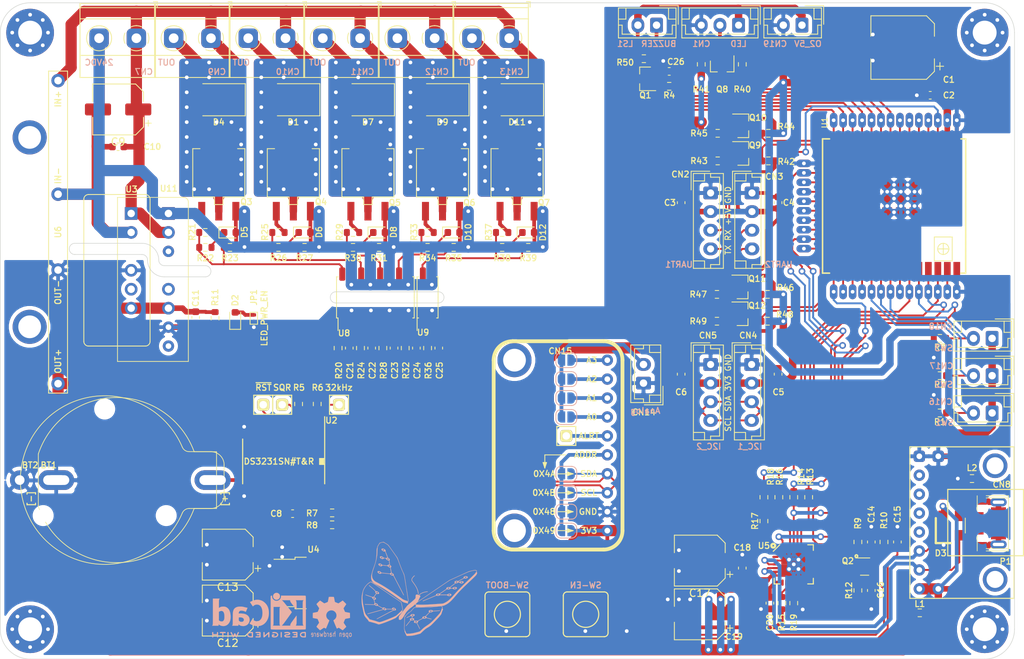
<source format=kicad_pcb>
(kicad_pcb (version 20171130) (host pcbnew 5.1.9-73d0e3b20d~88~ubuntu20.04.1)
  (title_block (title vayuO2) (date 2021-10-03) (rev "rev 1") (company www.wyolum.com) (comment 1 https://github.com/wyolum/vayuO2))
  (layers (0 F.Cu signal) (31 B.Cu signal) (34 B.Paste user hide) (35 F.Paste user hide) (36 B.SilkS user) (37 F.SilkS user) (38 B.Mask user hide) (39 F.Mask user hide) (44 Edge.Cuts user))
  (net 0 "")
  (net 1 GND)
  (net 2 /5V)
  (net 3 /rtc_ds3231/BAT)
  (net 4 /3V3)
  (net 5 /EN)
  (net 6 "Net-(D2-Pad1)")
  (net 7 "Net-(D2-Pad2)")
  (net 8 /esp_pwr_uart/USB_D+)
  (net 9 /esp_pwr_uart/USB_D-)
  (net 10 /SCL)
  (net 11 /SDA)
  (net 12 /DTR)
  (net 13 /esp_pwr_uart/RTS)
  (net 14 /IO0)
  (net 15 /rtc_ds3231/SQR)
  (net 16 /rtc_ds3231/32kHz)
  (net 17 /SW_I)
  (net 18 /IO15)
  (net 19 /esp_pwr_uart/CTS)
  (net 20 /IO13)
  (net 21 /TXD0)
  (net 22 /esp_pwr_uart/RXD)
  (net 23 /esp_pwr_uart/TXD)
  (net 24 /RXD0)
  (net 25 /SW_D)
  (net 26 /SW_M)
  (net 27 /rtc_ds3231/RESET)
  (net 28 /CLK)
  (net 29 /IO2)
  (net 30 /SDI)
  (net 31 /SDO)
  (net 32 /CMD)
  (net 33 /SD3)
  (net 34 /SD2)
  (net 35 /NC)
  (net 36 /IO23)
  (net 37 /SENSOR_VN)
  (net 38 /SENSOR_VP)
  (net 39 /esp_pwr_uart/VBUS)
  (net 40 /esp_pwr_uart/ACTIVE)
  (net 41 /esp_pwr_uart/RSTb)
  (net 42 /esp_pwr_uart/DSR)
  (net 43 /esp_pwr_uart/RI)
  (net 44 /esp_pwr_uart/DCD)
  (net 45 GNDPWR)
  (net 46 +24V)
  (net 47 "Net-(C15-Pad1)")
  (net 48 "Net-(C16-Pad2)")
  (net 49 /mosfets/filter1)
  (net 50 /mosfets/filter2)
  (net 51 /mosfets/filter3)
  (net 52 /mosfets/filter4)
  (net 53 /mosfets/filter5)
  (net 54 "Net-(C26-Pad2)")
  (net 55 /DAT)
  (net 56 /TX1)
  (net 57 /RX1)
  (net 58 /TX2)
  (net 59 /RX2)
  (net 60 "Net-(CN8-Pad6)")
  (net 61 "Net-(CN8-Pad4)")
  (net 62 /mosfets/OP1)
  (net 63 /mosfets/OP2)
  (net 64 /mosfets/OP3)
  (net 65 /mosfets/OP4)
  (net 66 /mosfets/OP5)
  (net 67 "Net-(CN14-Pad2)")
  (net 68 /ADDR)
  (net 69 /ALRT)
  (net 70 /A0)
  (net 71 /A1)
  (net 72 /A2)
  (net 73 /A3)
  (net 74 "Net-(D5-Pad1)")
  (net 75 "Net-(D6-Pad1)")
  (net 76 "Net-(D8-Pad1)")
  (net 77 "Net-(D10-Pad1)")
  (net 78 "Net-(D12-Pad1)")
  (net 79 "Net-(LS1-Pad1)")
  (net 80 "Net-(P1-Pad8)")
  (net 81 "Net-(P1-Pad7)")
  (net 82 "Net-(P1-Pad5)")
  (net 83 "Net-(P1-Pad6)")
  (net 84 "Net-(P1-Pad11)")
  (net 85 "Net-(P1-Pad12)")
  (net 86 "Net-(Q3-Pad1)")
  (net 87 "Net-(Q4-Pad1)")
  (net 88 "Net-(Q5-Pad1)")
  (net 89 "Net-(Q6-Pad1)")
  (net 90 "Net-(Q7-Pad1)")
  (net 91 /LED_RGB)
  (net 92 /TXD1)
  (net 93 /RXD1)
  (net 94 /TXD2)
  (net 95 /RXD2)
  (net 96 /SPKR)
  (net 97 "Net-(R17-Pad1)")
  (net 98 /OUT1)
  (net 99 "Net-(R21-Pad2)")
  (net 100 /OUT2)
  (net 101 "Net-(R25-Pad2)")
  (net 102 /OUT3)
  (net 103 "Net-(R29-Pad2)")
  (net 104 /OUT4)
  (net 105 "Net-(R33-Pad2)")
  (net 106 /OUT5)
  (net 107 "Net-(R37-Pad2)")
  (net 108 /IO4)
  (net 109 "Net-(U5-Pad22)")
  (net 110 "Net-(U5-Pad21)")
  (net 111 "Net-(U5-Pad20)")
  (net 112 "Net-(U5-Pad19)")
  (net 113 "Net-(U5-Pad18)")
  (net 114 "Net-(U5-Pad17)")
  (net 115 "Net-(U5-Pad16)")
  (net 116 "Net-(U5-Pad15)")
  (net 117 "Net-(U5-Pad14)")
  (net 118 "Net-(U5-Pad13)")
  (net 119 "Net-(U5-Pad12)")
  (net 120 "Net-(U5-Pad10)")
  (module AA_vayu:CP_Elec_6.3x7.7 (layer F.Cu) (at 80.5 124 180)
    (fp_text reference C13 (at 0 -4.35) (layer F.SilkS))
    (fp_text value 22uF/25V)
    (pad 2 smd roundrect (at 2.7 0 180) (size 3.5 1.6) (layers F.Cu F.Paste F.Mask) (roundrect_rratio 0.15625) (net 1 GND))
    (pad 1 smd roundrect (at -2.7 0 180) (size 3.5 1.6) (layers F.Cu F.Paste F.Mask) (roundrect_rratio 0.15625) (net 4 /3V3))
  )
  (module AA_vayu:ESP_wroom_32_ext_ant (layer F.Cu) (at 160.250001 77.25 270)
    (fp_text reference U1 (at -11.176 -0.314 270) (layer F.SilkS) (effects (font (size 0.762 0.762) (thickness 0.127))))
    (fp_text value ESP32-WROOM-32UC)
    (pad 20 thru_hole oval (at 0.635 2.49) (size 2 1) (drill 0.5) (layers *.Cu *.Mask) (net 28 /CLK))
    (pad 24 thru_hole oval (at 5.715 2.49) (size 2 1) (drill 0.5) (layers *.Cu *.Mask) (net 29 /IO2))
    (pad 23 thru_hole oval (at 4.445 2.49) (size 2 1) (drill 0.5) (layers *.Cu *.Mask) (net 18 /IO15))
    (pad 22 thru_hole oval (at 3.175 2.49) (size 2 1) (drill 0.5) (layers *.Cu *.Mask) (net 30 /SDI))
    (pad 21 thru_hole oval (at 1.905 2.49) (size 2 1) (drill 0.5) (layers *.Cu *.Mask) (net 31 /SDO))
    (pad 19 thru_hole oval (at -0.635 2.49) (size 2 1) (drill 0.5) (layers *.Cu *.Mask) (net 32 /CMD))
    (pad 18 thru_hole oval (at -1.905 2.49) (size 2 1) (drill 0.5) (layers *.Cu *.Mask) (net 33 /SD3))
    (pad 17 thru_hole oval (at -3.175 2.49) (size 2 1) (drill 0.5) (layers *.Cu *.Mask) (net 34 /SD2))
    (pad 16 thru_hole oval (at -4.445 2.49) (size 2 1) (drill 0.5) (layers *.Cu *.Mask) (net 20 /IO13))
    (pad 15 thru_hole oval (at -5.715 2.49) (size 2 1) (drill 0.5) (layers *.Cu *.Mask) (net 1 GND))
    (pad 36 thru_hole oval (at 11.5 -15.47 270) (size 2 1) (drill 0.5) (layers *.Cu *.Mask) (net 10 /SCL))
    (pad 27 thru_hole oval (at 11.5 -4.04 270) (size 2 1) (drill 0.5) (layers *.Cu *.Mask) (net 95 /RXD2))
    (pad 34 thru_hole oval (at 11.5 -12.93 270) (size 2 1) (drill 0.5) (layers *.Cu *.Mask) (net 24 /RXD0))
    (pad 32 thru_hole oval (at 11.5 -10.39 270) (size 2 1) (drill 0.5) (layers *.Cu *.Mask) (net 35 /NC))
    (pad 31 thru_hole oval (at 11.5 -9.12 270) (size 2 1) (drill 0.5) (layers *.Cu *.Mask) (net 26 /SW_M))
    (pad 26 thru_hole oval (at 11.5 -2.77 270) (size 2 1) (drill 0.5) (layers *.Cu *.Mask) (net 108 /IO4))
    (pad 25 thru_hole oval (at 11.5 -1.5 270) (size 2 1) (drill 0.5) (layers *.Cu *.Mask) (net 14 /IO0))
    (pad 33 thru_hole oval (at 11.5 -11.66 270) (size 2 1) (drill 0.5) (layers *.Cu *.Mask) (net 11 /SDA))
    (pad 28 thru_hole oval (at 11.5 -5.31 270) (size 2 1) (drill 0.5) (layers *.Cu *.Mask) (net 94 /TXD2))
    (pad 38 thru_hole oval (at 11.5 -18.01 270) (size 2 1) (drill 0.5) (layers *.Cu *.Mask) (net 1 GND))
    (pad 35 thru_hole oval (at 11.5 -14.2 270) (size 2 1) (drill 0.5) (layers *.Cu *.Mask) (net 21 /TXD0))
    (pad 29 thru_hole oval (at 11.5 -6.58 270) (size 2 1) (drill 0.5) (layers *.Cu *.Mask) (net 17 /SW_I))
    (pad 30 thru_hole oval (at 11.5 -7.85 270) (size 2 1) (drill 0.5) (layers *.Cu *.Mask) (net 25 /SW_D))
    (pad 37 thru_hole oval (at 11.5 -16.74 270) (size 2 1) (drill 0.5) (layers *.Cu *.Mask) (net 36 /IO23))
    (pad 14 thru_hole oval (at -11.5 -1.5 270) (size 2 1) (drill 0.5) (layers *.Cu *.Mask) (net 98 /OUT1))
    (pad 13 thru_hole oval (at -11.5 -2.77 270) (size 2 1) (drill 0.5) (layers *.Cu *.Mask) (net 100 /OUT2))
    (pad 12 thru_hole oval (at -11.5 -4.04 270) (size 2 1) (drill 0.5) (layers *.Cu *.Mask) (net 102 /OUT3))
    (pad 11 thru_hole oval (at -11.5 -5.31 270) (size 2 1) (drill 0.5) (layers *.Cu *.Mask) (net 104 /OUT4))
    (pad 10 thru_hole oval (at -11.5 -6.58 270) (size 2 1) (drill 0.5) (layers *.Cu *.Mask) (net 106 /OUT5))
    (pad 9 thru_hole oval (at -11.5 -7.85 270) (size 2 1) (drill 0.5) (layers *.Cu *.Mask) (net 96 /SPKR))
    (pad 8 thru_hole oval (at -11.5 -9.12 270) (size 2 1) (drill 0.5) (layers *.Cu *.Mask) (net 91 /LED_RGB))
    (pad 7 thru_hole oval (at -11.5 -10.39 270) (size 2 1) (drill 0.5) (layers *.Cu *.Mask) (net 93 /RXD1))
    (pad 6 thru_hole oval (at -11.5 -11.66 270) (size 2 1) (drill 0.5) (layers *.Cu *.Mask) (net 92 /TXD1))
    (pad 5 thru_hole oval (at -11.5 -12.93 270) (size 2 1) (drill 0.5) (layers *.Cu *.Mask) (net 37 /SENSOR_VN))
    (pad 4 thru_hole oval (at -11.5 -14.2 270) (size 2 1) (drill 0.5) (layers *.Cu *.Mask) (net 38 /SENSOR_VP))
    (pad 3 thru_hole oval (at -11.5 -15.47 270) (size 2 1) (drill 0.5) (layers *.Cu *.Mask) (net 5 /EN))
    (pad 2 thru_hole oval (at -11.5 -16.74 270) (size 2 1) (drill 0.5) (layers *.Cu *.Mask) (net 4 /3V3))
    (pad 1 thru_hole oval (at -11.5 -18.01 270) (size 2 1) (drill 0.5) (layers *.Cu *.Mask) (net 1 GND))
    (pad 39 smd rect (at -1 -10.51) (size 1.33 1.33) (layers F.Cu F.Paste F.Mask) (net 1 GND))
    (pad 38 smd rect (at 8.5 -18.01 270) (size 2 0.9) (layers F.Cu F.Paste F.Mask) (net 1 GND))
    (pad 37 smd rect (at 8.5 -16.74 270) (size 2 0.9) (layers F.Cu F.Paste F.Mask) (net 36 /IO23))
    (pad 36 smd rect (at 8.5 -15.47 270) (size 2 0.9) (layers F.Cu F.Paste F.Mask) (net 10 /SCL))
    (pad 35 smd rect (at 8.5 -14.2 270) (size 2 0.9) (layers F.Cu F.Paste F.Mask) (net 21 /TXD0))
    (pad 34 smd rect (at 8.5 -12.93 270) (size 2 0.9) (layers F.Cu F.Paste F.Mask) (net 24 /RXD0))
    (pad 33 smd rect (at 8.5 -11.66 270) (size 2 0.9) (layers F.Cu F.Paste F.Mask) (net 11 /SDA))
    (pad 32 smd rect (at 8.5 -10.39 270) (size 2 0.9) (layers F.Cu F.Paste F.Mask) (net 35 /NC))
    (pad 31 smd rect (at 8.5 -9.12 270) (size 2 0.9) (layers F.Cu F.Paste F.Mask) (net 26 /SW_M))
    (pad 30 smd rect (at 8.5 -7.85 270) (size 2 0.9) (layers F.Cu F.Paste F.Mask) (net 25 /SW_D))
    (pad 29 smd rect (at 8.5 -6.58 270) (size 2 0.9) (layers F.Cu F.Paste F.Mask) (net 17 /SW_I))
    (pad 28 smd rect (at 8.5 -5.31 270) (size 2 0.9) (layers F.Cu F.Paste F.Mask) (net 94 /TXD2))
    (pad 27 smd rect (at 8.5 -4.04 270) (size 2 0.9) (layers F.Cu F.Paste F.Mask) (net 95 /RXD2))
    (pad 26 smd rect (at 8.5 -2.77 270) (size 2 0.9) (layers F.Cu F.Paste F.Mask) (net 108 /IO4))
    (pad 25 smd rect (at 8.5 -1.5 270) (size 2 0.9) (layers F.Cu F.Paste F.Mask) (net 14 /IO0))
    (pad 24 smd rect (at 5.715 -0.5) (size 2 0.9) (layers F.Cu F.Paste F.Mask) (net 29 /IO2))
    (pad 23 smd rect (at 4.445 -0.5) (size 2 0.9) (layers F.Cu F.Paste F.Mask) (net 18 /IO15))
    (pad 22 smd rect (at 3.175 -0.5) (size 2 0.9) (layers F.Cu F.Paste F.Mask) (net 30 /SDI))
    (pad 21 smd rect (at 1.905 -0.5) (size 2 0.9) (layers F.Cu F.Paste F.Mask) (net 31 /SDO))
    (pad 20 smd rect (at 0.635 -0.5) (size 2 0.9) (layers F.Cu F.Paste F.Mask) (net 28 /CLK))
    (pad 19 smd rect (at -0.635 -0.5) (size 2 0.9) (layers F.Cu F.Paste F.Mask) (net 32 /CMD))
    (pad 18 smd rect (at -1.905 -0.5) (size 2 0.9) (layers F.Cu F.Paste F.Mask) (net 33 /SD3))
    (pad 17 smd rect (at -3.175 -0.5) (size 2 0.9) (layers F.Cu F.Paste F.Mask) (net 34 /SD2))
    (pad 16 smd rect (at -4.445 -0.5) (size 2 0.9) (layers F.Cu F.Paste F.Mask) (net 20 /IO13))
    (pad 15 smd rect (at -5.715 -0.5) (size 2 0.9) (layers F.Cu F.Paste F.Mask) (net 1 GND))
    (pad 14 smd rect (at -8.5 -1.5 270) (size 2 0.9) (layers F.Cu F.Paste F.Mask) (net 98 /OUT1))
    (pad 13 smd rect (at -8.5 -2.77 270) (size 2 0.9) (layers F.Cu F.Paste F.Mask) (net 100 /OUT2))
    (pad 12 smd rect (at -8.5 -4.04 270) (size 2 0.9) (layers F.Cu F.Paste F.Mask) (net 102 /OUT3))
    (pad 11 smd rect (at -8.5 -5.31 270) (size 2 0.9) (layers F.Cu F.Paste F.Mask) (net 104 /OUT4))
    (pad 10 smd rect (at -8.5 -6.58 270) (size 2 0.9) (layers F.Cu F.Paste F.Mask) (net 106 /OUT5))
    (pad 9 smd rect (at -8.5 -7.85 270) (size 2 0.9) (layers F.Cu F.Paste F.Mask) (net 96 /SPKR))
    (pad 8 smd rect (at -8.5 -9.12 270) (size 2 0.9) (layers F.Cu F.Paste F.Mask) (net 91 /LED_RGB))
    (pad 7 smd rect (at -8.5 -10.39 270) (size 2 0.9) (layers F.Cu F.Paste F.Mask) (net 93 /RXD1))
    (pad 6 smd rect (at -8.5 -11.66 270) (size 2 0.9) (layers F.Cu F.Paste F.Mask) (net 92 /TXD1))
    (pad 5 smd rect (at -8.5 -12.93 270) (size 2 0.9) (layers F.Cu F.Paste F.Mask) (net 37 /SENSOR_VN))
    (pad 4 smd rect (at -8.5 -14.2 270) (size 2 0.9) (layers F.Cu F.Paste F.Mask) (net 38 /SENSOR_VP))
    (pad 3 smd rect (at -8.5 -15.47 270) (size 2 0.9) (layers F.Cu F.Paste F.Mask) (net 5 /EN))
    (pad 2 smd rect (at -8.5 -16.74 270) (size 2 0.9) (layers F.Cu F.Paste F.Mask) (net 4 /3V3))
    (pad 1 smd rect (at -8.5 -18.01 270) (size 2 0.9) (layers F.Cu F.Paste F.Mask) (net 1 GND))
    (pad 39 smd rect (at 0.835 -10.51) (size 1.33 1.33) (layers F.Cu F.Paste F.Mask) (net 1 GND))
    (pad 39 smd rect (at -2.835 -10.51) (size 1.33 1.33) (layers F.Cu F.Paste F.Mask) (net 1 GND))
    (pad 39 smd rect (at -1 -12.345) (size 1.33 1.33) (layers F.Cu F.Paste F.Mask) (net 1 GND))
    (pad 39 smd rect (at -2.835 -12.345) (size 1.33 1.33) (layers F.Cu F.Paste F.Mask) (net 1 GND))
    (pad 39 smd rect (at 0.835 -12.345) (size 1.33 1.33) (layers F.Cu F.Paste F.Mask) (net 1 GND))
    (pad 39 smd rect (at -1 -8.675) (size 1.33 1.33) (layers F.Cu F.Paste F.Mask) (net 1 GND))
    (pad 39 smd rect (at -2.835 -8.675) (size 1.33 1.33) (layers F.Cu F.Paste F.Mask) (net 1 GND))
    (pad 39 smd rect (at 0.835 -8.675) (size 1.33 1.33) (layers F.Cu F.Paste F.Mask) (net 1 GND))
    (pad 39 thru_hole circle (at -1.9175 -12.345) (size 0.9 0.9) (drill 0.5) (layers *.Cu *.Mask) (net 1 GND))
    (pad 39 thru_hole circle (at 0 -12.345) (size 0.9 0.9) (drill 0.5) (layers *.Cu *.Mask) (net 1 GND))
    (pad 39 thru_hole circle (at -1.9175 -10.51) (size 0.9 0.9) (drill 0.5) (layers *.Cu *.Mask) (net 1 GND))
    (pad 39 thru_hole circle (at -1 -11.4275) (size 0.9 0.9) (drill 0.5) (layers *.Cu *.Mask) (net 1 GND))
    (pad 39 thru_hole circle (at 0 -10.51) (size 0.9 0.9) (drill 0.5) (layers *.Cu *.Mask) (net 1 GND))
    (pad 39 thru_hole circle (at -2.835 -11.4275) (size 0.9 0.9) (drill 0.5) (layers *.Cu *.Mask) (net 1 GND))
    (pad 39 thru_hole circle (at 0.835 -11.4275) (size 0.9 0.9) (drill 0.5) (layers *.Cu *.Mask) (net 1 GND))
    (pad 39 thru_hole circle (at -1 -9.5925) (size 0.9 0.9) (drill 0.5) (layers *.Cu *.Mask) (net 1 GND))
    (pad 39 thru_hole circle (at -2.835 -9.5925) (size 0.9 0.9) (drill 0.5) (layers *.Cu *.Mask) (net 1 GND))
    (pad 39 thru_hole circle (at 0.835 -9.5925) (size 0.9 0.9) (drill 0.5) (layers *.Cu *.Mask) (net 1 GND))
    (pad 39 thru_hole circle (at 0 -8.675) (size 0.9 0.9) (drill 0.5) (layers *.Cu *.Mask) (net 1 GND))
    (pad 39 thru_hole circle (at -1.9175 -8.675) (size 0.9 0.9) (drill 0.5) (layers *.Cu *.Mask) (net 1 GND))
  )
  (module AA_vayu:CP_Elec_6.3x7.7 (layer F.Cu) (at 143.8 124.8 180)
    (fp_text reference C17 (at 0 -4.35) (layer F.SilkS))
    (fp_text value 10uF/25V)
    (pad 2 smd roundrect (at 2.7 0 180) (size 3.5 1.6) (layers F.Cu F.Paste F.Mask) (roundrect_rratio 0.15625) (net 1 GND))
    (pad 1 smd roundrect (at -2.7 0 180) (size 3.5 1.6) (layers F.Cu F.Paste F.Mask) (roundrect_rratio 0.15625) (net 4 /3V3))
  )
  (module AA_vayu:CP_Elec_6.3x7.7 (layer F.Cu) (at 80.5 131.5 180)
    (fp_text reference C12 (at 0 -4.35) (layer F.SilkS))
    (fp_text value 10uF/25V)
    (pad 2 smd roundrect (at 2.7 0 180) (size 3.5 1.6) (layers F.Cu F.Paste F.Mask) (roundrect_rratio 0.15625) (net 1 GND))
    (pad 1 smd roundrect (at -2.7 0 180) (size 3.5 1.6) (layers F.Cu F.Paste F.Mask) (roundrect_rratio 0.15625) (net 2 /5V))
  )
  (module AA_vayu:CP_Elec_6.3x7.7 (layer F.Cu) (at 65.8 64.3 180)
    (fp_text reference C9 (at 0 -4.35) (layer F.SilkS))
    (fp_text value 10uF/25V)
    (pad 2 smd roundrect (at 2.7 0 180) (size 3.5 1.6) (layers F.Cu F.Paste F.Mask) (roundrect_rratio 0.15625) (net 45 GNDPWR))
    (pad 1 smd roundrect (at -2.7 0 180) (size 3.5 1.6) (layers F.Cu F.Paste F.Mask) (roundrect_rratio 0.15625) (net 46 +24V))
  )
  (module AA_vayu:CP_Elec_8x10 (layer F.Cu) (at 171 56 180)
    (fp_text reference C1 (at -6.2 -4.3) (layer F.SilkS) (effects (font (size 0.8 0.8))))
    (fp_text value 100uF/6V3)
    (pad 2 smd roundrect (at 3.25 0 180) (size 3.5 2.5) (layers F.Cu F.Paste F.Mask) (roundrect_rratio 0.1) (net 1 GND))
    (pad 1 smd roundrect (at -3.25 0 180) (size 3.5 2.5) (layers F.Cu F.Paste F.Mask) (roundrect_rratio 0.1) (net 4 /3V3))
  )
  (module AA_vayu:DC_DC_conv_6W (layer F.Cu) (at 72.55 78.25 270)
    (fp_text reference U11 (at -3.35 -0.05 180) (layer F.SilkS) (effects (font (size 0.8 0.8))))
    (fp_text value DC_DC_buck_6W)
    (pad NC thru_hole circle (at 17.78 0 270) (size 1.524 1.524) (drill 0.762) (layers *.Cu *.Mask))
    (pad GND thru_hole circle (at 15.24 0 270) (size 1.524 1.524) (drill 0.762) (layers *.Cu *.Mask) (net 1 GND))
    (pad CTR thru_hole circle (at 5.08 0 270) (size 1.524 1.524) (drill 0.762) (layers *.Cu *.Mask))
    (pad GNDPWR thru_hole rect (at 0 0) (size 1.7 1.7) (drill 1) (layers *.Cu *.Mask) (net 45 GNDPWR))
    (pad VIN thru_hole oval (at 2.54 0) (size 1.7 1.7) (drill 1) (layers *.Cu *.Mask) (net 46 +24V))
    (pad NC thru_hole oval (at 10.16 0) (size 1.7 1.7) (drill 1) (layers *.Cu *.Mask))
    (pad VO thru_hole oval (at 12.7 0) (size 1.7 1.7) (drill 1) (layers *.Cu *.Mask) (net 2 /5V))
  )
  (module AA_vayu:R_0603_1608Metric (layer F.Cu) (at 90.8 82.8 180)
    (fp_text reference R27 (at 0 -1.43) (layer F.SilkS) (effects (font (size 0.8 0.8))))
    (fp_text value 10k)
    (pad 2 smd roundrect (at 0.825 0 180) (size 0.8 0.95) (layers F.Cu F.Paste F.Mask) (net 101 "Net-(R25-Pad2)"))
    (pad 1 smd roundrect (at -0.825 0 180) (size 0.8 0.95) (layers F.Cu F.Paste F.Mask) (net 45 GNDPWR))
  )
  (module AA_vayu:R_0603_1608Metric (layer F.Cu) (at 158.4 116.3 270)
    (fp_text reference R13 (at -2.75 -0.2 90) (layer F.SilkS) (effects (font (size 0.8 0.8))))
    (fp_text value "0E NC")
    (pad 2 smd roundrect (at 0.825 0 270) (size 0.8 0.95) (layers F.Cu F.Paste F.Mask) (net 19 /esp_pwr_uart/CTS))
    (pad 1 smd roundrect (at -0.825 0 270) (size 0.8 0.95) (layers F.Cu F.Paste F.Mask) (net 18 /IO15))
  )
  (module AA_vayu:SO-4_5.3x2.7mm_P1.27mm (layer F.Cu) (at 107.3 89.5 90)
    (fp_text reference U9 (at -4.7 -0.6 180) (layer F.SilkS) (effects (font (size 0.8 0.8))))
    (fp_text value PS2801-1)
    (pad 1 smd roundrect (at -3.125 -0.635 90) (size 1.8 0.8) (layers F.Cu F.Paste F.Mask) (net 53 /mosfets/filter5))
    (pad 2 smd roundrect (at -3.125 0.635 90) (size 1.8 0.8) (layers F.Cu F.Paste F.Mask) (net 1 GND))
    (pad 15 smd roundrect (at 3.125 0.635 90) (size 1.8 0.8) (layers F.Cu F.Paste F.Mask) (net 45 GNDPWR))
    (pad 16 smd roundrect (at 3.125 -0.635 90) (size 1.8 0.8) (layers F.Cu F.Paste F.Mask) (net 107 "Net-(R37-Pad2)"))
  )
  (module AA_vayu:MOSFET_D_PAK (layer F.Cu) (at 99.3 72.8)
    (fp_text reference Q5 (at 3.6 4 180) (layer F.SilkS) (effects (font (size 0.8 0.8))))
    (fp_text value IRLR7843TRPBF hide)
    (pad 2 smd rect (at 0 5.1435) (size 0.9398 2.4892) (layers F.Cu F.Paste F.Mask) (net 64 /mosfets/OP3))
    (pad 1 smd rect (at -2.286 5.1435) (size 0.9398 2.4892) (layers F.Cu F.Paste F.Mask) (net 88 "Net-(Q5-Pad1)"))
    (pad 3 smd rect (at 2.286 5.1435) (size 0.9398 2.4892) (layers F.Cu F.Paste F.Mask) (net 45 GNDPWR))
    (pad 2 smd rect (at 0 -1.9558) (size 4.3688 5.9182) (layers F.Cu F.Paste F.Mask) (net 64 /mosfets/OP3))
  )
  (module AA_vayu:USB-C_bout (layer F.Cu) (at 183.4 119.7 270)
    (fp_text reference P1 (at 5.207 -1.397) (layer F.SilkS) (effects (font (size 0.8 0.8))))
    (fp_text value USB-C_breakout)
    (pad 1 thru_hole circle (at 8.89 7.62 270) (size 1.524 1.524) (drill 0.762) (layers *.Cu *.Mask) (net 39 /esp_pwr_uart/VBUS))
    (pad 10 thru_hole roundrect (at -8.89 7.62 270) (size 1.524 1.524) (drill 0.762) (layers *.Cu *.Mask) (net 1 GND))
    (pad 9 thru_hole roundrect (at -8.89 10.16 270) (size 1.524 1.524) (drill 0.762) (layers *.Cu *.Mask) (net 1 GND))
    (pad 8 thru_hole circle (at -6.35 10.16 270) (size 1.524 1.524) (drill 0.762) (layers *.Cu *.Mask) (net 80 "Net-(P1-Pad8)"))
    (pad 7 thru_hole circle (at -3.81 10.16 270) (size 1.524 1.524) (drill 0.762) (layers *.Cu *.Mask) (net 81 "Net-(P1-Pad7)"))
    (pad 2 thru_hole circle (at 8.89 10.16 270) (size 1.524 1.524) (drill 0.762) (layers *.Cu *.Mask) (net 39 /esp_pwr_uart/VBUS))
    (pad 3 thru_hole circle (at 6.35 10.16 270) (size 1.524 1.524) (drill 0.762) (layers *.Cu *.Mask) (net 9 /esp_pwr_uart/USB_D-))
    (pad 4 thru_hole circle (at 3.81 10.16 270) (size 1.524 1.524) (drill 0.762) (layers *.Cu *.Mask) (net 8 /esp_pwr_uart/USB_D+))
    (pad 5 thru_hole circle (at 1.27 10.16 270) (size 1.524 1.524) (drill 0.762) (layers *.Cu *.Mask) (net 82 "Net-(P1-Pad5)"))
    (pad 6 thru_hole circle (at -1.27 10.16 270) (size 1.524 1.524) (drill 0.762) (layers *.Cu *.Mask) (net 83 "Net-(P1-Pad6)"))
    (pad 11 thru_hole circle (at -7.62 0 270) (size 3.302 3.302) (drill 2.286) (layers *.Cu *.Mask) (net 84 "Net-(P1-Pad11)"))
    (pad 12 thru_hole circle (at 7.62 0 270) (size 3.302 3.302) (drill 2.286) (layers *.Cu *.Mask) (net 85 "Net-(P1-Pad12)"))
  )
  (module AA_vayu:MOSFET_D_PAK (layer F.Cu) (at 79.3 72.8)
    (fp_text reference Q3 (at 3.7 3.9 180) (layer F.SilkS) (effects (font (size 0.8 0.8))))
    (fp_text value IRLR7843TRPBF hide)
    (pad 2 smd rect (at 0 5.1435) (size 0.9398 2.4892) (layers F.Cu F.Paste F.Mask) (net 62 /mosfets/OP1))
    (pad 1 smd rect (at -2.286 5.1435) (size 0.9398 2.4892) (layers F.Cu F.Paste F.Mask) (net 86 "Net-(Q3-Pad1)"))
    (pad 3 smd rect (at 2.286 5.1435) (size 0.9398 2.4892) (layers F.Cu F.Paste F.Mask) (net 45 GNDPWR))
    (pad 2 smd rect (at 0 -1.9558) (size 4.3688 5.9182) (layers F.Cu F.Paste F.Mask) (net 62 /mosfets/OP1))
  )
  (module AA_vayu:C_0603_1608Metric (layer F.Cu) (at 108.8 96.3 90)
    (fp_text reference C25 (at -3 0.1 90) (layer F.SilkS) (effects (font (size 0.8 0.8))))
    (fp_text value 100nF)
    (pad 2 smd roundrect (at 0.775 0 90) (size 0.9 0.95) (layers F.Cu F.Paste F.Mask) (net 1 GND))
    (pad 1 smd roundrect (at -0.775 0 90) (size 0.9 0.95) (layers F.Cu F.Paste F.Mask) (net 53 /mosfets/filter5))
  )
  (module AA_vayu:R_0603_1608Metric (layer F.Cu) (at 156.4 130.5 270)
    (fp_text reference R19 (at 2.6 0 90) (layer F.SilkS) (effects (font (size 0.8 0.8))))
    (fp_text value 10k)
    (pad 2 smd roundrect (at 0.825 0 270) (size 0.8 0.95) (layers F.Cu F.Paste F.Mask) (net 1 GND))
    (pad 1 smd roundrect (at -0.825 0 270) (size 0.8 0.95) (layers F.Cu F.Paste F.Mask) (net 40 /esp_pwr_uart/ACTIVE))
  )
  (module AA_vayu:SOT-143 (layer F.Cu) (at 177.5 120.1)
    (fp_text reference D3 (at -1.4 3.7 180) (layer F.SilkS) (effects (font (size 0.8 0.8))))
    (fp_text value PRTR5V0U2X)
    (pad 4 smd rect (at -1.1 -1.3) (size 1.2 1.4) (layers F.Cu F.Paste F.Mask) (net 39 /esp_pwr_uart/VBUS))
    (pad 3 smd rect (at 1.1 -1.3) (size 1.2 1.4) (layers F.Cu F.Paste F.Mask) (net 8 /esp_pwr_uart/USB_D+))
    (pad 2 smd rect (at 1.1 1.3) (size 1.2 1.4) (layers F.Cu F.Paste F.Mask) (net 9 /esp_pwr_uart/USB_D-))
    (pad 1 smd rect (at -1 1.3) (size 1.4 1.4) (layers F.Cu F.Paste F.Mask) (net 1 GND))
  )
  (module AA_vayu:BreakOutPad (layer F.Cu) (at 87.8 103.9)
    (fp_text reference TP1 hide)
    (fp_text value SQR (at 0 -2.3) (layer F.SilkS) (effects (font (size 0.8 0.8))))
    (pad 1 thru_hole roundrect (at 0 0) (size 1.6 1.6) (drill 1.02) (layers *.Cu *.Mask F.SilkS) (net 15 /rtc_ds3231/SQR))
  )
  (module AA_vayu:SW_SMD_311020004 (layer F.Cu) (at 128.5 132 90)
    (fp_text reference S4 hide)
    (fp_text value SW-EN (at 3.9 0 180) (layer B.SilkS) (effects (font (size 0.8 0.8)) (justify mirror)))
    (pad 2 smd rect (at 2.25 -3.975) (size 1.8 1.3) (layers F.Cu F.Paste F.Mask) (net 47 "Net-(C15-Pad1)"))
    (pad 4 smd rect (at 2.25 3.975) (size 1.8 1.3) (layers F.Cu F.Paste F.Mask) (net 47 "Net-(C15-Pad1)"))
    (pad 3 smd rect (at -2.25 3.975) (size 1.8 1.3) (layers F.Cu F.Paste F.Mask) (net 1 GND))
    (pad 1 smd rect (at -2.25 -3.975) (size 1.8 1.3) (layers F.Cu F.Paste F.Mask) (net 1 GND))
  )
  (module AA_vayu:SOT-363_SC-70-6 (layer F.Cu) (at 165.9 125.6)
    (fp_text reference Q2 (at -2.25 -0.75) (layer F.SilkS) (effects (font (size 0.8 0.8))))
    (fp_text value DTC123YCA)
    (pad 6 smd rect (at 0.95 -0.65) (size 0.65 0.4) (layers F.Cu F.Paste F.Mask) (net 5 /EN))
    (pad 4 smd rect (at 0.95 0.65) (size 0.65 0.4) (layers F.Cu F.Paste F.Mask) (net 12 /DTR))
    (pad 2 smd rect (at -0.95 0) (size 0.65 0.4) (layers F.Cu F.Paste F.Mask) (net 12 /DTR))
    (pad 5 smd rect (at 0.95 0) (size 0.65 0.4) (layers F.Cu F.Paste F.Mask) (net 13 /esp_pwr_uart/RTS))
    (pad 3 smd rect (at -0.95 0.65) (size 0.65 0.4) (layers F.Cu F.Paste F.Mask) (net 14 /IO0))
    (pad 1 smd rect (at -0.95 -0.65) (size 0.65 0.4) (layers F.Cu F.Paste F.Mask) (net 13 /esp_pwr_uart/RTS))
  )
  (module AA_vayu:R_0603_1608Metric (layer F.Cu) (at 146.1 92.7)
    (fp_text reference R49 (at -2.5 0) (layer F.SilkS) (effects (font (size 0.8 0.8))))
    (fp_text value 10k)
    (pad 2 smd roundrect (at 0.825 0) (size 0.8 0.95) (layers F.Cu F.Paste F.Mask) (net 59 /RX2))
    (pad 1 smd roundrect (at -0.825 0) (size 0.8 0.95) (layers F.Cu F.Paste F.Mask) (net 2 /5V))
  )
  (module AA_vayu:R_0603_1608Metric (layer F.Cu) (at 152.9 92.7 180)
    (fp_text reference R48 (at -2.3 0.9) (layer F.SilkS) (effects (font (size 0.8 0.8))))
    (fp_text value 10k)
    (pad 2 smd roundrect (at 0.825 0 180) (size 0.8 0.95) (layers F.Cu F.Paste F.Mask) (net 95 /RXD2))
    (pad 1 smd roundrect (at -0.825 0 180) (size 0.8 0.95) (layers F.Cu F.Paste F.Mask) (net 4 /3V3))
  )
  (module AA_vayu:SOT-23 (layer F.Cu) (at 149.5 91.7)
    (fp_text reference Q12 (at 2 -1.1) (layer F.SilkS) (effects (font (size 0.8 0.8))))
    (fp_text value BSS138)
    (pad 3 smd rect (at 1 0) (size 0.9 0.8) (layers F.Cu F.Paste F.Mask) (net 95 /RXD2))
    (pad 2 smd rect (at -1 0.95) (size 0.9 0.8) (layers F.Cu F.Paste F.Mask) (net 59 /RX2))
    (pad 1 smd rect (at -1 -0.95) (size 0.9 0.8) (layers F.Cu F.Paste F.Mask) (net 4 /3V3))
  )
  (module AA_vayu:JST_EH_B4B-EH-A_1x04_P2.50mm_Vertical (layer F.Cu) (at 150.8 75.5 270)
    (fp_text reference CN3 (at -2.2 -3 180) (layer F.SilkS) (effects (font (size 0.8 0.8))))
    (fp_text value UART2 (at 9.6 -3.6) (layer B.SilkS) (effects (font (size 0.8 0.8)) (justify mirror)))
    (pad 4 thru_hole oval (at 7.5 0 270) (size 1.7 1.95) (drill 0.95) (layers *.Cu *.Mask) (net 58 /TX2))
    (pad 3 thru_hole oval (at 5 0 270) (size 1.7 1.95) (drill 0.95) (layers *.Cu *.Mask) (net 59 /RX2))
    (pad 2 thru_hole oval (at 2.5 0 270) (size 1.7 1.95) (drill 0.95) (layers *.Cu *.Mask) (net 2 /5V))
    (pad 1 thru_hole roundrect (at 0 0 270) (size 1.7 1.95) (drill 0.95) (layers *.Cu *.Mask) (roundrect_rratio 0.1470588235294118) (net 1 GND))
  )
  (module AA_vayu:TO-252-3_TabPin2 (layer F.Cu) (at 92 127.8)
    (fp_text reference U4 (at 0 -4.5) (layer F.SilkS) (effects (font (size 0.8 0.8))))
    (fp_text value LM1117-33)
    (pad 1 smd rect (at -4.2 -2.28) (size 2.2 1.2) (layers F.Cu F.Paste F.Mask) (net 1 GND))
    (pad 2 smd rect (at -4.2 0) (size 2.2 1.2) (layers F.Cu F.Paste F.Mask) (net 4 /3V3))
    (pad 3 smd rect (at -4.2 2.28) (size 2.2 1.2) (layers F.Cu F.Paste F.Mask) (net 2 /5V))
    (pad 2 smd rect (at 2.1 0) (size 6.4 5.8) (layers F.Cu F.Mask) (net 4 /3V3))
  )
  (module AA_vayu:DC_DC_buck_LM2596_Vertical (layer F.Cu) (at 57.75 80.75 270)
    (fp_text reference U6 (at 0 0 90) (layer F.SilkS) (effects (font (size 0.8 0.8))))
    (fp_text value 24V_BUCK)
    (fp_text user OUT- (at 6.35 0 90) (layer F.SilkS) (effects (font (size 0.8 0.8)) (justify right)))
    (fp_text user OUT+ (at 19.05 0 90) (layer F.SilkS) (effects (font (size 0.8 0.8)) (justify left)))
    (fp_text user IN+ (at -19.05 0 90) (layer F.SilkS) (effects (font (size 0.8 0.8)) (justify right)))
    (fp_text user IN- (at -6.35 0 90) (layer F.SilkS) (effects (font (size 0.8 0.8)) (justify left)))
    (pad GND thru_hole circle (at 5.08 0 270) (size 1.8 1.8) (drill 1.02) (layers *.Cu *.Mask) (net 1 GND))
    (pad VO thru_hole circle (at 20.32 0 270) (size 1.8 1.8) (drill 1.02) (layers *.Cu *.Mask) (net 2 /5V))
    (pad GNDPWR thru_hole circle (at -5.08 0 270) (size 1.8 1.8) (drill 1.02) (layers *.Cu *.Mask) (net 45 GNDPWR))
    (pad VIN thru_hole circle (at -20.32 0 270) (size 1.8 1.8) (drill 1.02) (layers *.Cu *.Mask) (net 46 +24V))
    (pad "" thru_hole circle (at -12.7 3.81 270) (size 4.572 4.572) (drill 3.048) (layers *.Cu *.Mask))
    (pad "" thru_hole circle (at 12.7 3.81 270) (size 4.572 4.572) (drill 3.048) (layers *.Cu *.Mask))
  )
  (module AA_vayu:C_0603_1608Metric (layer F.Cu) (at 174.7 62.4 180)
    (fp_text reference C2 (at -2.5 0) (layer F.SilkS) (effects (font (size 0.8 0.8))))
    (fp_text value 1uF/10V)
    (pad 2 smd roundrect (at 0.775 0 180) (size 0.9 0.95) (layers F.Cu F.Paste F.Mask) (net 1 GND))
    (pad 1 smd roundrect (at -0.775 0 180) (size 0.9 0.95) (layers F.Cu F.Paste F.Mask) (net 4 /3V3))
  )
  (module AA_vayu:LED_0603_1608Metric (layer F.Cu) (at 81.5 92.3 90)
    (fp_text reference D2 (at 2.4 0 90) (layer F.SilkS) (effects (font (size 0.8 0.8))))
    (fp_text value LED_PWR)
    (pad 1 smd roundrect (at -0.7875 0 90) (size 0.875 0.95) (layers F.Cu F.Paste F.Mask) (net 6 "Net-(D2-Pad1)"))
    (pad 2 smd roundrect (at 0.7875 0 90) (size 0.875 0.95) (layers F.Cu F.Paste F.Mask) (net 7 "Net-(D2-Pad2)"))
  )
  (module AA_vayu:R_0603_1608Metric (layer F.Cu) (at 78.8 92.3 90)
    (fp_text reference R11 (at 2.8 0 90) (layer F.SilkS) (effects (font (size 0.8 0.8))))
    (fp_text value 1k)
    (pad 1 smd roundrect (at -0.825 0 90) (size 0.8 0.95) (layers F.Cu F.Paste F.Mask) (net 6 "Net-(D2-Pad1)"))
    (pad 2 smd roundrect (at 0.825 0 90) (size 0.8 0.95) (layers F.Cu F.Paste F.Mask) (net 2 /5V))
  )
  (module AA_vayu:R_0402 (layer F.Cu) (at 84 92.3 90)
    (fp_text reference JP1 (at 2.8 0 90) (layer F.SilkS) (effects (font (size 0.8 0.8))))
    (fp_text value LED_PWR_EN (at 0 1.4 90) (layer F.SilkS) (effects (font (size 0.8 0.8))))
    (pad 1 smd rect (at -0.45 0 90) (size 0.4 0.6) (layers F.Cu F.Paste F.Mask) (net 1 GND))
    (pad 2 smd rect (at 0.45 0 90) (size 0.4 0.6) (layers F.Cu F.Paste F.Mask) (net 7 "Net-(D2-Pad2)"))
  )
  (module AA_vayu:USB_Micro-B_seeed-320010561 (layer F.Cu) (at 185.3 119.8 90)
    (fp_text reference CN8 (at 5.207 -1.016 180) (layer F.SilkS) (effects (font (size 0.8 0.8))))
    (fp_text value USB_micro)
    (pad 6 thru_hole oval (at 2.835 -1.45 90) (size 1.1 2.2) (drill oval 0.45 1.55) (layers *.Cu *.Mask) (net 60 "Net-(CN8-Pad6)"))
    (pad 6 thru_hole oval (at -2.835 -1.45 270) (size 1.1 2.2) (drill oval 0.45 1.55) (layers *.Cu *.Mask) (net 60 "Net-(CN8-Pad6)"))
    (pad 6 smd rect (at -1.15 -1.45 90) (size 2 2) (layers F.Cu F.Paste F.Mask) (net 60 "Net-(CN8-Pad6)"))
    (pad 6 smd rect (at 3.2 -3.7 90) (size 1.4 1.4) (layers F.Cu F.Paste F.Mask) (net 60 "Net-(CN8-Pad6)"))
    (pad 3 smd rect (at 0 -4.125 90) (size 0.4 1.35) (layers F.Cu F.Paste F.Mask) (net 8 /esp_pwr_uart/USB_D+))
    (pad 4 smd rect (at 0.65 -4.125 90) (size 0.4 1.35) (layers F.Cu F.Paste F.Mask) (net 61 "Net-(CN8-Pad4)"))
    (pad 5 smd rect (at 1.3 -4.125 90) (size 0.4 1.35) (layers F.Cu F.Paste F.Mask) (net 1 GND))
    (pad 1 smd rect (at -1.3 -4.125 90) (size 0.4 1.35) (layers F.Cu F.Paste F.Mask) (net 39 /esp_pwr_uart/VBUS))
    (pad 2 smd rect (at -0.65 -4.125 90) (size 0.4 1.35) (layers F.Cu F.Paste F.Mask) (net 9 /esp_pwr_uart/USB_D-))
    (pad 6 smd rect (at -3.2 -3.7 90) (size 1.4 1.4) (layers F.Cu F.Paste F.Mask) (net 60 "Net-(CN8-Pad6)"))
    (pad 6 smd rect (at 1.15 -1.45 90) (size 2 2) (layers F.Cu F.Paste F.Mask) (net 60 "Net-(CN8-Pad6)"))
    (pad "" np_thru_hole circle (at -2 -3.6 90) (size 0.6 0.6) (drill 0.6) (layers *.Cu *.Mask))
    (pad "" np_thru_hole circle (at 2 -3.6 90) (size 0.6 0.6) (drill 0.6) (layers *.Cu *.Mask))
  )
  (module AA_vayu:SW_SMD_311020004 (layer F.Cu) (at 118 132 90)
    (fp_text reference S5 hide)
    (fp_text value SW-BOOT (at 3.9 0 180) (layer B.SilkS) (effects (font (size 0.8 0.8)) (justify mirror)))
    (pad 2 smd rect (at 2.25 -3.975) (size 1.8 1.3) (layers F.Cu F.Paste F.Mask) (net 48 "Net-(C16-Pad2)"))
    (pad 4 smd rect (at 2.25 3.975) (size 1.8 1.3) (layers F.Cu F.Paste F.Mask) (net 48 "Net-(C16-Pad2)"))
    (pad 3 smd rect (at -2.25 3.975) (size 1.8 1.3) (layers F.Cu F.Paste F.Mask) (net 1 GND))
    (pad 1 smd rect (at -2.25 -3.975) (size 1.8 1.3) (layers F.Cu F.Paste F.Mask) (net 1 GND))
  )
  (module AA_vayu:R_0603_1608Metric (layer F.Cu) (at 180.3 113.8)
    (fp_text reference L2 (at 0 -1.43) (layer F.SilkS) (effects (font (size 0.8 0.8))))
    (fp_text value 330E)
    (pad 2 smd roundrect (at 0.825 0) (size 0.8 0.95) (layers F.Cu F.Paste F.Mask) (net 60 "Net-(CN8-Pad6)"))
    (pad 1 smd roundrect (at -0.825 0) (size 0.8 0.95) (layers F.Cu F.Paste F.Mask) (net 1 GND))
  )
  (module AA_vayu:R_0603_1608Metric (layer F.Cu) (at 173.3 131.8)
    (fp_text reference L1 (at 0 -1.2) (layer F.SilkS) (effects (font (size 0.8 0.8))))
    (fp_text value 330E)
    (pad 2 smd roundrect (at 0.825 0) (size 0.8 0.95) (layers F.Cu F.Paste F.Mask) (net 39 /esp_pwr_uart/VBUS))
    (pad 1 smd roundrect (at -0.825 0) (size 0.8 0.95) (layers F.Cu F.Paste F.Mask) (net 2 /5V))
  )
  (module AA_vayu:R_0603_1608Metric (layer F.Cu) (at 97.3 82.8 180)
    (fp_text reference R30 (at 0 -1.43) (layer F.SilkS) (effects (font (size 0.8 0.8))))
    (fp_text value 1k)
    (pad 2 smd roundrect (at 0.825 0 180) (size 0.8 0.95) (layers F.Cu F.Paste F.Mask) (net 103 "Net-(R29-Pad2)"))
    (pad 1 smd roundrect (at -0.825 0 180) (size 0.8 0.95) (layers F.Cu F.Paste F.Mask) (net 76 "Net-(D8-Pad1)"))
  )
  (module AA_vayu:DC_DC_conv_2W (layer F.Cu) (at 67.55 78.25 270)
    (fp_text reference U3 (at -3.25 -0.05) (layer F.SilkS) (effects (font (size 0.8 0.8))))
    (fp_text value B2405S-2WR2)
    (pad VIN thru_hole rect (at 0 0) (size 1.7 1.7) (drill 1) (layers *.Cu *.Mask) (net 46 +24V))
    (pad GNDPWR thru_hole oval (at 2.54 0) (size 1.7 1.7) (drill 1) (layers *.Cu *.Mask) (net 45 GNDPWR))
    (pad GND thru_hole oval (at 7.62 0) (size 1.7 1.7) (drill 1) (layers *.Cu *.Mask) (net 1 GND))
    (pad NC thru_hole oval (at 10.16 0) (size 1.7 1.7) (drill 1) (layers *.Cu *.Mask))
    (pad VO thru_hole oval (at 12.7 0) (size 1.7 1.7) (drill 1) (layers *.Cu *.Mask) (net 2 /5V))
  )
  (module AA_vayu:JST_EH_B2B-EH-A_1x02_P2.50mm_Vertical (layer F.Cu) (at 157.5 53 180)
    (fp_text reference CN19 (at 3.6 -2.5) (layer B.SilkS) (effects (font (size 0.8 0.8)) (justify mirror)))
    (fp_text value Conn_O2_5V)
    (fp_text user O2_5V (at -0.8 -2.5 180) (layer B.SilkS) (effects (font (size 0.8 0.8)) (justify mirror)))
    (pad 2 thru_hole oval (at 2.5 0 180) (size 1.7 2) (drill 1) (layers *.Cu *.Mask) (net 1 GND))
    (pad 1 thru_hole roundrect (at 0 0 180) (size 1.7 2) (drill 1) (layers *.Cu *.Mask) (roundrect_rratio 0.1470588235294118) (net 2 /5V))
  )
  (module AA_vayu:MountingHole_3.2mm_M3_Pad_Via (layer F.Cu) (at 182 54)
    (fp_text reference HB4 hide)
    (fp_text value mtg_hole_3mm)
    (pad 1 thru_hole circle (at 0 0) (size 6.4 6.4) (drill 3.2) (layers *.Cu *.Mask))
    (pad 1 thru_hole circle (at 2.4 0) (size 0.8 0.8) (drill 0.5) (layers *.Cu *.Mask))
    (pad 1 thru_hole circle (at 1.697056 1.697056) (size 0.8 0.8) (drill 0.5) (layers *.Cu *.Mask))
    (pad 1 thru_hole circle (at 0 2.4) (size 0.8 0.8) (drill 0.5) (layers *.Cu *.Mask))
    (pad 1 thru_hole circle (at -1.697056 1.697056) (size 0.8 0.8) (drill 0.5) (layers *.Cu *.Mask))
    (pad 1 thru_hole circle (at -2.4 0) (size 0.8 0.8) (drill 0.5) (layers *.Cu *.Mask))
    (pad 1 thru_hole circle (at -1.697056 -1.697056) (size 0.8 0.8) (drill 0.5) (layers *.Cu *.Mask))
    (pad 1 thru_hole circle (at 0 -2.4) (size 0.8 0.8) (drill 0.5) (layers *.Cu *.Mask))
    (pad 1 thru_hole circle (at 1.697056 -1.697056) (size 0.8 0.8) (drill 0.5) (layers *.Cu *.Mask))
  )
  (module AA_vayu:MountingHole_3.2mm_M3_Pad_Via (layer F.Cu) (at 182 134)
    (fp_text reference HB3 hide)
    (fp_text value mtg_hole_3mm)
    (pad 1 thru_hole circle (at 0 0) (size 6.4 6.4) (drill 3.2) (layers *.Cu *.Mask))
    (pad 1 thru_hole circle (at 2.4 0) (size 0.8 0.8) (drill 0.5) (layers *.Cu *.Mask))
    (pad 1 thru_hole circle (at 1.697056 1.697056) (size 0.8 0.8) (drill 0.5) (layers *.Cu *.Mask))
    (pad 1 thru_hole circle (at 0 2.4) (size 0.8 0.8) (drill 0.5) (layers *.Cu *.Mask))
    (pad 1 thru_hole circle (at -1.697056 1.697056) (size 0.8 0.8) (drill 0.5) (layers *.Cu *.Mask))
    (pad 1 thru_hole circle (at -2.4 0) (size 0.8 0.8) (drill 0.5) (layers *.Cu *.Mask))
    (pad 1 thru_hole circle (at -1.697056 -1.697056) (size 0.8 0.8) (drill 0.5) (layers *.Cu *.Mask))
    (pad 1 thru_hole circle (at 0 -2.4) (size 0.8 0.8) (drill 0.5) (layers *.Cu *.Mask))
    (pad 1 thru_hole circle (at 1.697056 -1.697056) (size 0.8 0.8) (drill 0.5) (layers *.Cu *.Mask))
  )
  (module AA_vayu:MountingHole_3.2mm_M3_Pad_Via (layer F.Cu) (at 54 54)
    (fp_text reference HB2 hide)
    (fp_text value mtg_hole_3mm)
    (pad 1 thru_hole circle (at 0 0) (size 6.4 6.4) (drill 3.2) (layers *.Cu *.Mask))
    (pad 1 thru_hole circle (at 2.4 0) (size 0.8 0.8) (drill 0.5) (layers *.Cu *.Mask))
    (pad 1 thru_hole circle (at 1.697056 1.697056) (size 0.8 0.8) (drill 0.5) (layers *.Cu *.Mask))
    (pad 1 thru_hole circle (at 0 2.4) (size 0.8 0.8) (drill 0.5) (layers *.Cu *.Mask))
    (pad 1 thru_hole circle (at -1.697056 1.697056) (size 0.8 0.8) (drill 0.5) (layers *.Cu *.Mask))
    (pad 1 thru_hole circle (at -2.4 0) (size 0.8 0.8) (drill 0.5) (layers *.Cu *.Mask))
    (pad 1 thru_hole circle (at -1.697056 -1.697056) (size 0.8 0.8) (drill 0.5) (layers *.Cu *.Mask))
    (pad 1 thru_hole circle (at 0 -2.4) (size 0.8 0.8) (drill 0.5) (layers *.Cu *.Mask))
    (pad 1 thru_hole circle (at 1.697056 -1.697056) (size 0.8 0.8) (drill 0.5) (layers *.Cu *.Mask))
  )
  (module AA_vayu:MountingHole_3.2mm_M3_Pad_Via (layer F.Cu) (at 54 134)
    (fp_text reference HB1 hide)
    (fp_text value mtg_hole_3mm)
    (pad 1 thru_hole circle (at 0 0) (size 6.4 6.4) (drill 3.2) (layers *.Cu *.Mask))
    (pad 1 thru_hole circle (at 2.4 0) (size 0.8 0.8) (drill 0.5) (layers *.Cu *.Mask))
    (pad 1 thru_hole circle (at 1.697056 1.697056) (size 0.8 0.8) (drill 0.5) (layers *.Cu *.Mask))
    (pad 1 thru_hole circle (at 0 2.4) (size 0.8 0.8) (drill 0.5) (layers *.Cu *.Mask))
    (pad 1 thru_hole circle (at -1.697056 1.697056) (size 0.8 0.8) (drill 0.5) (layers *.Cu *.Mask))
    (pad 1 thru_hole circle (at -2.4 0) (size 0.8 0.8) (drill 0.5) (layers *.Cu *.Mask))
    (pad 1 thru_hole circle (at -1.697056 -1.697056) (size 0.8 0.8) (drill 0.5) (layers *.Cu *.Mask))
    (pad 1 thru_hole circle (at 0 -2.4) (size 0.8 0.8) (drill 0.5) (layers *.Cu *.Mask))
    (pad 1 thru_hole circle (at 1.697056 -1.697056) (size 0.8 0.8) (drill 0.5) (layers *.Cu *.Mask))
  )
  (module AA_vayu:SolderJumper-2_P1.3mm_Open_RoundedPad1.0x1.5mm (layer B.Cu) (at 125.9 97.92 180)
    (fp_text reference R58 hide)
    (fp_text value 0E)
    (pad 2 smd custom (at 0.65 0 180) (size 1 0.5) (layers B.Cu B.Mask) (net 67 "Net-(CN14-Pad2)") (options (clearance outline) (anchor rect)) (primitives (gr_circle (center 0 -0.25) (end 0.5 -0.25) (width 0)) (gr_circle (center 0 0.25) (end 0.5 0.25) (width 0)) (gr_poly (pts (xy 0 0.75) (xy -0.5 0.75) (xy -0.5 -0.75) (xy 0 -0.75)) (width 0))))
    (pad 1 smd custom (at -0.65 0 180) (size 1 0.5) (layers B.Cu B.Mask) (net 73 /A3) (options (clearance outline) (anchor rect)) (primitives (gr_circle (center 0 -0.25) (end 0.5 -0.25) (width 0)) (gr_circle (center 0 0.25) (end 0.5 0.25) (width 0)) (gr_poly (pts (xy 0 0.75) (xy 0.5 0.75) (xy 0.5 -0.75) (xy 0 -0.75)) (width 0))))
  )
  (module AA_vayu:SolderJumper-2_P1.3mm_Open_RoundedPad1.0x1.5mm (layer B.Cu) (at 125.9 100.46 180)
    (fp_text reference R57 hide)
    (fp_text value 0E)
    (pad 2 smd custom (at 0.65 0 180) (size 1 0.5) (layers B.Cu B.Mask) (net 67 "Net-(CN14-Pad2)") (options (clearance outline) (anchor rect)) (primitives (gr_circle (center 0 -0.25) (end 0.5 -0.25) (width 0)) (gr_circle (center 0 0.25) (end 0.5 0.25) (width 0)) (gr_poly (pts (xy 0 0.75) (xy -0.5 0.75) (xy -0.5 -0.75) (xy 0 -0.75)) (width 0))))
    (pad 1 smd custom (at -0.65 0 180) (size 1 0.5) (layers B.Cu B.Mask) (net 72 /A2) (options (clearance outline) (anchor rect)) (primitives (gr_circle (center 0 -0.25) (end 0.5 -0.25) (width 0)) (gr_circle (center 0 0.25) (end 0.5 0.25) (width 0)) (gr_poly (pts (xy 0 0.75) (xy 0.5 0.75) (xy 0.5 -0.75) (xy 0 -0.75)) (width 0))))
  )
  (module AA_vayu:SolderJumper-2_P1.3mm_Open_RoundedPad1.0x1.5mm (layer B.Cu) (at 125.9 103 180)
    (fp_text reference R56 hide)
    (fp_text value 0E)
    (pad 2 smd custom (at 0.65 0 180) (size 1 0.5) (layers B.Cu B.Mask) (net 67 "Net-(CN14-Pad2)") (options (clearance outline) (anchor rect)) (primitives (gr_circle (center 0 -0.25) (end 0.5 -0.25) (width 0)) (gr_circle (center 0 0.25) (end 0.5 0.25) (width 0)) (gr_poly (pts (xy 0 0.75) (xy -0.5 0.75) (xy -0.5 -0.75) (xy 0 -0.75)) (width 0))))
    (pad 1 smd custom (at -0.65 0 180) (size 1 0.5) (layers B.Cu B.Mask) (net 71 /A1) (options (clearance outline) (anchor rect)) (primitives (gr_circle (center 0 -0.25) (end 0.5 -0.25) (width 0)) (gr_circle (center 0 0.25) (end 0.5 0.25) (width 0)) (gr_poly (pts (xy 0 0.75) (xy 0.5 0.75) (xy 0.5 -0.75) (xy 0 -0.75)) (width 0))))
  )
  (module AA_vayu:SolderJumper-2_P1.3mm_Open_RoundedPad1.0x1.5mm (layer B.Cu) (at 125.9 105.54 180)
    (fp_text reference R55 hide)
    (fp_text value 0E)
    (pad 2 smd custom (at 0.65 0 180) (size 1 0.5) (layers B.Cu B.Mask) (net 67 "Net-(CN14-Pad2)") (options (clearance outline) (anchor rect)) (primitives (gr_circle (center 0 -0.25) (end 0.5 -0.25) (width 0)) (gr_circle (center 0 0.25) (end 0.5 0.25) (width 0)) (gr_poly (pts (xy 0 0.75) (xy -0.5 0.75) (xy -0.5 -0.75) (xy 0 -0.75)) (width 0))))
    (pad 1 smd custom (at -0.65 0 180) (size 1 0.5) (layers B.Cu B.Mask) (net 70 /A0) (options (clearance outline) (anchor rect)) (primitives (gr_circle (center 0 -0.25) (end 0.5 -0.25) (width 0)) (gr_circle (center 0 0.25) (end 0.5 0.25) (width 0)) (gr_poly (pts (xy 0 0.75) (xy 0.5 0.75) (xy 0.5 -0.75) (xy 0 -0.75)) (width 0))))
  )
  (module AA_vayu:SolderJumper-2_P1.3mm_Open_RoundedPad1.0x1.5mm (layer B.Cu) (at 125.9 113.16 180)
    (fp_text reference R54 hide)
    (fp_text value 0E)
    (pad 2 smd custom (at 0.65 0 180) (size 1 0.5) (layers B.Cu B.Mask) (net 68 /ADDR) (options (clearance outline) (anchor rect)) (primitives (gr_circle (center 0 -0.25) (end 0.5 -0.25) (width 0)) (gr_circle (center 0 0.25) (end 0.5 0.25) (width 0)) (gr_poly (pts (xy 0 0.75) (xy -0.5 0.75) (xy -0.5 -0.75) (xy 0 -0.75)) (width 0))))
    (pad 1 smd custom (at -0.65 0 180) (size 1 0.5) (layers B.Cu B.Mask) (net 11 /SDA) (options (clearance outline) (anchor rect)) (primitives (gr_circle (center 0 -0.25) (end 0.5 -0.25) (width 0)) (gr_circle (center 0 0.25) (end 0.5 0.25) (width 0)) (gr_poly (pts (xy 0 0.75) (xy 0.5 0.75) (xy 0.5 -0.75) (xy 0 -0.75)) (width 0))))
  )
  (module AA_vayu:SolderJumper-2_P1.3mm_Open_RoundedPad1.0x1.5mm (layer B.Cu) (at 125.900001 115.7 180)
    (fp_text reference R53 hide)
    (fp_text value 0E)
    (pad 2 smd custom (at 0.65 0 180) (size 1 0.5) (layers B.Cu B.Mask) (net 68 /ADDR) (options (clearance outline) (anchor rect)) (primitives (gr_circle (center 0 -0.25) (end 0.5 -0.25) (width 0)) (gr_circle (center 0 0.25) (end 0.5 0.25) (width 0)) (gr_poly (pts (xy 0 0.75) (xy -0.5 0.75) (xy -0.5 -0.75) (xy 0 -0.75)) (width 0))))
    (pad 1 smd custom (at -0.65 0 180) (size 1 0.5) (layers B.Cu B.Mask) (net 10 /SCL) (options (clearance outline) (anchor rect)) (primitives (gr_circle (center 0 -0.25) (end 0.5 -0.25) (width 0)) (gr_circle (center 0 0.25) (end 0.5 0.25) (width 0)) (gr_poly (pts (xy 0 0.75) (xy 0.5 0.75) (xy 0.5 -0.75) (xy 0 -0.75)) (width 0))))
  )
  (module AA_vayu:SolderJumper-2_P1.3mm_Open_RoundedPad1.0x1.5mm (layer B.Cu) (at 125.9 118.24 180)
    (fp_text reference R52 hide)
    (fp_text value 0E)
    (pad 2 smd custom (at 0.65 0 180) (size 1 0.5) (layers B.Cu B.Mask) (net 68 /ADDR) (options (clearance outline) (anchor rect)) (primitives (gr_circle (center 0 -0.25) (end 0.5 -0.25) (width 0)) (gr_circle (center 0 0.25) (end 0.5 0.25) (width 0)) (gr_poly (pts (xy 0 0.75) (xy -0.5 0.75) (xy -0.5 -0.75) (xy 0 -0.75)) (width 0))))
    (pad 1 smd custom (at -0.65 0 180) (size 1 0.5) (layers B.Cu B.Mask) (net 1 GND) (options (clearance outline) (anchor rect)) (primitives (gr_circle (center 0 -0.25) (end 0.5 -0.25) (width 0)) (gr_circle (center 0 0.25) (end 0.5 0.25) (width 0)) (gr_poly (pts (xy 0 0.75) (xy 0.5 0.75) (xy 0.5 -0.75) (xy 0 -0.75)) (width 0))))
  )
  (module AA_vayu:SolderJumper-2_P1.3mm_Open_RoundedPad1.0x1.5mm (layer B.Cu) (at 125.9 120.78 180)
    (fp_text reference R51 hide)
    (fp_text value 0E)
    (pad 2 smd custom (at 0.65 0 180) (size 1 0.5) (layers B.Cu B.Mask) (net 68 /ADDR) (options (clearance outline) (anchor rect)) (primitives (gr_circle (center 0 -0.25) (end 0.5 -0.25) (width 0)) (gr_circle (center 0 0.25) (end 0.5 0.25) (width 0)) (gr_poly (pts (xy 0 0.75) (xy -0.5 0.75) (xy -0.5 -0.75) (xy 0 -0.75)) (width 0))))
    (pad 1 smd custom (at -0.65 0 180) (size 1 0.5) (layers B.Cu B.Mask) (net 4 /3V3) (options (clearance outline) (anchor rect)) (primitives (gr_circle (center 0 -0.25) (end 0.5 -0.25) (width 0)) (gr_circle (center 0 0.25) (end 0.5 0.25) (width 0)) (gr_poly (pts (xy 0 0.75) (xy 0.5 0.75) (xy 0.5 -0.75) (xy 0 -0.75)) (width 0))))
  )
  (module AA_vayu:cr2032_03 (layer F.Cu) (at 64 114 90)
    (fp_text reference BT2 (at 2 -10) (layer F.SilkS) (effects (font (size 0.8 0.8))))
    (fp_text value Batt_RTC hide)
    (pad 2 thru_hole roundrect (at 0 -6.5 90) (size 2.6 3.9) (drill oval 1.3 2.6) (layers *.Cu *.Mask) (net 1 GND))
    (pad 1 thru_hole oval (at 0 14 90) (size 2.6 3.9) (drill oval 1.3 2.6) (layers *.Cu *.Mask) (net 3 /rtc_ds3231/BAT))
    (pad "" np_thru_hole circle (at -4.762 8.249 90) (size 1.8 1.8) (drill 1.8) (layers *.Cu *.Mask))
    (pad "" np_thru_hole circle (at 9.525 0 90) (size 1.8 1.8) (drill 1.8) (layers *.Cu *.Mask))
    (pad "" np_thru_hole circle (at -4.762 -8.249 90) (size 1.8 1.8) (drill 1.8) (layers *.Cu *.Mask))
  )
  (module AA_vayu:cr2032_02 (layer F.Cu) (at 65.6 114 90)
    (fp_text reference BT1 (at 2 -9.1) (layer F.SilkS) (effects (font (size 0.8 0.8))))
    (fp_text value Batt_RTC)
    (fp_text user [-] (at -2.5 -11.5 90) (layer F.SilkS) (effects (font (size 0.8 0.8))))
    (fp_text user [+] (at -2.5 14.5 90) (layer F.SilkS) (effects (font (size 0.8 0.8))))
    (pad 2 thru_hole circle (at 0 -13 90) (size 2.6 2.6) (drill 1.3) (layers *.Cu *.Mask) (net 1 GND))
    (pad 2 thru_hole oval (at 0 -8.1 90) (size 2.6 4.8) (drill oval 1.3 3.5) (layers *.Cu *.Mask) (net 1 GND))
    (pad 1 thru_hole oval (at 0 12.9 90) (size 2.6 4.8) (drill oval 1.3 3.5) (layers *.Cu *.Mask) (net 3 /rtc_ds3231/BAT))
  )
  (module AA_vayu:SO-16_5.3x10.2mm_P1.27mm (layer F.Cu) (at 100.3 89.5 90)
    (fp_text reference U8 (at -4.8 -4.2 180) (layer F.SilkS) (effects (font (size 0.8 0.8))))
    (fp_text value PS2801-4)
    (pad 16 smd roundrect (at 3.125 -4.445 90) (size 1.8 0.8) (layers F.Cu F.Paste F.Mask) (net 99 "Net-(R21-Pad2)"))
    (pad 15 smd roundrect (at 3.125 -3.175 90) (size 1.8 0.8) (layers F.Cu F.Paste F.Mask) (net 45 GNDPWR))
    (pad 14 smd roundrect (at 3.125 -1.905 90) (size 1.8 0.8) (layers F.Cu F.Paste F.Mask) (net 101 "Net-(R25-Pad2)"))
    (pad 13 smd roundrect (at 3.125 -0.635 90) (size 1.8 0.8) (layers F.Cu F.Paste F.Mask) (net 45 GNDPWR))
    (pad 12 smd roundrect (at 3.125 0.635 90) (size 1.8 0.8) (layers F.Cu F.Paste F.Mask) (net 103 "Net-(R29-Pad2)"))
    (pad 11 smd roundrect (at 3.125 1.905 90) (size 1.8 0.8) (layers F.Cu F.Paste F.Mask) (net 45 GNDPWR))
    (pad 10 smd roundrect (at 3.125 3.175 90) (size 1.8 0.8) (layers F.Cu F.Paste F.Mask) (net 105 "Net-(R33-Pad2)"))
    (pad 9 smd roundrect (at 3.125 4.445 90) (size 1.8 0.8) (layers F.Cu F.Paste F.Mask) (net 45 GNDPWR))
    (pad 8 smd roundrect (at -3.125 4.445 90) (size 1.8 0.8) (layers F.Cu F.Paste F.Mask) (net 1 GND))
    (pad 7 smd roundrect (at -3.125 3.175 90) (size 1.8 0.8) (layers F.Cu F.Paste F.Mask) (net 52 /mosfets/filter4))
    (pad 6 smd roundrect (at -3.125 1.905 90) (size 1.8 0.8) (layers F.Cu F.Paste F.Mask) (net 1 GND))
    (pad 5 smd roundrect (at -3.125 0.635 90) (size 1.8 0.8) (layers F.Cu F.Paste F.Mask) (net 51 /mosfets/filter3))
    (pad 4 smd roundrect (at -3.125 -0.635 90) (size 1.8 0.8) (layers F.Cu F.Paste F.Mask) (net 1 GND))
    (pad 3 smd roundrect (at -3.125 -1.905 90) (size 1.8 0.8) (layers F.Cu F.Paste F.Mask) (net 50 /mosfets/filter2))
    (pad 2 smd roundrect (at -3.125 -3.175 90) (size 1.8 0.8) (layers F.Cu F.Paste F.Mask) (net 1 GND))
    (pad 1 smd roundrect (at -3.125 -4.445 90) (size 1.8 0.8) (layers F.Cu F.Paste F.Mask) (net 49 /mosfets/filter1))
  )
  (module AA_vayu:QFN-28-1EP_5x5mm_Pitch0.5mm (layer F.Cu) (at 156.4 125.3)
    (fp_text reference U5 (at -4 -2.5 180) (layer F.SilkS) (effects (font (size 0.8 0.8))))
    (fp_text value CP2102N-A01-GQFN28)
    (pad 29 smd rect (at -0.8375 -0.8375) (size 1.675 1.675) (layers F.Cu F.Paste F.Mask) (net 1 GND))
    (pad 29 smd rect (at -0.8375 0.8375) (size 1.675 1.675) (layers F.Cu F.Paste F.Mask) (net 1 GND))
    (pad 29 smd rect (at 0.8375 -0.8375) (size 1.675 1.675) (layers F.Cu F.Paste F.Mask) (net 1 GND))
    (pad 29 smd rect (at 0.8375 0.8375) (size 1.675 1.675) (layers F.Cu F.Paste F.Mask) (net 1 GND))
    (pad 28 smd oval (at -1.5 -2.45 90) (size 0.85 0.3) (layers F.Cu F.Paste F.Mask) (net 12 /DTR))
    (pad 27 smd oval (at -1 -2.45 90) (size 0.85 0.3) (layers F.Cu F.Paste F.Mask) (net 42 /esp_pwr_uart/DSR))
    (pad 26 smd oval (at -0.5 -2.45 90) (size 0.85 0.3) (layers F.Cu F.Paste F.Mask) (net 97 "Net-(R17-Pad1)"))
    (pad 25 smd oval (at 0 -2.45 90) (size 0.85 0.3) (layers F.Cu F.Paste F.Mask) (net 22 /esp_pwr_uart/RXD))
    (pad 24 smd oval (at 0.5 -2.45 90) (size 0.85 0.3) (layers F.Cu F.Paste F.Mask) (net 13 /esp_pwr_uart/RTS))
    (pad 23 smd oval (at 1 -2.45 90) (size 0.85 0.3) (layers F.Cu F.Paste F.Mask) (net 19 /esp_pwr_uart/CTS))
    (pad 22 smd oval (at 1.5 -2.45 90) (size 0.85 0.3) (layers F.Cu F.Paste F.Mask) (net 109 "Net-(U5-Pad22)"))
    (pad 21 smd oval (at 2.45 -1.5) (size 0.85 0.3) (layers F.Cu F.Paste F.Mask) (net 110 "Net-(U5-Pad21)"))
    (pad 20 smd oval (at 2.45 -1) (size 0.85 0.3) (layers F.Cu F.Paste F.Mask) (net 111 "Net-(U5-Pad20)"))
    (pad 19 smd oval (at 2.45 -0.5) (size 0.85 0.3) (layers F.Cu F.Paste F.Mask) (net 112 "Net-(U5-Pad19)"))
    (pad 18 smd oval (at 2.45 0) (size 0.85 0.3) (layers F.Cu F.Paste F.Mask) (net 113 "Net-(U5-Pad18)"))
    (pad 17 smd oval (at 2.45 0.5) (size 0.85 0.3) (layers F.Cu F.Paste F.Mask) (net 114 "Net-(U5-Pad17)"))
    (pad 16 smd oval (at 2.45 1) (size 0.85 0.3) (layers F.Cu F.Paste F.Mask) (net 115 "Net-(U5-Pad16)"))
    (pad 15 smd oval (at 2.45 1.5) (size 0.85 0.3) (layers F.Cu F.Paste F.Mask) (net 116 "Net-(U5-Pad15)"))
    (pad 14 smd oval (at 1.5 2.45 90) (size 0.85 0.3) (layers F.Cu F.Paste F.Mask) (net 117 "Net-(U5-Pad14)"))
    (pad 13 smd oval (at 1 2.45 90) (size 0.85 0.3) (layers F.Cu F.Paste F.Mask) (net 118 "Net-(U5-Pad13)"))
    (pad 12 smd oval (at 0.5 2.45 90) (size 0.85 0.3) (layers F.Cu F.Paste F.Mask) (net 119 "Net-(U5-Pad12)"))
    (pad 11 smd oval (at 0 2.45 90) (size 0.85 0.3) (layers F.Cu F.Paste F.Mask) (net 40 /esp_pwr_uart/ACTIVE))
    (pad 10 smd oval (at -0.5 2.45 90) (size 0.85 0.3) (layers F.Cu F.Paste F.Mask) (net 120 "Net-(U5-Pad10)"))
    (pad 9 smd oval (at -1 2.45 90) (size 0.85 0.3) (layers F.Cu F.Paste F.Mask) (net 41 /esp_pwr_uart/RSTb))
    (pad 8 smd oval (at -1.5 2.45 90) (size 0.85 0.3) (layers F.Cu F.Paste F.Mask) (net 2 /5V))
    (pad 7 smd oval (at -2.45 1.5) (size 0.85 0.3) (layers F.Cu F.Paste F.Mask) (net 4 /3V3))
    (pad 6 smd oval (at -2.45 1) (size 0.85 0.3) (layers F.Cu F.Paste F.Mask) (net 4 /3V3))
    (pad 5 smd oval (at -2.45 0.5) (size 0.85 0.3) (layers F.Cu F.Paste F.Mask) (net 9 /esp_pwr_uart/USB_D-))
    (pad 4 smd oval (at -2.45 0) (size 0.85 0.3) (layers F.Cu F.Paste F.Mask) (net 8 /esp_pwr_uart/USB_D+))
    (pad 3 smd oval (at -2.45 -0.5) (size 0.85 0.3) (layers F.Cu F.Paste F.Mask) (net 1 GND))
    (pad 2 smd oval (at -2.45 -1) (size 0.85 0.3) (layers F.Cu F.Paste F.Mask) (net 43 /esp_pwr_uart/RI))
    (pad 1 smd oval (at -2.45 -1.5) (size 0.85 0.3) (layers F.Cu F.Paste F.Mask) (net 44 /esp_pwr_uart/DCD))
    (pad 29 thru_hole circle (at -0.635 -0.635) (size 0.8 0.8) (drill 0.5) (layers *.Cu *.Mask) (net 1 GND))
    (pad 29 thru_hole circle (at 0.635 -0.635) (size 0.8 0.8) (drill 0.5) (layers *.Cu *.Mask) (net 1 GND))
    (pad 29 thru_hole circle (at 0.635 0.635) (size 0.8 0.8) (drill 0.5) (layers *.Cu *.Mask) (net 1 GND))
    (pad 29 thru_hole circle (at -0.635 0.635) (size 0.8 0.8) (drill 0.5) (layers *.Cu *.Mask) (net 1 GND))
    (pad 29 thru_hole circle (at 0 0) (size 0.8 0.8) (drill 0.5) (layers *.Cu *.Mask) (net 1 GND))
  )
  (module AA_vayu:DS3231 (layer F.Cu) (at 88 111.5 180)
    (fp_text reference U2 (at -6.4 5.5) (layer F.SilkS) (effects (font (size 0.8 0.8))))
    (fp_text value DS3231SN#T&R (at 0.635 0 180) (layer F.SilkS) (effects (font (size 0.8 0.8))))
    (pad 16 smd rect (at -4.445 -4.65074 180) (size 0.59944 1.99898) (layers F.Cu F.Paste F.Mask) (net 10 /SCL))
    (pad 15 smd rect (at -3.175 -4.65074 180) (size 0.59944 1.99898) (layers F.Cu F.Paste F.Mask) (net 11 /SDA))
    (pad 14 smd rect (at -1.905 -4.65074 180) (size 0.59944 1.99898) (layers F.Cu F.Paste F.Mask) (net 3 /rtc_ds3231/BAT))
    (pad 13 smd rect (at -0.635 -4.65074 180) (size 0.59944 1.99898) (layers F.Cu F.Paste F.Mask) (net 1 GND))
    (pad 12 smd rect (at 0.635 -4.65074 180) (size 0.59944 1.99898) (layers F.Cu F.Paste F.Mask) (net 1 GND))
    (pad 11 smd rect (at 1.905 -4.65074 180) (size 0.59944 1.99898) (layers F.Cu F.Paste F.Mask) (net 1 GND))
    (pad 10 smd rect (at 3.175 -4.65074 180) (size 0.59944 1.99898) (layers F.Cu F.Paste F.Mask) (net 1 GND))
    (pad 9 smd rect (at 4.445 -4.65074 180) (size 0.59944 1.99898) (layers F.Cu F.Paste F.Mask) (net 1 GND))
    (pad 8 smd rect (at 4.445 4.65074 180) (size 0.59944 1.99898) (layers F.Cu F.Paste F.Mask) (net 1 GND))
    (pad 7 smd rect (at 3.175 4.65074 180) (size 0.59944 1.99898) (layers F.Cu F.Paste F.Mask) (net 1 GND))
    (pad 6 smd rect (at 1.905 4.65074 180) (size 0.59944 1.99898) (layers F.Cu F.Paste F.Mask) (net 1 GND))
    (pad 5 smd rect (at 0.635 4.65074 180) (size 0.59944 1.99898) (layers F.Cu F.Paste F.Mask) (net 1 GND))
    (pad 4 smd rect (at -0.635 4.65074 180) (size 0.59944 1.99898) (layers F.Cu F.Paste F.Mask) (net 27 /rtc_ds3231/RESET))
    (pad 3 smd rect (at -1.905 4.65074 180) (size 0.59944 1.99898) (layers F.Cu F.Paste F.Mask) (net 15 /rtc_ds3231/SQR))
    (pad 2 smd rect (at -3.175 4.65074 180) (size 0.59944 1.99898) (layers F.Cu F.Paste F.Mask) (net 4 /3V3))
    (pad 1 smd rect (at -4.445 4.65074 180) (size 0.59944 1.99898) (layers F.Cu F.Paste F.Mask) (net 16 /rtc_ds3231/32kHz))
  )
  (module AA_vayu:BreakOutPad (layer F.Cu) (at 95.42 103.9)
    (fp_text reference TP3 hide)
    (fp_text value 32kHz (at -0.02 -2.3) (layer F.SilkS) (effects (font (size 0.8 0.8))))
    (pad 1 thru_hole roundrect (at 0 0) (size 1.6 1.6) (drill 1.02) (layers *.Cu *.Mask F.SilkS) (net 16 /rtc_ds3231/32kHz))
  )
  (module AA_vayu:BreakOutPad (layer F.Cu) (at 85.26 103.9)
    (fp_text reference TP2 hide)
    (fp_text value ~RST (at 0.04 -2.3) (layer F.SilkS) (effects (font (size 0.8 0.8))))
    (pad 1 thru_hole roundrect (at 0 0) (size 1.6 1.6) (drill 1.02) (layers *.Cu *.Mask F.SilkS) (net 27 /rtc_ds3231/RESET))
  )
  (module AA_vayu:R_0603_1608Metric (layer F.Cu) (at 136.3 57.5)
    (fp_text reference R50 (at -2.5 0.5) (layer F.SilkS) (effects (font (size 0.8 0.8))))
    (fp_text value 1k)
    (pad 2 smd roundrect (at 0.825 0) (size 0.8 0.95) (layers F.Cu F.Paste F.Mask) (net 79 "Net-(LS1-Pad1)"))
    (pad 1 smd roundrect (at -0.825 0) (size 0.8 0.95) (layers F.Cu F.Paste F.Mask) (net 2 /5V))
  )
  (module AA_vayu:R_0603_1608Metric (layer F.Cu) (at 146.1 89.1)
    (fp_text reference R47 (at -2.5 0) (layer F.SilkS) (effects (font (size 0.8 0.8))))
    (fp_text value 10k)
    (pad 2 smd roundrect (at 0.825 0) (size 0.8 0.95) (layers F.Cu F.Paste F.Mask) (net 58 /TX2))
    (pad 1 smd roundrect (at -0.825 0) (size 0.8 0.95) (layers F.Cu F.Paste F.Mask) (net 2 /5V))
  )
  (module AA_vayu:R_0603_1608Metric (layer F.Cu) (at 152.9 89.1 180)
    (fp_text reference R46 (at -2.4 0.9) (layer F.SilkS) (effects (font (size 0.8 0.8))))
    (fp_text value 10k)
    (pad 2 smd roundrect (at 0.825 0 180) (size 0.8 0.95) (layers F.Cu F.Paste F.Mask) (net 94 /TXD2))
    (pad 1 smd roundrect (at -0.825 0 180) (size 0.8 0.95) (layers F.Cu F.Paste F.Mask) (net 4 /3V3))
  )
  (module AA_vayu:R_0603_1608Metric (layer F.Cu) (at 146.2 67.5)
    (fp_text reference R45 (at -2.5 0) (layer F.SilkS) (effects (font (size 0.8 0.8))))
    (fp_text value 10k)
    (pad 2 smd roundrect (at 0.825 0) (size 0.8 0.95) (layers F.Cu F.Paste F.Mask) (net 57 /RX1))
    (pad 1 smd roundrect (at -0.825 0) (size 0.8 0.95) (layers F.Cu F.Paste F.Mask) (net 2 /5V))
  )
  (module AA_vayu:R_0603_1608Metric (layer F.Cu) (at 153 67.5 180)
    (fp_text reference R44 (at -2.4 0.9) (layer F.SilkS) (effects (font (size 0.8 0.8))))
    (fp_text value 10k)
    (pad 2 smd roundrect (at 0.825 0 180) (size 0.8 0.95) (layers F.Cu F.Paste F.Mask) (net 93 /RXD1))
    (pad 1 smd roundrect (at -0.825 0 180) (size 0.8 0.95) (layers F.Cu F.Paste F.Mask) (net 4 /3V3))
  )
  (module AA_vayu:R_0603_1608Metric (layer F.Cu) (at 146.2 71.2)
    (fp_text reference R43 (at -2.5 0) (layer F.SilkS) (effects (font (size 0.8 0.8))))
    (fp_text value 10k)
    (pad 2 smd roundrect (at 0.825 0) (size 0.8 0.95) (layers F.Cu F.Paste F.Mask) (net 56 /TX1))
    (pad 1 smd roundrect (at -0.825 0) (size 0.8 0.95) (layers F.Cu F.Paste F.Mask) (net 2 /5V))
  )
  (module AA_vayu:R_0603_1608Metric (layer F.Cu) (at 153 71.2 180)
    (fp_text reference R42 (at -2.4 -0.1) (layer F.SilkS) (effects (font (size 0.8 0.8))))
    (fp_text value 10k)
    (pad 2 smd roundrect (at 0.825 0 180) (size 0.8 0.95) (layers F.Cu F.Paste F.Mask) (net 92 /TXD1))
    (pad 1 smd roundrect (at -0.825 0 180) (size 0.8 0.95) (layers F.Cu F.Paste F.Mask) (net 4 /3V3))
  )
  (module AA_vayu:R_0603_1608Metric (layer F.Cu) (at 144 58.25 90)
    (fp_text reference R41 (at -3.35 0 180) (layer F.SilkS) (effects (font (size 0.8 0.8))))
    (fp_text value 10k)
    (pad 2 smd roundrect (at 0.825 0 90) (size 0.8 0.95) (layers F.Cu F.Paste F.Mask) (net 55 /DAT))
    (pad 1 smd roundrect (at -0.825 0 90) (size 0.8 0.95) (layers F.Cu F.Paste F.Mask) (net 2 /5V))
  )
  (module AA_vayu:R_0603_1608Metric (layer F.Cu) (at 149.5 58.25 270)
    (fp_text reference R40 (at 3.35 0 180) (layer F.SilkS) (effects (font (size 0.8 0.8))))
    (fp_text value 10k)
    (pad 2 smd roundrect (at 0.825 0 270) (size 0.8 0.95) (layers F.Cu F.Paste F.Mask) (net 91 /LED_RGB))
    (pad 1 smd roundrect (at -0.825 0 270) (size 0.8 0.95) (layers F.Cu F.Paste F.Mask) (net 4 /3V3))
  )
  (module AA_vayu:R_0603_1608Metric (layer F.Cu) (at 120.8 82.8 180)
    (fp_text reference R39 (at 0 -1.43) (layer F.SilkS) (effects (font (size 0.8 0.8))))
    (fp_text value 10k)
    (pad 2 smd roundrect (at 0.825 0 180) (size 0.8 0.95) (layers F.Cu F.Paste F.Mask) (net 107 "Net-(R37-Pad2)"))
    (pad 1 smd roundrect (at -0.825 0 180) (size 0.8 0.95) (layers F.Cu F.Paste F.Mask) (net 45 GNDPWR))
  )
  (module AA_vayu:R_0603_1608Metric (layer F.Cu) (at 117.3 82.8 180)
    (fp_text reference R38 (at 0 -1.43) (layer F.SilkS) (effects (font (size 0.8 0.8))))
    (fp_text value 1k)
    (pad 2 smd roundrect (at 0.825 0 180) (size 0.8 0.95) (layers F.Cu F.Paste F.Mask) (net 107 "Net-(R37-Pad2)"))
    (pad 1 smd roundrect (at -0.825 0 180) (size 0.8 0.95) (layers F.Cu F.Paste F.Mask) (net 78 "Net-(D12-Pad1)"))
  )
  (module AA_vayu:R_0603_1608Metric (layer F.Cu) (at 117.3 80.8 180)
    (fp_text reference R37 (at 1.8 0.05 90) (layer F.SilkS) (effects (font (size 0.8 0.8))))
    (fp_text value 100E)
    (pad 2 smd roundrect (at 0.825 0 180) (size 0.8 0.95) (layers F.Cu F.Paste F.Mask) (net 107 "Net-(R37-Pad2)"))
    (pad 1 smd roundrect (at -0.825 0 180) (size 0.8 0.95) (layers F.Cu F.Paste F.Mask) (net 90 "Net-(Q7-Pad1)"))
  )
  (module AA_vayu:R_0603_1608Metric (layer F.Cu) (at 107.3 96.3 90)
    (fp_text reference R36 (at -3 0.1 90) (layer F.SilkS) (effects (font (size 0.8 0.8))))
    (fp_text value 470E)
    (pad 2 smd roundrect (at 0.825 0 90) (size 0.8 0.95) (layers F.Cu F.Paste F.Mask) (net 53 /mosfets/filter5))
    (pad 1 smd roundrect (at -0.825 0 90) (size 0.8 0.95) (layers F.Cu F.Paste F.Mask) (net 106 /OUT5))
  )
  (module AA_vayu:R_0603_1608Metric (layer F.Cu) (at 110.8 82.8 180)
    (fp_text reference R35 (at 0 -1.43) (layer F.SilkS) (effects (font (size 0.8 0.8))))
    (fp_text value 10k)
    (pad 2 smd roundrect (at 0.825 0 180) (size 0.8 0.95) (layers F.Cu F.Paste F.Mask) (net 105 "Net-(R33-Pad2)"))
    (pad 1 smd roundrect (at -0.825 0 180) (size 0.8 0.95) (layers F.Cu F.Paste F.Mask) (net 45 GNDPWR))
  )
  (module AA_vayu:R_0603_1608Metric (layer F.Cu) (at 107.3 82.8 180)
    (fp_text reference R34 (at 0 -1.43) (layer F.SilkS) (effects (font (size 0.8 0.8))))
    (fp_text value 1k)
    (pad 2 smd roundrect (at 0.825 0 180) (size 0.8 0.95) (layers F.Cu F.Paste F.Mask) (net 105 "Net-(R33-Pad2)"))
    (pad 1 smd roundrect (at -0.825 0 180) (size 0.8 0.95) (layers F.Cu F.Paste F.Mask) (net 77 "Net-(D10-Pad1)"))
  )
  (module AA_vayu:R_0603_1608Metric (layer F.Cu) (at 107.3 80.8 180)
    (fp_text reference R33 (at 1.8 0.05 90) (layer F.SilkS) (effects (font (size 0.8 0.8))))
    (fp_text value 100E)
    (pad 2 smd roundrect (at 0.825 0 180) (size 0.8 0.95) (layers F.Cu F.Paste F.Mask) (net 105 "Net-(R33-Pad2)"))
    (pad 1 smd roundrect (at -0.825 0 180) (size 0.8 0.95) (layers F.Cu F.Paste F.Mask) (net 89 "Net-(Q6-Pad1)"))
  )
  (module AA_vayu:R_0603_1608Metric (layer F.Cu) (at 104.3 96.3 90)
    (fp_text reference R32 (at -3 0.1 90) (layer F.SilkS) (effects (font (size 0.8 0.8))))
    (fp_text value 470E)
    (pad 2 smd roundrect (at 0.825 0 90) (size 0.8 0.95) (layers F.Cu F.Paste F.Mask) (net 52 /mosfets/filter4))
    (pad 1 smd roundrect (at -0.825 0 90) (size 0.8 0.95) (layers F.Cu F.Paste F.Mask) (net 104 /OUT4))
  )
  (module AA_vayu:R_0603_1608Metric (layer F.Cu) (at 100.8 82.8 180)
    (fp_text reference R31 (at 0 -1.43) (layer F.SilkS) (effects (font (size 0.8 0.8))))
    (fp_text value 10k)
    (pad 2 smd roundrect (at 0.825 0 180) (size 0.8 0.95) (layers F.Cu F.Paste F.Mask) (net 103 "Net-(R29-Pad2)"))
    (pad 1 smd roundrect (at -0.825 0 180) (size 0.8 0.95) (layers F.Cu F.Paste F.Mask) (net 45 GNDPWR))
  )
  (module AA_vayu:R_0603_1608Metric (layer F.Cu) (at 97.3 80.8 180)
    (fp_text reference R29 (at 1.8 0.05 90) (layer F.SilkS) (effects (font (size 0.8 0.8))))
    (fp_text value 100E)
    (pad 2 smd roundrect (at 0.825 0 180) (size 0.8 0.95) (layers F.Cu F.Paste F.Mask) (net 103 "Net-(R29-Pad2)"))
    (pad 1 smd roundrect (at -0.825 0 180) (size 0.8 0.95) (layers F.Cu F.Paste F.Mask) (net 88 "Net-(Q5-Pad1)"))
  )
  (module AA_vayu:R_0603_1608Metric (layer F.Cu) (at 101.3 96.3 90)
    (fp_text reference R28 (at -3 0.1 90) (layer F.SilkS) (effects (font (size 0.8 0.8))))
    (fp_text value 470E)
    (pad 2 smd roundrect (at 0.825 0 90) (size 0.8 0.95) (layers F.Cu F.Paste F.Mask) (net 51 /mosfets/filter3))
    (pad 1 smd roundrect (at -0.825 0 90) (size 0.8 0.95) (layers F.Cu F.Paste F.Mask) (net 102 /OUT3))
  )
  (module AA_vayu:R_0603_1608Metric (layer F.Cu) (at 87.3 82.8 180)
    (fp_text reference R26 (at 0 -1.43) (layer F.SilkS) (effects (font (size 0.8 0.8))))
    (fp_text value 1k)
    (pad 2 smd roundrect (at 0.825 0 180) (size 0.8 0.95) (layers F.Cu F.Paste F.Mask) (net 101 "Net-(R25-Pad2)"))
    (pad 1 smd roundrect (at -0.825 0 180) (size 0.8 0.95) (layers F.Cu F.Paste F.Mask) (net 75 "Net-(D6-Pad1)"))
  )
  (module AA_vayu:R_0603_1608Metric (layer F.Cu) (at 87.3 80.8 180)
    (fp_text reference R25 (at 1.8 0.05 90) (layer F.SilkS) (effects (font (size 0.8 0.8))))
    (fp_text value 100E)
    (pad 2 smd roundrect (at 0.825 0 180) (size 0.8 0.95) (layers F.Cu F.Paste F.Mask) (net 101 "Net-(R25-Pad2)"))
    (pad 1 smd roundrect (at -0.825 0 180) (size 0.8 0.95) (layers F.Cu F.Paste F.Mask) (net 87 "Net-(Q4-Pad1)"))
  )
  (module AA_vayu:R_0603_1608Metric (layer F.Cu) (at 98.3 96.3 90)
    (fp_text reference R24 (at -3 0.1 90) (layer F.SilkS) (effects (font (size 0.8 0.8))))
    (fp_text value 470E)
    (pad 2 smd roundrect (at 0.825 0 90) (size 0.8 0.95) (layers F.Cu F.Paste F.Mask) (net 50 /mosfets/filter2))
    (pad 1 smd roundrect (at -0.825 0 90) (size 0.8 0.95) (layers F.Cu F.Paste F.Mask) (net 100 /OUT2))
  )
  (module AA_vayu:R_0603_1608Metric (layer F.Cu) (at 80.8 82.8 180)
    (fp_text reference R23 (at 0 -1.43) (layer F.SilkS) (effects (font (size 0.8 0.8))))
    (fp_text value 10k)
    (pad 2 smd roundrect (at 0.825 0 180) (size 0.8 0.95) (layers F.Cu F.Paste F.Mask) (net 99 "Net-(R21-Pad2)"))
    (pad 1 smd roundrect (at -0.825 0 180) (size 0.8 0.95) (layers F.Cu F.Paste F.Mask) (net 45 GNDPWR))
  )
  (module AA_vayu:R_0603_1608Metric (layer F.Cu) (at 77.5 82.8 180)
    (fp_text reference R22 (at 0 -1.43) (layer F.SilkS) (effects (font (size 0.8 0.8))))
    (fp_text value 1k)
    (pad 2 smd roundrect (at 0.825 0 180) (size 0.8 0.95) (layers F.Cu F.Paste F.Mask) (net 99 "Net-(R21-Pad2)"))
    (pad 1 smd roundrect (at -0.825 0 180) (size 0.8 0.95) (layers F.Cu F.Paste F.Mask) (net 74 "Net-(D5-Pad1)"))
  )
  (module AA_vayu:R_0603_1608Metric (layer F.Cu) (at 77.5 80.8 180)
    (fp_text reference R21 (at 1.75 0.05 90) (layer F.SilkS) (effects (font (size 0.8 0.8))))
    (fp_text value 100E)
    (pad 2 smd roundrect (at 0.825 0 180) (size 0.8 0.95) (layers F.Cu F.Paste F.Mask) (net 99 "Net-(R21-Pad2)"))
    (pad 1 smd roundrect (at -0.825 0 180) (size 0.8 0.95) (layers F.Cu F.Paste F.Mask) (net 86 "Net-(Q3-Pad1)"))
  )
  (module AA_vayu:R_0603_1608Metric (layer F.Cu) (at 95.3 96.3 90)
    (fp_text reference R20 (at -3 0.1 90) (layer F.SilkS) (effects (font (size 0.8 0.8))))
    (fp_text value 470E)
    (pad 2 smd roundrect (at 0.825 0 90) (size 0.8 0.95) (layers F.Cu F.Paste F.Mask) (net 49 /mosfets/filter1))
    (pad 1 smd roundrect (at -0.825 0 90) (size 0.8 0.95) (layers F.Cu F.Paste F.Mask) (net 98 /OUT1))
  )
  (module AA_vayu:R_0603_1608Metric (layer F.Cu) (at 152.4 116.3 270)
    (fp_text reference R18 (at -2.75 -0.9 90) (layer F.SilkS) (effects (font (size 0.8 0.8))))
    (fp_text value 0E)
    (pad 2 smd roundrect (at 0.825 0 270) (size 0.8 0.95) (layers F.Cu F.Paste F.Mask) (net 23 /esp_pwr_uart/TXD))
    (pad 1 smd roundrect (at -0.825 0 270) (size 0.8 0.95) (layers F.Cu F.Paste F.Mask) (net 24 /RXD0))
  )
  (module AA_vayu:R_0603_1608Metric (layer F.Cu) (at 152.4 119.5 90)
    (fp_text reference R17 (at 0 -1.2 90) (layer F.SilkS) (effects (font (size 0.8 0.8))))
    (fp_text value 470E)
    (pad 2 smd roundrect (at 0.825 0 90) (size 0.8 0.95) (layers F.Cu F.Paste F.Mask) (net 23 /esp_pwr_uart/TXD))
    (pad 1 smd roundrect (at -0.825 0 90) (size 0.8 0.95) (layers F.Cu F.Paste F.Mask) (net 97 "Net-(R17-Pad1)"))
  )
  (module AA_vayu:R_0603_1608Metric (layer F.Cu) (at 154.4 116.3 270)
    (fp_text reference R16 (at -2.75 -0.1 90) (layer F.SilkS) (effects (font (size 0.8 0.8))))
    (fp_text value 0E)
    (pad 2 smd roundrect (at 0.825 0 270) (size 0.8 0.95) (layers F.Cu F.Paste F.Mask) (net 22 /esp_pwr_uart/RXD))
    (pad 1 smd roundrect (at -0.825 0 270) (size 0.8 0.95) (layers F.Cu F.Paste F.Mask) (net 21 /TXD0))
  )
  (module AA_vayu:R_0603_1608Metric (layer F.Cu) (at 154.8 130.5 90)
    (fp_text reference R15 (at -2.6 0 90) (layer F.SilkS) (effects (font (size 0.8 0.8))))
    (fp_text value 1k)
    (pad 2 smd roundrect (at 0.825 0 90) (size 0.8 0.95) (layers F.Cu F.Paste F.Mask) (net 41 /esp_pwr_uart/RSTb))
    (pad 1 smd roundrect (at -0.825 0 90) (size 0.8 0.95) (layers F.Cu F.Paste F.Mask) (net 4 /3V3))
  )
  (module AA_vayu:R_0603_1608Metric (layer F.Cu) (at 156.4 116.3 270)
    (fp_text reference R14 (at -2.75 -1 90) (layer F.SilkS) (effects (font (size 0.8 0.8))))
    (fp_text value "0E NC")
    (pad 2 smd roundrect (at 0.825 0 270) (size 0.8 0.95) (layers F.Cu F.Paste F.Mask) (net 13 /esp_pwr_uart/RTS))
    (pad 1 smd roundrect (at -0.825 0 270) (size 0.8 0.95) (layers F.Cu F.Paste F.Mask) (net 20 /IO13))
  )
  (module AA_vayu:R_0603_1608Metric (layer F.Cu) (at 165 128.8 90)
    (fp_text reference R12 (at 0 -1.2 90) (layer F.SilkS) (effects (font (size 0.8 0.8))))
    (fp_text value 470E)
    (pad 2 smd roundrect (at 0.825 0 90) (size 0.8 0.95) (layers F.Cu F.Paste F.Mask) (net 14 /IO0))
    (pad 1 smd roundrect (at -0.825 0 90) (size 0.8 0.95) (layers F.Cu F.Paste F.Mask) (net 48 "Net-(C16-Pad2)"))
  )
  (module AA_vayu:R_0603_1608Metric (layer F.Cu) (at 168.5 122.3 270)
    (fp_text reference R10 (at -2.9 0 90) (layer F.SilkS) (effects (font (size 0.8 0.8))))
    (fp_text value 470E)
    (pad 2 smd roundrect (at 0.825 0 270) (size 0.8 0.95) (layers F.Cu F.Paste F.Mask) (net 5 /EN))
    (pad 1 smd roundrect (at -0.825 0 270) (size 0.8 0.95) (layers F.Cu F.Paste F.Mask) (net 47 "Net-(C15-Pad1)"))
  )
  (module AA_vayu:R_0603_1608Metric (layer F.Cu) (at 165 122.3 270)
    (fp_text reference R9 (at -2.5 0 90) (layer F.SilkS) (effects (font (size 0.8 0.8))))
    (fp_text value 10k)
    (pad 2 smd roundrect (at 0.825 0 270) (size 0.8 0.95) (layers F.Cu F.Paste F.Mask) (net 5 /EN))
    (pad 1 smd roundrect (at -0.825 0 270) (size 0.8 0.95) (layers F.Cu F.Paste F.Mask) (net 4 /3V3))
  )
  (module AA_vayu:R_0603_1608Metric (layer F.Cu) (at 94.5 120 180)
    (fp_text reference R8 (at 2.7 -0.05) (layer F.SilkS) (effects (font (size 0.8 0.8))))
    (fp_text value 4K7)
    (pad 2 smd roundrect (at 0.825 0 180) (size 0.8 0.95) (layers F.Cu F.Paste F.Mask) (net 11 /SDA))
    (pad 1 smd roundrect (at -0.825 0 180) (size 0.8 0.95) (layers F.Cu F.Paste F.Mask) (net 4 /3V3))
  )
  (module AA_vayu:R_0603_1608Metric (layer F.Cu) (at 94.5 118.4 180)
    (fp_text reference R7 (at 2.7 -0.05) (layer F.SilkS) (effects (font (size 0.8 0.8))))
    (fp_text value 4K7)
    (pad 2 smd roundrect (at 0.825 0 180) (size 0.8 0.95) (layers F.Cu F.Paste F.Mask) (net 10 /SCL))
    (pad 1 smd roundrect (at -0.825 0 180) (size 0.8 0.95) (layers F.Cu F.Paste F.Mask) (net 4 /3V3))
  )
  (module AA_vayu:R_0603_1608Metric (layer F.Cu) (at 92.5 103.8 270)
    (fp_text reference R6 (at -2.2 -0.05 180) (layer F.SilkS) (effects (font (size 0.8 0.8))))
    (fp_text value 10k)
    (pad 2 smd roundrect (at 0.825 0 270) (size 0.8 0.95) (layers F.Cu F.Paste F.Mask) (net 16 /rtc_ds3231/32kHz))
    (pad 1 smd roundrect (at -0.825 0 270) (size 0.8 0.95) (layers F.Cu F.Paste F.Mask) (net 4 /3V3))
  )
  (module AA_vayu:R_0603_1608Metric (layer F.Cu) (at 90 103.8 270)
    (fp_text reference R5 (at -2.2 -0.05 180) (layer F.SilkS) (effects (font (size 0.8 0.8))))
    (fp_text value 10k)
    (pad 2 smd roundrect (at 0.825 0 270) (size 0.8 0.95) (layers F.Cu F.Paste F.Mask) (net 15 /rtc_ds3231/SQR))
    (pad 1 smd roundrect (at -0.825 0 270) (size 0.8 0.95) (layers F.Cu F.Paste F.Mask) (net 4 /3V3))
  )
  (module AA_vayu:R_0603_1608Metric (layer F.Cu) (at 139.7 61.2)
    (fp_text reference R4 (at 0 1.2) (layer F.SilkS) (effects (font (size 0.8 0.8))))
    (fp_text value 220E)
    (pad 2 smd roundrect (at 0.825 0) (size 0.8 0.95) (layers F.Cu F.Paste F.Mask) (net 96 /SPKR))
    (pad 1 smd roundrect (at -0.825 0) (size 0.8 0.95) (layers F.Cu F.Paste F.Mask) (net 54 "Net-(C26-Pad2)"))
  )
  (module AA_vayu:R_0603_1608Metric (layer F.Cu) (at 176 95 180)
    (fp_text reference R3 (at 0 -1.2) (layer F.SilkS) (effects (font (size 0.8 0.8))))
    (fp_text value 10k)
    (pad 2 smd roundrect (at 0.825 0 180) (size 0.8 0.95) (layers F.Cu F.Paste F.Mask) (net 1 GND))
    (pad 1 smd roundrect (at -0.825 0 180) (size 0.8 0.95) (layers F.Cu F.Paste F.Mask) (net 26 /SW_M))
  )
  (module AA_vayu:R_0603_1608Metric (layer F.Cu) (at 176 100 180)
    (fp_text reference R2 (at 0 -1.2) (layer F.SilkS) (effects (font (size 0.8 0.8))))
    (fp_text value 10k)
    (pad 2 smd roundrect (at 0.825 0 180) (size 0.8 0.95) (layers F.Cu F.Paste F.Mask) (net 1 GND))
    (pad 1 smd roundrect (at -0.825 0 180) (size 0.8 0.95) (layers F.Cu F.Paste F.Mask) (net 25 /SW_D))
  )
  (module AA_vayu:R_0603_1608Metric (layer F.Cu) (at 176 105 180)
    (fp_text reference R1 (at 0 -1.2) (layer F.SilkS) (effects (font (size 0.8 0.8))))
    (fp_text value 10k)
    (pad 2 smd roundrect (at 0.825 0 180) (size 0.8 0.95) (layers F.Cu F.Paste F.Mask) (net 1 GND))
    (pad 1 smd roundrect (at -0.825 0 180) (size 0.8 0.95) (layers F.Cu F.Paste F.Mask) (net 17 /SW_I))
  )
  (module AA_vayu:SOT-23 (layer F.Cu) (at 149.5 88.1)
    (fp_text reference Q11 (at 2 -1.1) (layer F.SilkS) (effects (font (size 0.8 0.8))))
    (fp_text value BSS138)
    (pad 3 smd rect (at 1 0) (size 0.9 0.8) (layers F.Cu F.Paste F.Mask) (net 94 /TXD2))
    (pad 2 smd rect (at -1 0.95) (size 0.9 0.8) (layers F.Cu F.Paste F.Mask) (net 58 /TX2))
    (pad 1 smd rect (at -1 -0.95) (size 0.9 0.8) (layers F.Cu F.Paste F.Mask) (net 4 /3V3))
  )
  (module AA_vayu:SOT-23 (layer F.Cu) (at 149.6 66.5)
    (fp_text reference Q10 (at 2 -1.1) (layer F.SilkS) (effects (font (size 0.8 0.8))))
    (fp_text value BSS138)
    (pad 3 smd rect (at 1 0) (size 0.9 0.8) (layers F.Cu F.Paste F.Mask) (net 93 /RXD1))
    (pad 2 smd rect (at -1 0.95) (size 0.9 0.8) (layers F.Cu F.Paste F.Mask) (net 57 /RX1))
    (pad 1 smd rect (at -1 -0.95) (size 0.9 0.8) (layers F.Cu F.Paste F.Mask) (net 4 /3V3))
  )
  (module AA_vayu:SOT-23 (layer F.Cu) (at 149.6 70.2)
    (fp_text reference Q9 (at 1.6 -1.1) (layer F.SilkS) (effects (font (size 0.8 0.8))))
    (fp_text value BSS138)
    (pad 3 smd rect (at 1 0) (size 0.9 0.8) (layers F.Cu F.Paste F.Mask) (net 92 /TXD1))
    (pad 2 smd rect (at -1 0.95) (size 0.9 0.8) (layers F.Cu F.Paste F.Mask) (net 56 /TX1))
    (pad 1 smd rect (at -1 -0.95) (size 0.9 0.8) (layers F.Cu F.Paste F.Mask) (net 4 /3V3))
  )
  (module AA_vayu:SOT-23 (layer F.Cu) (at 146.8 58.5 270)
    (fp_text reference Q8 (at 3.1 0 180) (layer F.SilkS) (effects (font (size 0.8 0.8))))
    (fp_text value BSS138)
    (pad 3 smd rect (at 1 0 270) (size 0.9 0.8) (layers F.Cu F.Paste F.Mask) (net 91 /LED_RGB))
    (pad 2 smd rect (at -1 0.95 270) (size 0.9 0.8) (layers F.Cu F.Paste F.Mask) (net 55 /DAT))
    (pad 1 smd rect (at -1 -0.95 270) (size 0.9 0.8) (layers F.Cu F.Paste F.Mask) (net 4 /3V3))
  )
  (module AA_vayu:MOSFET_D_PAK (layer F.Cu) (at 119.3 72.8)
    (fp_text reference Q7 (at 3.6 4 180) (layer F.SilkS) (effects (font (size 0.8 0.8))))
    (fp_text value IRLR7843TRPBF hide)
    (pad 2 smd rect (at 0 5.1435) (size 0.9398 2.4892) (layers F.Cu F.Paste F.Mask) (net 66 /mosfets/OP5))
    (pad 1 smd rect (at -2.286 5.1435) (size 0.9398 2.4892) (layers F.Cu F.Paste F.Mask) (net 90 "Net-(Q7-Pad1)"))
    (pad 3 smd rect (at 2.286 5.1435) (size 0.9398 2.4892) (layers F.Cu F.Paste F.Mask) (net 45 GNDPWR))
    (pad 2 smd rect (at 0 -1.9558) (size 4.3688 5.9182) (layers F.Cu F.Paste F.Mask) (net 66 /mosfets/OP5))
  )
  (module AA_vayu:MOSFET_D_PAK (layer F.Cu) (at 109.3 72.8)
    (fp_text reference Q6 (at 3.6 4 180) (layer F.SilkS) (effects (font (size 0.8 0.8))))
    (fp_text value IRLR7843TRPBF hide)
    (pad 2 smd rect (at 0 5.1435) (size 0.9398 2.4892) (layers F.Cu F.Paste F.Mask) (net 65 /mosfets/OP4))
    (pad 1 smd rect (at -2.286 5.1435) (size 0.9398 2.4892) (layers F.Cu F.Paste F.Mask) (net 89 "Net-(Q6-Pad1)"))
    (pad 3 smd rect (at 2.286 5.1435) (size 0.9398 2.4892) (layers F.Cu F.Paste F.Mask) (net 45 GNDPWR))
    (pad 2 smd rect (at 0 -1.9558) (size 4.3688 5.9182) (layers F.Cu F.Paste F.Mask) (net 65 /mosfets/OP4))
  )
  (module AA_vayu:MOSFET_D_PAK (layer F.Cu) (at 89.3 72.8)
    (fp_text reference Q4 (at 3.7 3.9 180) (layer F.SilkS) (effects (font (size 0.8 0.8))))
    (fp_text value IRLR7843TRPBF hide)
    (pad 2 smd rect (at 0 5.1435) (size 0.9398 2.4892) (layers F.Cu F.Paste F.Mask) (net 63 /mosfets/OP2))
    (pad 1 smd rect (at -2.286 5.1435) (size 0.9398 2.4892) (layers F.Cu F.Paste F.Mask) (net 87 "Net-(Q4-Pad1)"))
    (pad 3 smd rect (at 2.286 5.1435) (size 0.9398 2.4892) (layers F.Cu F.Paste F.Mask) (net 45 GNDPWR))
    (pad 2 smd rect (at 0 -1.9558) (size 4.3688 5.9182) (layers F.Cu F.Paste F.Mask) (net 63 /mosfets/OP2))
  )
  (module AA_vayu:SOT-23 (layer F.Cu) (at 136.5 60.2 180)
    (fp_text reference Q1 (at 0 -2.2) (layer F.SilkS) (effects (font (size 0.8 0.8))))
    (fp_text value MMBT3904)
    (pad 3 smd rect (at 1 0 180) (size 0.9 0.8) (layers F.Cu F.Paste F.Mask) (net 79 "Net-(LS1-Pad1)"))
    (pad 2 smd rect (at -1 0.95 180) (size 0.9 0.8) (layers F.Cu F.Paste F.Mask) (net 1 GND))
    (pad 1 smd rect (at -1 -0.95 180) (size 0.9 0.8) (layers F.Cu F.Paste F.Mask) (net 54 "Net-(C26-Pad2)"))
  )
  (module AA_vayu:JST_EH_B2B-EH-A_1x02_P2.50mm_Vertical (layer F.Cu) (at 138 53 180)
    (fp_text reference LS1 (at 4.2 -2.5) (layer B.SilkS) (effects (font (size 0.8 0.8)) (justify mirror)))
    (fp_text value Piezo)
    (fp_text user BUZZER (at -0.3 -2.5 180) (layer B.SilkS) (effects (font (size 0.8 0.8)) (justify mirror)))
    (pad 2 thru_hole oval (at 2.5 0 180) (size 1.7 2) (drill 1) (layers *.Cu *.Mask) (net 2 /5V))
    (pad 1 thru_hole roundrect (at 0 0 180) (size 1.7 2) (drill 1) (layers *.Cu *.Mask) (roundrect_rratio 0.1470588235294118) (net 79 "Net-(LS1-Pad1)"))
  )
  (module AA_vayu:BreakOutPad (layer F.Cu) (at 125.9 108.08 90)
    (fp_text reference J7 hide)
    (fp_text value Conn_01x01 hide)
    (pad 1 thru_hole roundrect (at 0 0 90) (size 1.6 1.6) (drill 1.02) (layers *.Cu *.Mask F.SilkS) (net 69 /ALRT))
  )
  (module AA_vayu:Logo_silk_OSHW_6x6mm (layer B.Cu) (at 94.4 131.9 180)
    (fp_text reference G3 hide)
    (fp_text value OSHW hide)
  )
  (module AA_vayu:KiCad-Logo2_6mm_SilkScreen (layer B.Cu) (at 84.7 132.1 180)
    (fp_text reference G2 hide)
    (fp_text value KiCad hide)
  )
  (module AA_vayu:logo_butterfly_silk_15x12 (layer B.Cu) (at 106.2 128.6 180)
    (fp_text reference G1 hide)
    (fp_text value LOGO_WL hide)
  )
  (module AA_vayu:LED_0603_1608Metric (layer F.Cu) (at 120.8 80.8)
    (fp_text reference D12 (at 1.95 0 90) (layer F.SilkS) (effects (font (size 0.8 0.8))))
    (fp_text value LED)
    (pad 2 smd roundrect (at 0.7875 0) (size 0.875 0.95) (layers F.Cu F.Paste F.Mask) (net 45 GNDPWR))
    (pad 1 smd roundrect (at -0.7875 0) (size 0.875 0.95) (layers F.Cu F.Paste F.Mask) (net 78 "Net-(D12-Pad1)"))
  )
  (module AA_vayu:D_SMB (layer F.Cu) (at 119.3 63 180)
    (fp_text reference D11 (at 0 -3) (layer F.SilkS) (effects (font (size 0.8 0.8))))
    (fp_text value B220A-13-F)
    (pad 2 smd rect (at 2.15 0 180) (size 2.5 2.3) (layers F.Cu F.Paste F.Mask) (net 66 /mosfets/OP5))
    (pad 1 smd rect (at -2.15 0 180) (size 2.5 2.3) (layers F.Cu F.Paste F.Mask) (net 46 +24V))
  )
  (module AA_vayu:LED_0603_1608Metric (layer F.Cu) (at 110.8 80.8)
    (fp_text reference D10 (at 1.95 -0.05 90) (layer F.SilkS) (effects (font (size 0.8 0.8))))
    (fp_text value LED)
    (pad 2 smd roundrect (at 0.7875 0) (size 0.875 0.95) (layers F.Cu F.Paste F.Mask) (net 45 GNDPWR))
    (pad 1 smd roundrect (at -0.7875 0) (size 0.875 0.95) (layers F.Cu F.Paste F.Mask) (net 77 "Net-(D10-Pad1)"))
  )
  (module AA_vayu:D_SMB (layer F.Cu) (at 109.3 63 180)
    (fp_text reference D9 (at 0 -3) (layer F.SilkS) (effects (font (size 0.8 0.8))))
    (fp_text value B220A-13-F)
    (pad 2 smd rect (at 2.15 0 180) (size 2.5 2.3) (layers F.Cu F.Paste F.Mask) (net 65 /mosfets/OP4))
    (pad 1 smd rect (at -2.15 0 180) (size 2.5 2.3) (layers F.Cu F.Paste F.Mask) (net 46 +24V))
  )
  (module AA_vayu:LED_0603_1608Metric (layer F.Cu) (at 100.8 80.8)
    (fp_text reference D8 (at 1.95 -0.05 90) (layer F.SilkS) (effects (font (size 0.8 0.8))))
    (fp_text value LED)
    (pad 2 smd roundrect (at 0.7875 0) (size 0.875 0.95) (layers F.Cu F.Paste F.Mask) (net 45 GNDPWR))
    (pad 1 smd roundrect (at -0.7875 0) (size 0.875 0.95) (layers F.Cu F.Paste F.Mask) (net 76 "Net-(D8-Pad1)"))
  )
  (module AA_vayu:D_SMB (layer F.Cu) (at 99.3 63 180)
    (fp_text reference D7 (at 0 -3) (layer F.SilkS) (effects (font (size 0.8 0.8))))
    (fp_text value B220A-13-F)
    (pad 2 smd rect (at 2.15 0 180) (size 2.5 2.3) (layers F.Cu F.Paste F.Mask) (net 64 /mosfets/OP3))
    (pad 1 smd rect (at -2.15 0 180) (size 2.5 2.3) (layers F.Cu F.Paste F.Mask) (net 46 +24V))
  )
  (module AA_vayu:LED_0603_1608Metric (layer F.Cu) (at 90.8 80.8)
    (fp_text reference D6 (at 1.95 -0.05 90) (layer F.SilkS) (effects (font (size 0.8 0.8))))
    (fp_text value LED)
    (pad 2 smd roundrect (at 0.7875 0) (size 0.875 0.95) (layers F.Cu F.Paste F.Mask) (net 45 GNDPWR))
    (pad 1 smd roundrect (at -0.7875 0) (size 0.875 0.95) (layers F.Cu F.Paste F.Mask) (net 75 "Net-(D6-Pad1)"))
  )
  (module AA_vayu:LED_0603_1608Metric (layer F.Cu) (at 80.8 80.8)
    (fp_text reference D5 (at 1.95 -0.05 90) (layer F.SilkS) (effects (font (size 0.8 0.8))))
    (fp_text value LED)
    (pad 2 smd roundrect (at 0.7875 0) (size 0.875 0.95) (layers F.Cu F.Paste F.Mask) (net 45 GNDPWR))
    (pad 1 smd roundrect (at -0.7875 0) (size 0.875 0.95) (layers F.Cu F.Paste F.Mask) (net 74 "Net-(D5-Pad1)"))
  )
  (module AA_vayu:D_SMB (layer F.Cu) (at 79.3 63 180)
    (fp_text reference D4 (at 0 -3) (layer F.SilkS) (effects (font (size 0.8 0.8))))
    (fp_text value B220A-13-F)
    (pad 2 smd rect (at 2.15 0 180) (size 2.5 2.3) (layers F.Cu F.Paste F.Mask) (net 62 /mosfets/OP1))
    (pad 1 smd rect (at -2.15 0 180) (size 2.5 2.3) (layers F.Cu F.Paste F.Mask) (net 46 +24V))
  )
  (module AA_vayu:D_SMB (layer F.Cu) (at 89.3 63 180)
    (fp_text reference D1 (at 0 -3) (layer F.SilkS) (effects (font (size 0.8 0.8))))
    (fp_text value B220A-13-F)
    (pad 2 smd rect (at 2.15 0 180) (size 2.5 2.3) (layers F.Cu F.Paste F.Mask) (net 63 /mosfets/OP2))
    (pad 1 smd rect (at -2.15 0 180) (size 2.5 2.3) (layers F.Cu F.Paste F.Mask) (net 46 +24V))
  )
  (module AA_vayu:JST_EH_B2B-EH-A_1x02_P2.50mm_Vertical (layer F.Cu) (at 183 95 180)
    (fp_text reference CN18 (at 6.9 1.6) (layer B.SilkS) (effects (font (size 0.8 0.8)) (justify mirror)))
    (fp_text value Conn_S3)
    (fp_text user SW3 (at 6.5 -1.3) (layer B.SilkS) (effects (font (size 0.8 0.8)) (justify mirror)))
    (pad 2 thru_hole oval (at 2.5 0 180) (size 1.7 2) (drill 1) (layers *.Cu *.Mask) (net 26 /SW_M))
    (pad 1 thru_hole roundrect (at 0 0 180) (size 1.7 2) (drill 1) (layers *.Cu *.Mask) (roundrect_rratio 0.1470588235294118) (net 4 /3V3))
  )
  (module AA_vayu:JST_EH_B2B-EH-A_1x02_P2.50mm_Vertical (layer F.Cu) (at 183 100 180)
    (fp_text reference CN17 (at 6.8 1.3) (layer B.SilkS) (effects (font (size 0.8 0.8)) (justify mirror)))
    (fp_text value Conn_S2)
    (fp_text user SW2 (at 6.5 -1.2) (layer B.SilkS) (effects (font (size 0.8 0.8)) (justify mirror)))
    (pad 2 thru_hole oval (at 2.5 0 180) (size 1.7 2) (drill 1) (layers *.Cu *.Mask) (net 25 /SW_D))
    (pad 1 thru_hole roundrect (at 0 0 180) (size 1.7 2) (drill 1) (layers *.Cu *.Mask) (roundrect_rratio 0.1470588235294118) (net 4 /3V3))
  )
  (module AA_vayu:JST_EH_B2B-EH-A_1x02_P2.50mm_Vertical (layer F.Cu) (at 183 105 180)
    (fp_text reference CN16 (at 6.9 1.5) (layer B.SilkS) (effects (font (size 0.8 0.8)) (justify mirror)))
    (fp_text value Conn_S1)
    (fp_text user SW1 (at 6.4 -1.3) (layer B.SilkS) (effects (font (size 0.8 0.8)) (justify mirror)))
    (pad 2 thru_hole oval (at 2.5 0 180) (size 1.7 2) (drill 1) (layers *.Cu *.Mask) (net 17 /SW_I))
    (pad 1 thru_hole roundrect (at 0 0 180) (size 1.7 2) (drill 1) (layers *.Cu *.Mask) (roundrect_rratio 0.1470588235294118) (net 4 /3V3))
  )
  (module AA_vayu:ADS1115 (layer F.Cu) (at 131.4 109.35 90)
    (fp_text reference CN15 (at 12.65 -6.3 180) (layer F.SilkS) (effects (font (size 0.8 0.8))))
    (fp_text value Conn_ADS1115)
    (fp_text user 0X4A (at -3.81 -6.858) (layer F.SilkS) (effects (font (size 0.8 0.8)) (justify right)))
    (fp_text user 0X48 (at -8.89 -6.858) (layer F.SilkS) (effects (font (size 0.8 0.8)) (justify right)))
    (fp_text user 0X4B (at -6.35 -6.858) (layer F.SilkS) (effects (font (size 0.8 0.8)) (justify right)))
    (fp_text user 0X49 (at -11.43 -6.858) (layer F.SilkS) (effects (font (size 0.8 0.8)) (justify right)))
    (fp_text user A3 (at 11.43 -1.27) (layer F.SilkS) (effects (font (size 0.8 0.8)) (justify right)))
    (fp_text user A2 (at 8.89 -1.27) (layer F.SilkS) (effects (font (size 0.8 0.8)) (justify right)))
    (fp_text user A1 (at 6.35 -1.27) (layer F.SilkS) (effects (font (size 0.8 0.8)) (justify right)))
    (fp_text user A0 (at 3.81 -1.27) (layer F.SilkS) (effects (font (size 0.8 0.8)) (justify right)))
    (fp_text user ALRT (at 1.27 -1) (layer F.SilkS) (effects (font (size 0.8 0.8)) (justify right)))
    (fp_text user ADDR (at -1.27 -1.27) (layer F.SilkS) (effects (font (size 0.8 0.8)) (justify right)))
    (fp_text user SDA (at -3.81 -1.27) (layer F.SilkS) (effects (font (size 0.8 0.8)) (justify right)))
    (fp_text user SCL (at -6.35 -1.27) (layer F.SilkS) (effects (font (size 0.8 0.8)) (justify right)))
    (fp_text user GND (at -8.89 -1.27) (layer F.SilkS) (effects (font (size 0.8 0.8)) (justify right)))
    (fp_text user 3V3 (at -11.43 -1.27) (layer F.SilkS) (effects (font (size 0.8 0.8)) (justify right)))
    (pad 5 thru_hole circle (at -1.27 0 90) (size 1.524 1.524) (drill 0.762) (layers *.Cu *.Mask) (net 68 /ADDR))
    (pad 6 thru_hole circle (at 1.27 0 90) (size 1.524 1.524) (drill 0.762) (layers *.Cu *.Mask) (net 69 /ALRT))
    (pad 7 thru_hole circle (at 3.81 0 90) (size 1.524 1.524) (drill 0.762) (layers *.Cu *.Mask) (net 70 /A0))
    (pad 8 thru_hole circle (at 6.35 0 90) (size 1.524 1.524) (drill 0.762) (layers *.Cu *.Mask) (net 71 /A1))
    (pad 9 thru_hole circle (at 8.89 0 90) (size 1.524 1.524) (drill 0.762) (layers *.Cu *.Mask) (net 72 /A2))
    (pad 10 thru_hole circle (at 11.43 0 90) (size 1.524 1.524) (drill 0.762) (layers *.Cu *.Mask) (net 73 /A3))
    (pad 4 thru_hole circle (at -3.81 0 90) (size 1.524 1.524) (drill 0.762) (layers *.Cu *.Mask) (net 11 /SDA))
    (pad 3 thru_hole circle (at -6.35 0 90) (size 1.524 1.524) (drill 0.762) (layers *.Cu *.Mask) (net 10 /SCL))
    (pad 2 thru_hole circle (at -8.89 0 90) (size 1.524 1.524) (drill 0.762) (layers *.Cu *.Mask) (net 1 GND))
    (pad 1 thru_hole circle (at -11.43 0 90) (size 1.524 1.524) (drill 0.762) (layers *.Cu *.Mask) (net 4 /3V3))
    (pad 11 thru_hole circle (at -11.43 -12.446 90) (size 4.572 4.572) (drill 3.048) (layers *.Cu *.Mask))
    (pad 12 thru_hole circle (at 11.43 -12.446 90) (size 4.572 4.572) (drill 3.048) (layers *.Cu *.Mask))
  )
  (module AA_vayu:JST_EH_B2B-EH-A_1x02_P2.50mm_Vertical (layer F.Cu) (at 136.25 101 90)
    (fp_text reference CN14 (at -3.9 0.05 180) (layer F.SilkS) (effects (font (size 0.8 0.8))))
    (fp_text value Conn_Analog)
    (fp_text user Analog (at -3.7 0.25) (layer B.SilkS) (effects (font (size 0.8 0.8)) (justify mirror)))
    (pad 2 thru_hole oval (at 2.5 0 90) (size 1.7 2) (drill 1) (layers *.Cu *.Mask) (net 67 "Net-(CN14-Pad2)"))
    (pad 1 thru_hole roundrect (at 0 0 90) (size 1.7 2) (drill 1) (layers *.Cu *.Mask) (roundrect_rratio 0.1470588235294118) (net 1 GND))
  )
  (module AA_vayu:TerminalBlock_Wurth_1377-2_Horizontal (layer F.Cu) (at 118.25 54.75 180)
    (fp_text reference CN13 (at -0.3 -4.5 180) (layer B.SilkS) (effects (font (size 0.8 0.8)) (justify mirror)))
    (fp_text value OUT (at 5.7 -3.25 180) (layer B.SilkS) (effects (font (size 0.8 0.8)) (justify mirror)))
    (pad 1 thru_hole roundrect (at 0 0 180) (size 2.6 2.6) (drill 1.3) (layers *.Cu *.Mask) (net 46 +24V))
    (pad 2 thru_hole roundrect (at 5 0 180) (size 2.6 2.6) (drill 1.3) (layers *.Cu *.Mask) (net 66 /mosfets/OP5))
  )
  (module AA_vayu:TerminalBlock_Wurth_1377-2_Horizontal (layer F.Cu) (at 108.25 54.75 180)
    (fp_text reference CN12 (at -0.3 -4.5 180) (layer B.SilkS) (effects (font (size 0.8 0.8)) (justify mirror)))
    (fp_text value OUT (at 5.7 -3.25 180) (layer B.SilkS) (effects (font (size 0.8 0.8)) (justify mirror)))
    (pad 1 thru_hole roundrect (at 0 0 180) (size 2.6 2.6) (drill 1.3) (layers *.Cu *.Mask) (net 46 +24V))
    (pad 2 thru_hole roundrect (at 5 0 180) (size 2.6 2.6) (drill 1.3) (layers *.Cu *.Mask) (net 65 /mosfets/OP4))
  )
  (module AA_vayu:TerminalBlock_Wurth_1377-2_Horizontal (layer F.Cu) (at 98.25 54.75 180)
    (fp_text reference CN11 (at -0.3 -4.5 180) (layer B.SilkS) (effects (font (size 0.8 0.8)) (justify mirror)))
    (fp_text value OUT (at 5.7 -3.25 180) (layer B.SilkS) (effects (font (size 0.8 0.8)) (justify mirror)))
    (pad 1 thru_hole roundrect (at 0 0 180) (size 2.6 2.6) (drill 1.3) (layers *.Cu *.Mask) (net 46 +24V))
    (pad 2 thru_hole roundrect (at 5 0 180) (size 2.6 2.6) (drill 1.3) (layers *.Cu *.Mask) (net 64 /mosfets/OP3))
  )
  (module AA_vayu:TerminalBlock_Wurth_1377-2_Horizontal (layer F.Cu) (at 88.25 54.75 180)
    (fp_text reference CN10 (at -0.3 -4.5 180) (layer B.SilkS) (effects (font (size 0.8 0.8)) (justify mirror)))
    (fp_text value OUT (at 5.95 -3.25 180) (layer B.SilkS) (effects (font (size 0.8 0.8)) (justify mirror)))
    (pad 1 thru_hole roundrect (at 0 0 180) (size 2.6 2.6) (drill 1.3) (layers *.Cu *.Mask) (net 46 +24V))
    (pad 2 thru_hole roundrect (at 5 0 180) (size 2.6 2.6) (drill 1.3) (layers *.Cu *.Mask) (net 63 /mosfets/OP2))
  )
  (module AA_vayu:TerminalBlock_Wurth_1377-2_Horizontal (layer F.Cu) (at 78.25 54.75 180)
    (fp_text reference CN9 (at -0.8 -4.5 180) (layer B.SilkS) (effects (font (size 0.8 0.8)) (justify mirror)))
    (fp_text value OUT (at 5.95 -3.25 180) (layer B.SilkS) (effects (font (size 0.8 0.8)) (justify mirror)))
    (pad 1 thru_hole roundrect (at 0 0 180) (size 2.6 2.6) (drill 1.3) (layers *.Cu *.Mask) (net 46 +24V))
    (pad 2 thru_hole roundrect (at 5 0 180) (size 2.6 2.6) (drill 1.3) (layers *.Cu *.Mask) (net 62 /mosfets/OP1))
  )
  (module AA_vayu:TerminalBlock_Wurth_1377-2_Horizontal (layer F.Cu) (at 68.25 54.75 180)
    (fp_text reference CN7 (at -1 -4.5 180) (layer B.SilkS) (effects (font (size 0.8 0.8)) (justify mirror)))
    (fp_text value 24VDC (at 5 -3.25 180) (layer B.SilkS) (effects (font (size 0.8 0.8)) (justify mirror)))
    (pad 1 thru_hole roundrect (at 0 0 180) (size 2.6 2.6) (drill 1.3) (layers *.Cu *.Mask) (net 46 +24V))
    (pad 2 thru_hole roundrect (at 5 0 180) (size 2.6 2.6) (drill 1.3) (layers *.Cu *.Mask) (net 45 GNDPWR))
  )
  (module AA_vayu:JST_EH_B4B-EH-A_1x04_P2.50mm_Vertical (layer F.Cu) (at 145.25 98.5 270)
    (fp_text reference CN5 (at -3.9 0.35 180) (layer F.SilkS) (effects (font (size 0.8 0.8))))
    (fp_text value I2C_2 (at 11 0.25) (layer B.SilkS) (effects (font (size 0.8 0.8)) (justify mirror)))
    (fp_text user "SCL SDA 3V3 GND" (at 3.8 -2.35 270) (layer F.SilkS) (effects (font (size 0.762 0.762) (thickness 0.127))))
    (pad 4 thru_hole oval (at 7.5 0 270) (size 1.7 1.95) (drill 0.95) (layers *.Cu *.Mask) (net 10 /SCL))
    (pad 3 thru_hole oval (at 5 0 270) (size 1.7 1.95) (drill 0.95) (layers *.Cu *.Mask) (net 11 /SDA))
    (pad 2 thru_hole oval (at 2.5 0 270) (size 1.7 1.95) (drill 0.95) (layers *.Cu *.Mask) (net 4 /3V3))
    (pad 1 thru_hole roundrect (at 0 0 270) (size 1.7 1.95) (drill 0.95) (layers *.Cu *.Mask) (roundrect_rratio 0.1470588235294118) (net 1 GND))
  )
  (module AA_vayu:JST_EH_B4B-EH-A_1x04_P2.50mm_Vertical (layer F.Cu) (at 150.75 98.5 270)
    (fp_text reference CN4 (at -3.9 0.45 180) (layer F.SilkS) (effects (font (size 0.8 0.8))))
    (fp_text value I2C_1 (at 11 0.25) (layer B.SilkS) (effects (font (size 0.8 0.8)) (justify mirror)))
    (pad 4 thru_hole oval (at 7.5 0 270) (size 1.7 1.95) (drill 0.95) (layers *.Cu *.Mask) (net 10 /SCL))
    (pad 3 thru_hole oval (at 5 0 270) (size 1.7 1.95) (drill 0.95) (layers *.Cu *.Mask) (net 11 /SDA))
    (pad 2 thru_hole oval (at 2.5 0 270) (size 1.7 1.95) (drill 0.95) (layers *.Cu *.Mask) (net 4 /3V3))
    (pad 1 thru_hole roundrect (at 0 0 270) (size 1.7 1.95) (drill 0.95) (layers *.Cu *.Mask) (roundrect_rratio 0.1470588235294118) (net 1 GND))
  )
  (module AA_vayu:JST_EH_B4B-EH-A_1x04_P2.50mm_Vertical (layer F.Cu) (at 145.25 75.5 270)
    (fp_text reference CN2 (at -2.5 4.05 180) (layer F.SilkS) (effects (font (size 0.8 0.8))))
    (fp_text value UART1 (at 9.6 4.25) (layer B.SilkS) (effects (font (size 0.8 0.8)) (justify mirror)))
    (fp_text user "TX RX +5V GND" (at 3.7 -2.35 270) (layer F.SilkS) (effects (font (size 0.762 0.762) (thickness 0.127))))
    (pad 4 thru_hole oval (at 7.5 0 270) (size 1.7 1.95) (drill 0.95) (layers *.Cu *.Mask) (net 56 /TX1))
    (pad 3 thru_hole oval (at 5 0 270) (size 1.7 1.95) (drill 0.95) (layers *.Cu *.Mask) (net 57 /RX1))
    (pad 2 thru_hole oval (at 2.5 0 270) (size 1.7 1.95) (drill 0.95) (layers *.Cu *.Mask) (net 2 /5V))
    (pad 1 thru_hole roundrect (at 0 0 270) (size 1.7 1.95) (drill 0.95) (layers *.Cu *.Mask) (roundrect_rratio 0.1470588235294118) (net 1 GND))
  )
  (module AA_vayu:JST_EH_B3B-EH-A_1x03_P2.50mm_Vertical (layer F.Cu) (at 149 53 180)
    (fp_text reference CN1 (at 5 -2.5) (layer B.SilkS) (effects (font (size 0.8 0.8)) (justify mirror)))
    (fp_text value Conn_LED)
    (fp_text user LED (at 0 -2.5) (layer B.SilkS) (effects (font (size 0.8 0.8)) (justify mirror)))
    (pad 3 thru_hole oval (at 5 0 180) (size 1.7 1.95) (drill 0.95) (layers *.Cu *.Mask) (net 1 GND))
    (pad 2 thru_hole oval (at 2.5 0 180) (size 1.7 1.95) (drill 0.95) (layers *.Cu *.Mask) (net 55 /DAT))
    (pad 1 thru_hole roundrect (at 0 0 180) (size 1.7 1.95) (drill 0.95) (layers *.Cu *.Mask) (roundrect_rratio 0.1470588235294118) (net 2 /5V))
  )
  (module AA_vayu:C_0603_1608Metric (layer F.Cu) (at 139.7 59.2)
    (fp_text reference C26 (at 0.9 -1.3) (layer F.SilkS) (effects (font (size 0.8 0.8))))
    (fp_text value 100nF)
    (pad 2 smd roundrect (at 0.775 0) (size 0.9 0.95) (layers F.Cu F.Paste F.Mask) (net 54 "Net-(C26-Pad2)"))
    (pad 1 smd roundrect (at -0.775 0) (size 0.9 0.95) (layers F.Cu F.Paste F.Mask) (net 1 GND))
  )
  (module AA_vayu:C_0603_1608Metric (layer F.Cu) (at 105.8 96.3 90)
    (fp_text reference C24 (at -3 0.1 90) (layer F.SilkS) (effects (font (size 0.8 0.8))))
    (fp_text value 100nF)
    (pad 2 smd roundrect (at 0.775 0 90) (size 0.9 0.95) (layers F.Cu F.Paste F.Mask) (net 1 GND))
    (pad 1 smd roundrect (at -0.775 0 90) (size 0.9 0.95) (layers F.Cu F.Paste F.Mask) (net 52 /mosfets/filter4))
  )
  (module AA_vayu:C_0603_1608Metric (layer F.Cu) (at 102.8 96.3 90)
    (fp_text reference C23 (at -3 0.1 90) (layer F.SilkS) (effects (font (size 0.8 0.8))))
    (fp_text value 100nF)
    (pad 2 smd roundrect (at 0.775 0 90) (size 0.9 0.95) (layers F.Cu F.Paste F.Mask) (net 1 GND))
    (pad 1 smd roundrect (at -0.775 0 90) (size 0.9 0.95) (layers F.Cu F.Paste F.Mask) (net 51 /mosfets/filter3))
  )
  (module AA_vayu:C_0603_1608Metric (layer F.Cu) (at 99.8 96.3 90)
    (fp_text reference C22 (at -3 0.1 90) (layer F.SilkS) (effects (font (size 0.8 0.8))))
    (fp_text value 100nF)
    (pad 2 smd roundrect (at 0.775 0 90) (size 0.9 0.95) (layers F.Cu F.Paste F.Mask) (net 1 GND))
    (pad 1 smd roundrect (at -0.775 0 90) (size 0.9 0.95) (layers F.Cu F.Paste F.Mask) (net 50 /mosfets/filter2))
  )
  (module AA_vayu:C_0603_1608Metric (layer F.Cu) (at 96.8 96.3 90)
    (fp_text reference C21 (at -3 0.1 90) (layer F.SilkS) (effects (font (size 0.8 0.8))))
    (fp_text value 100nF)
    (pad 2 smd roundrect (at 0.775 0 90) (size 0.9 0.95) (layers F.Cu F.Paste F.Mask) (net 1 GND))
    (pad 1 smd roundrect (at -0.775 0 90) (size 0.9 0.95) (layers F.Cu F.Paste F.Mask) (net 49 /mosfets/filter1))
  )
  (module AA_vayu:C_0603_1608Metric (layer F.Cu) (at 153.2 130.5 270)
    (fp_text reference C20 (at 2.6 0 90) (layer F.SilkS) (effects (font (size 0.8 0.8))))
    (fp_text value 100nF)
    (pad 2 smd roundrect (at 0.775 0 270) (size 0.9 0.95) (layers F.Cu F.Paste F.Mask) (net 1 GND))
    (pad 1 smd roundrect (at -0.775 0 270) (size 0.9 0.95) (layers F.Cu F.Paste F.Mask) (net 2 /5V))
  )
  (module AA_vayu:CP_Elec_6.3x5.4 (layer F.Cu) (at 143.8 132 180)
    (fp_text reference C19 (at -4.6 -3) (layer F.SilkS) (effects (font (size 0.8 0.8))))
    (fp_text value 10uF/25V)
    (pad 2 smd roundrect (at 2.8 0 180) (size 3.5 1.6) (layers F.Cu F.Paste F.Mask) (roundrect_rratio 0.15625) (net 1 GND))
    (pad 1 smd roundrect (at -2.8 0 180) (size 3.5 1.6) (layers F.Cu F.Paste F.Mask) (roundrect_rratio 0.15625) (net 2 /5V))
  )
  (module AA_vayu:C_0603_1608Metric (layer F.Cu) (at 149.5 125.8 90)
    (fp_text reference C18 (at 2.75 0 180) (layer F.SilkS) (effects (font (size 0.8 0.8))))
    (fp_text value 100nF)
    (pad 2 smd roundrect (at 0.775 0 90) (size 0.9 0.95) (layers F.Cu F.Paste F.Mask) (net 1 GND))
    (pad 1 smd roundrect (at -0.775 0 90) (size 0.9 0.95) (layers F.Cu F.Paste F.Mask) (net 4 /3V3))
  )
  (module AA_vayu:C_0603_1608Metric (layer F.Cu) (at 166.8 128.8 90)
    (fp_text reference C16 (at 0.05 1.25 90) (layer F.SilkS) (effects (font (size 0.8 0.8))))
    (fp_text value 1nF)
    (pad 2 smd roundrect (at 0.775 0 90) (size 0.9 0.95) (layers F.Cu F.Paste F.Mask) (net 48 "Net-(C16-Pad2)"))
    (pad 1 smd roundrect (at -0.775 0 90) (size 0.9 0.95) (layers F.Cu F.Paste F.Mask) (net 1 GND))
  )
  (module AA_vayu:C_0603_1608Metric (layer F.Cu) (at 170.3 122.3 90)
    (fp_text reference C15 (at 3.7 0 90) (layer F.SilkS) (effects (font (size 0.8 0.8))))
    (fp_text value 1nF)
    (pad 2 smd roundrect (at 0.775 0 90) (size 0.9 0.95) (layers F.Cu F.Paste F.Mask) (net 1 GND))
    (pad 1 smd roundrect (at -0.775 0 90) (size 0.9 0.95) (layers F.Cu F.Paste F.Mask) (net 47 "Net-(C15-Pad1)"))
  )
  (module AA_vayu:C_0603_1608Metric (layer F.Cu) (at 166.8 122.3 90)
    (fp_text reference C14 (at 3.7 0 90) (layer F.SilkS) (effects (font (size 0.8 0.8))))
    (fp_text value 1nF)
    (pad 2 smd roundrect (at 0.775 0 90) (size 0.9 0.95) (layers F.Cu F.Paste F.Mask) (net 1 GND))
    (pad 1 smd roundrect (at -0.775 0 90) (size 0.9 0.95) (layers F.Cu F.Paste F.Mask) (net 5 /EN))
  )
  (module AA_vayu:C_0603_1608Metric (layer F.Cu) (at 76.2 92.2 270)
    (fp_text reference C11 (at -2.6 0 90) (layer F.SilkS) (effects (font (size 0.8 0.8))))
    (fp_text value 100nF)
    (pad 2 smd roundrect (at 0.775 0 270) (size 0.9 0.95) (layers F.Cu F.Paste F.Mask) (net 1 GND))
    (pad 1 smd roundrect (at -0.775 0 270) (size 0.9 0.95) (layers F.Cu F.Paste F.Mask) (net 2 /5V))
  )
  (module AA_vayu:C_0603_1608Metric (layer F.Cu) (at 65.8 69.3 180)
    (fp_text reference C10 (at -4.6 0) (layer F.SilkS) (effects (font (size 0.8 0.8))))
    (fp_text value 100nF)
    (pad 2 smd roundrect (at 0.775 0 180) (size 0.9 0.95) (layers F.Cu F.Paste F.Mask) (net 45 GNDPWR))
    (pad 1 smd roundrect (at -0.775 0 180) (size 0.9 0.95) (layers F.Cu F.Paste F.Mask) (net 46 +24V))
  )
  (module AA_vayu:C_0603_1608Metric (layer F.Cu) (at 89.2 118.5 180)
    (fp_text reference C8 (at 2.2 0) (layer F.SilkS) (effects (font (size 0.8 0.8))))
    (fp_text value 100nF)
    (pad 2 smd roundrect (at 0.775 0 180) (size 0.9 0.95) (layers F.Cu F.Paste F.Mask) (net 1 GND))
    (pad 1 smd roundrect (at -0.775 0 180) (size 0.9 0.95) (layers F.Cu F.Paste F.Mask) (net 3 /rtc_ds3231/BAT))
  )
  (module AA_vayu:C_0603_1608Metric (layer F.Cu) (at 141.3 99.8 270)
    (fp_text reference C6 (at 2.4 0 180) (layer F.SilkS) (effects (font (size 0.8 0.8))))
    (fp_text value 100nF)
    (pad 2 smd roundrect (at 0.775 0 270) (size 0.9 0.95) (layers F.Cu F.Paste F.Mask) (net 4 /3V3))
    (pad 1 smd roundrect (at -0.775 0 270) (size 0.9 0.95) (layers F.Cu F.Paste F.Mask) (net 1 GND))
  )
  (module AA_vayu:C_0603_1608Metric (layer F.Cu) (at 154.3 99.8 270)
    (fp_text reference C5 (at 2.4 -0.05 180) (layer F.SilkS) (effects (font (size 0.8 0.8))))
    (fp_text value 100nF)
    (pad 2 smd roundrect (at 0.775 0 270) (size 0.9 0.95) (layers F.Cu F.Paste F.Mask) (net 4 /3V3))
    (pad 1 smd roundrect (at -0.775 0 270) (size 0.9 0.95) (layers F.Cu F.Paste F.Mask) (net 1 GND))
  )
  (module AA_vayu:C_0603_1608Metric (layer F.Cu) (at 154.3 76.8 270)
    (fp_text reference C4 (at 0 -1.43 180) (layer F.SilkS) (effects (font (size 0.8 0.8))))
    (fp_text value 100nF)
    (pad 2 smd roundrect (at 0.775 0 270) (size 0.9 0.95) (layers F.Cu F.Paste F.Mask) (net 2 /5V))
    (pad 1 smd roundrect (at -0.775 0 270) (size 0.9 0.95) (layers F.Cu F.Paste F.Mask) (net 1 GND))
  )
  (module AA_vayu:C_0603_1608Metric (layer F.Cu) (at 141.3 76.8 270)
    (fp_text reference C3 (at 0 1.5 180) (layer F.SilkS) (effects (font (size 0.8 0.8))))
    (fp_text value 100nF)
    (pad 2 smd roundrect (at 0.775 0 270) (size 0.9 0.95) (layers F.Cu F.Paste F.Mask) (net 2 /5V))
    (pad 1 smd roundrect (at -0.775 0 270) (size 0.9 0.95) (layers F.Cu F.Paste F.Mask) (net 1 GND))
  )
  (gr_arc (start 69 84.5) (end 71.25 84.5) (angle -90) (layer Edge.Cuts) (width 0.0762))
  (gr_arc (start 72 84.5) (end 69.75 84.5) (angle -90) (layer Edge.Cuts) (width 0.0762))
  (gr_arc (start 69 84.5) (end 69.75 84.5) (angle -90) (layer Edge.Cuts) (width 0.0762))
  (gr_arc (start 72 84.5) (end 71.25 84.5) (angle -90) (layer Edge.Cuts) (width 0.0762))
  (gr_arc (start 77.5 86) (end 77.5 86.75) (angle -180) (layer Edge.Cuts) (width 0.0762))
  (gr_arc (start 60 83) (end 60 82.25) (angle -180) (layer Edge.Cuts) (width 0.0762))
  (gr_line (start 69 83.75) (end 60 83.75) (layer Edge.Cuts) (width 0.0762))
  (gr_line (start 77.5 86.75) (end 72 86.75) (layer Edge.Cuts) (width 0.0762))
  (gr_line (start 72 85.25) (end 77.5 85.25) (layer Edge.Cuts) (width 0.0762))
  (gr_line (start 60 82.25) (end 69 82.25) (layer Edge.Cuts) (width 0.0762))
  (gr_line (start 186 54) (end 186 134) (layer Edge.Cuts) (width 0.0762))
  (gr_line (start 95 90.25) (end 108.75 90.25) (layer Edge.Cuts) (width 0.0762))
  (gr_line (start 108.75 88.75) (end 95 88.75) (layer Edge.Cuts) (width 0.0762))
  (gr_arc (start 108.75 89.5) (end 108.75 90.25) (angle -180) (layer Edge.Cuts) (width 0.0762))
  (gr_arc (start 95 89.5) (end 95 88.75) (angle -180) (layer Edge.Cuts) (width 0.0762))
  (gr_line (start 54 138) (end 182 138) (layer Edge.Cuts) (width 0.0762))
  (gr_arc (start 54 134) (end 50 134) (angle -90) (layer Edge.Cuts) (width 0.0762))
  (gr_arc (start 54 54) (end 54 50) (angle -90) (layer Edge.Cuts) (width 0.0762))
  (gr_arc (start 182 54) (end 186 54) (angle -90) (layer Edge.Cuts) (width 0.0762))
  (gr_arc (start 182 134) (end 182 138) (angle -90) (layer Edge.Cuts) (width 0.0762))
  (gr_line (start 50 54) (end 50 134) (layer Edge.Cuts) (width 0.0762))
  (gr_line (start 182 50) (end 54 50) (layer Edge.Cuts) (width 0.0762))
  (segment (start 178.26 68.75) (end 178.26 65.75) (width 0.5) (layer F.Cu) (net 1))
  (segment (start 160.749999 71.535) (end 157.76 71.535) (width 0.5) (layer F.Cu) (net 1))
  (segment (start 178.26 88.75) (end 178.259999 85.749999) (width 0.5) (layer F.Cu) (net 1))
  (segment (start 168.925001 78.085) (end 168.925001 77.250001) (width 0.5) (layer F.Cu) (net 1))
  (segment (start 168.925001 77.250001) (end 168.925001 76.25) (width 0.5) (layer F.Cu) (net 1))
  (segment (start 168.925001 76.25) (end 168.925 75.3325) (width 0.5) (layer F.Cu) (net 1))
  (segment (start 168.925 75.3325) (end 168.925001 74.414999) (width 0.5) (layer F.Cu) (net 1))
  (segment (start 170.759999 78.084999) (end 170.759999 77.249999) (width 0.5) (layer F.Cu) (net 1))
  (segment (start 170.759999 77.249999) (end 170.76 76.249999) (width 0.5) (layer F.Cu) (net 1))
  (segment (start 170.76 76.249999) (end 170.760001 75.332501) (width 0.5) (layer F.Cu) (net 1))
  (segment (start 170.760001 75.332501) (end 170.759999 74.414999) (width 0.5) (layer F.Cu) (net 1))
  (segment (start 172.594999 78.085) (end 172.594999 77.249999) (width 0.5) (layer F.Cu) (net 1))
  (segment (start 172.594999 77.249999) (end 172.595 76.249999) (width 0.5) (layer F.Cu) (net 1))
  (segment (start 172.595 76.249999) (end 172.595 75.3325) (width 0.5) (layer F.Cu) (net 1))
  (segment (start 172.595 75.3325) (end 172.594999 74.415) (width 0.5) (layer F.Cu) (net 1))
  (segment (start 172.594999 78.085) (end 171.6775 78.085) (width 0.5) (layer F.Cu) (net 1))
  (segment (start 171.6775 78.085) (end 170.759999 78.084999) (width 0.5) (layer F.Cu) (net 1))
  (segment (start 170.759999 78.084999) (end 169.842498 78.085001) (width 0.5) (layer F.Cu) (net 1))
  (segment (start 169.842498 78.085001) (end 168.925001 78.085) (width 0.5) (layer F.Cu) (net 1))
  (segment (start 172.594999 74.415) (end 171.6775 74.415) (width 0.5) (layer F.Cu) (net 1))
  (segment (start 171.6775 74.415) (end 170.759999 74.414999) (width 0.5) (layer F.Cu) (net 1))
  (segment (start 170.759999 74.414999) (end 169.8425 74.415) (width 0.5) (layer F.Cu) (net 1))
  (segment (start 169.8425 74.415) (end 168.925001 74.414999) (width 0.5) (layer F.Cu) (net 1))
  (segment (start 172.595 76.249999) (end 171.677499 76.250001) (width 0.5) (layer F.Cu) (net 1))
  (segment (start 171.677499 76.250001) (end 170.76 76.249999) (width 0.5) (layer F.Cu) (net 1))
  (segment (start 170.76 76.249999) (end 169.842498 76.25) (width 0.5) (layer F.Cu) (net 1))
  (segment (start 169.842498 76.25) (end 168.925001 76.25) (width 0.5) (layer F.Cu) (net 1))
  (via (at 172.9 62.4) (size 0.9) (drill 0.5) (layers F.Cu B.Cu) (net 1))
  (segment (start 53.133378 114.044292) (end 58.033378 114.044292) (width 0.5) (layer B.Cu) (net 1))
  (segment (start 53.133378 114.044292) (end 53.133378 100.616622) (width 0.5) (layer B.Cu) (net 1))
  (segment (start 53.133378 100.616622) (end 57.75 96) (width 0.5) (layer B.Cu) (net 1))
  (segment (start 57.75 96) (end 61.75 96) (width 0.5) (layer B.Cu) (net 1))
  (segment (start 62.29 95.46) (end 62.29 93.49) (width 0.5) (layer B.Cu) (net 1))
  (segment (start 61.75 96) (end 62.29 95.46) (width 0.5) (layer B.Cu) (net 1))
  (via (at 178.4 113.8) (size 0.9) (drill 0.5) (layers F.Cu B.Cu) (net 1))
  (segment (start 76.2 92.975) (end 74.925 92.975) (width 0.75) (layer F.Cu) (net 1))
  (segment (start 74.925 92.975) (end 74.41 93.49) (width 0.75) (layer F.Cu) (net 1))
  (segment (start 74.41 93.49) (end 72.55 93.49) (width 0.75) (layer F.Cu) (net 1))
  (segment (start 157.760001 71.535) (end 169.535 71.535) (width 0.5) (layer B.Cu) (net 1))
  (segment (start 169.535 71.535) (end 170.760001 72.760001) (width 0.5) (layer B.Cu) (net 1))
  (segment (start 170.760001 72.760001) (end 170.760001 75.3325) (width 0.5) (layer B.Cu) (net 1))
  (segment (start 61.955709 114.044291) (end 58.133379 114.044291) (width 0.25) (layer B.Cu) (net 1))
  (segment (start 69.1 106.9) (end 61.955709 114.044291) (width 0.25) (layer B.Cu) (net 1))
  (via (at 167 54.25) (size 0.9) (drill 0.5) (layers F.Cu B.Cu) (net 1))
  (via (at 167 57.75) (size 0.9) (drill 0.5) (layers F.Cu B.Cu) (net 1))
  (via (at 77.7 130.15) (size 0.9) (drill 0.5) (layers F.Cu B.Cu) (net 1))
  (segment (start 77.7 131.5) (end 77.7 130.15) (width 1) (layer F.Cu) (net 1))
  (via (at 77.7 132.85) (size 0.9) (drill 0.5) (layers F.Cu B.Cu) (net 1))
  (segment (start 77.7 131.5) (end 77.7 132.85) (width 1) (layer F.Cu) (net 1))
  (via (at 77.7 122.65) (size 0.9) (drill 0.5) (layers F.Cu B.Cu) (net 1))
  (segment (start 77.7 124) (end 77.7 122.65) (width 1) (layer F.Cu) (net 1))
  (via (at 77.7 125.35) (size 0.9) (drill 0.5) (layers F.Cu B.Cu) (net 1))
  (segment (start 77.7 124) (end 77.7 125.35) (width 1) (layer F.Cu) (net 1))
  (via (at 87.8 124.3) (size 0.9) (drill 0.5) (layers F.Cu B.Cu) (net 1))
  (via (at 87.8 123) (size 0.9) (drill 0.5) (layers F.Cu B.Cu) (net 1))
  (via (at 175.175 97.575) (size 0.9) (drill 0.5) (layers F.Cu B.Cu) (net 1))
  (via (at 175.175 102.575) (size 0.9) (drill 0.5) (layers F.Cu B.Cu) (net 1))
  (segment (start 155.63 124.75) (end 155.765 124.615) (width 0.25) (layer F.Cu) (net 1))
  (segment (start 131.41 118.25) (end 131.4 118.24) (width 0.5) (layer B.Cu) (net 1))
  (segment (start 114.025 134.25) (end 117.85 134.25) (width 0.5) (layer F.Cu) (net 1))
  (segment (start 121.975 134.25) (end 124.525 134.25) (width 0.5) (layer F.Cu) (net 1))
  (segment (start 124.525 134.25) (end 128.45 134.25) (width 0.5) (layer F.Cu) (net 1))
  (segment (start 152.725 98.975) (end 154.25 98.975) (width 0.5) (layer F.Cu) (net 1))
  (segment (start 152.25 98.5) (end 152.725 98.975) (width 0.5) (layer F.Cu) (net 1))
  (segment (start 132.475 134.25) (end 134 134.25) (width 0.5) (layer F.Cu) (net 1))
  (via (at 134 134.25) (size 0.9) (drill 0.5) (layers F.Cu B.Cu) (net 1))
  (segment (start 72.55 93.49) (end 62.29 93.49) (width 0.5) (layer B.Cu) (net 1))
  (segment (start 57.75 88.95) (end 62.29 93.49) (width 0.5) (layer B.Cu) (net 1))
  (segment (start 57.75 85.83) (end 57.75 88.95) (width 0.5) (layer B.Cu) (net 1))
  (segment (start 57.79 85.87) (end 57.75 85.83) (width 0.5) (layer B.Cu) (net 1))
  (segment (start 67.55 85.87) (end 57.79 85.87) (width 0.5) (layer B.Cu) (net 1))
  (segment (start 54.971856 114.044291) (end 58.133379 114.044291) (width 0.5) (layer B.Cu) (net 1))
  (segment (start 53.133378 114.044292) (end 54.971856 114.044291) (width 0.5) (layer B.Cu) (net 1))
  (segment (start 61.955708 114.044292) (end 69.1 106.9) (width 0.5) (layer B.Cu) (net 1))
  (segment (start 58.033378 114.044292) (end 61.955708 114.044292) (width 0.5) (layer B.Cu) (net 1))
  (segment (start 77.7 122.65) (end 77.7 125.35) (width 0.5) (layer B.Cu) (net 1))
  (segment (start 77.7 125.35) (end 77.7 130.15) (width 0.5) (layer B.Cu) (net 1))
  (segment (start 77.7 130.15) (end 77.7 132.85) (width 0.5) (layer B.Cu) (net 1))
  (segment (start 87.8 124.3) (end 87.8 123) (width 0.5) (layer B.Cu) (net 1))
  (segment (start 87.8 123) (end 90.5 123) (width 0.5) (layer B.Cu) (net 1))
  (segment (start 157.6 131.349994) (end 157.6 127.6) (width 0.5) (layer B.Cu) (net 1))
  (segment (start 157.035 127.035) (end 157.035 125.885) (width 0.5) (layer B.Cu) (net 1))
  (segment (start 157.6 127.6) (end 157.035 127.035) (width 0.5) (layer B.Cu) (net 1))
  (segment (start 157.035 125.885) (end 157.035 124.615) (width 0.5) (layer B.Cu) (net 1))
  (segment (start 157.035 124.615) (end 155.765 124.615) (width 0.5) (layer B.Cu) (net 1))
  (segment (start 155.765 124.615) (end 155.765 125.885) (width 0.5) (layer B.Cu) (net 1))
  (segment (start 155.765 125.885) (end 157.035 125.885) (width 0.5) (layer B.Cu) (net 1))
  (segment (start 155.765 124.615) (end 155.765 123.765) (width 0.5) (layer B.Cu) (net 1))
  (segment (start 155.765 123.765) (end 154.9 122.9) (width 0.5) (layer B.Cu) (net 1))
  (segment (start 131.4 118.24) (end 126.55 118.24) (width 0.5) (layer B.Cu) (net 1))
  (segment (start 178.4 113.8) (end 178.4 111.6) (width 0.5) (layer B.Cu) (net 1))
  (segment (start 150.75 98.5) (end 145.25 98.5) (width 0.5) (layer B.Cu) (net 1))
  (segment (start 145.25 98.5) (end 142.8 98.5) (width 0.5) (layer B.Cu) (net 1))
  (segment (start 140.3 101) (end 136.25 101) (width 0.5) (layer B.Cu) (net 1))
  (segment (start 142.8 98.5) (end 140.3 101) (width 0.5) (layer B.Cu) (net 1))
  (segment (start 136.26 118.24) (end 131.4 118.24) (width 0.5) (layer B.Cu) (net 1))
  (segment (start 139.34 118.24) (end 136.26 118.24) (width 0.5) (layer B.Cu) (net 1))
  (segment (start 175.175 102.575) (end 175.175 97.575) (width 0.5) (layer B.Cu) (net 1))
  (segment (start 150.8 75.5) (end 145.25 75.5) (width 0.5) (layer B.Cu) (net 1))
  (segment (start 145.25 75.5) (end 143.5 75.5) (width 0.5) (layer B.Cu) (net 1))
  (segment (start 143.5 75.5) (end 142.1 76.9) (width 0.5) (layer B.Cu) (net 1))
  (segment (start 142.1 76.9) (end 142.1 84.6) (width 0.5) (layer B.Cu) (net 1))
  (segment (start 142.1 84.6) (end 145.25 87.75) (width 0.5) (layer B.Cu) (net 1))
  (segment (start 178.260001 65.75) (end 178.260001 74.539999) (width 0.5) (layer B.Cu) (net 1))
  (segment (start 176.55 76.25) (end 171.677501 76.25) (width 0.5) (layer B.Cu) (net 1))
  (segment (start 178.260001 74.539999) (end 176.55 76.25) (width 0.5) (layer B.Cu) (net 1))
  (segment (start 170.75 57.75) (end 167 57.75) (width 0.5) (layer B.Cu) (net 1))
  (segment (start 171.8 58.8) (end 170.75 57.75) (width 0.5) (layer B.Cu) (net 1))
  (segment (start 167 57.75) (end 167 54.25) (width 0.5) (layer B.Cu) (net 1))
  (segment (start 144 53) (end 144 57.7) (width 0.5) (layer B.Cu) (net 1))
  (segment (start 144 57.7) (end 143.95 57.75) (width 0.5) (layer B.Cu) (net 1))
  (segment (start 155 57.7) (end 155.05 57.75) (width 0.5) (layer B.Cu) (net 1))
  (segment (start 155 53) (end 155 57.7) (width 0.5) (layer B.Cu) (net 1))
  (segment (start 155.05 57.75) (end 143.95 57.75) (width 0.5) (layer B.Cu) (net 1))
  (segment (start 167 57.75) (end 155.05 57.75) (width 0.5) (layer B.Cu) (net 1))
  (segment (start 143.6 75.5) (end 145.25 75.5) (width 0.5) (layer F.Cu) (net 1))
  (segment (start 150.8 75.5) (end 152.8 75.5) (width 0.5) (layer F.Cu) (net 1))
  (segment (start 157.760001 71.535) (end 160.750001 71.535) (width 0.5) (layer F.Cu) (net 1))
  (segment (start 178.260001 65.75) (end 178.260001 68.75) (width 0.5) (layer F.Cu) (net 1))
  (segment (start 173.925 62.4) (end 172.9 62.4) (width 0.5) (layer F.Cu) (net 1))
  (segment (start 178.260001 85.75) (end 178.260001 88.75) (width 0.5) (layer F.Cu) (net 1))
  (segment (start 175.175 95) (end 175.175 97.575) (width 0.75) (layer F.Cu) (net 1))
  (segment (start 175.175 97.575) (end 175.175 100) (width 0.75) (layer F.Cu) (net 1))
  (segment (start 175.175 100) (end 175.175 102.575) (width 0.75) (layer F.Cu) (net 1))
  (segment (start 175.175 102.575) (end 175.175 105) (width 0.75) (layer F.Cu) (net 1))
  (segment (start 178.539999 110.840001) (end 178.540002 110.839998) (width 0.75) (layer F.Cu) (net 1))
  (segment (start 181.174999 118.500003) (end 180.600003 118.500003) (width 0.25) (layer F.Cu) (net 1))
  (segment (start 179.475002 117.374998) (end 179.475 117.375) (width 0.75) (layer F.Cu) (net 1))
  (segment (start 179.475002 117.375002) (end 180.4 118.3) (width 0.75) (layer F.Cu) (net 1))
  (segment (start 179.475002 117.374998) (end 179.475002 117.375002) (width 0.75) (layer F.Cu) (net 1))
  (segment (start 180.4 118.3) (end 179.475 117.375) (width 0.25) (layer F.Cu) (net 1))
  (segment (start 180.600003 118.500003) (end 180.4 118.3) (width 0.25) (layer F.Cu) (net 1))
  (segment (start 117.85 134.25) (end 121.975 134.25) (width 0.5) (layer F.Cu) (net 1))
  (via (at 117.85 134.25) (size 0.9) (drill 0.5) (layers F.Cu B.Cu) (net 1))
  (segment (start 128.45 134.25) (end 132.475 134.25) (width 0.5) (layer F.Cu) (net 1))
  (via (at 128.45 134.25) (size 0.9) (drill 0.5) (layers F.Cu B.Cu) (net 1))
  (segment (start 143.075 76.025) (end 143.6 75.5) (width 0.5) (layer F.Cu) (net 1))
  (segment (start 141.3 76.025) (end 143.075 76.025) (width 0.5) (layer F.Cu) (net 1))
  (segment (start 153.325 76.025) (end 152.8 75.5) (width 0.5) (layer F.Cu) (net 1))
  (segment (start 154.3 76.025) (end 153.325 76.025) (width 0.5) (layer F.Cu) (net 1))
  (segment (start 142.475 99.025) (end 143 98.5) (width 0.5) (layer F.Cu) (net 1))
  (segment (start 141.3 99.025) (end 142.475 99.025) (width 0.5) (layer F.Cu) (net 1))
  (segment (start 143 98.5) (end 145.25 98.5) (width 0.5) (layer F.Cu) (net 1))
  (segment (start 152.775 99.025) (end 152.25 98.5) (width 0.5) (layer F.Cu) (net 1))
  (segment (start 154.3 99.025) (end 152.775 99.025) (width 0.5) (layer F.Cu) (net 1))
  (segment (start 152.25 98.5) (end 150.75 98.5) (width 0.5) (layer F.Cu) (net 1))
  (via (at 166.8 120.25) (size 0.9) (drill 0.5) (layers F.Cu B.Cu) (net 1))
  (segment (start 166.8 120.25) (end 166.8 121.525) (width 0.75) (layer F.Cu) (net 1))
  (segment (start 166.8 120.25) (end 170.3 120.25) (width 0.5) (layer B.Cu) (net 1))
  (via (at 170.3 120.25) (size 0.9) (drill 0.5) (layers F.Cu B.Cu) (net 1))
  (segment (start 170.3 120.25) (end 170.3 121.525) (width 0.75) (layer F.Cu) (net 1))
  (segment (start 166.750006 131.349994) (end 166.8 131.3) (width 0.5) (layer B.Cu) (net 1))
  (segment (start 157.6 131.349994) (end 166.750006 131.349994) (width 0.5) (layer B.Cu) (net 1))
  (segment (start 166.8 120.25) (end 166.8 131.3) (width 0.5) (layer B.Cu) (net 1))
  (via (at 166.8 131.3) (size 0.9) (drill 0.5) (layers F.Cu B.Cu) (net 1))
  (segment (start 166.8 129.575) (end 166.8 131.3) (width 0.75) (layer F.Cu) (net 1))
  (via (at 141 123.4) (size 0.9) (drill 0.5) (layers F.Cu B.Cu) (net 1))
  (segment (start 141 124.8) (end 141 123.4) (width 0.75) (layer F.Cu) (net 1))
  (via (at 141 126.2) (size 0.9) (drill 0.5) (layers F.Cu B.Cu) (net 1))
  (segment (start 141 124.8) (end 141 126.2) (width 0.75) (layer F.Cu) (net 1))
  (via (at 141 130) (size 0.9) (drill 0.5) (layers F.Cu B.Cu) (net 1))
  (segment (start 141 132) (end 141 130) (width 0.75) (layer F.Cu) (net 1))
  (via (at 139.5 130) (size 0.9) (drill 0.5) (layers F.Cu B.Cu) (net 1))
  (segment (start 139.5 130.5) (end 141 132) (width 0.75) (layer F.Cu) (net 1))
  (segment (start 139.5 130) (end 139.5 130.5) (width 0.75) (layer F.Cu) (net 1))
  (via (at 142.500024 130) (size 0.9) (drill 0.5) (layers F.Cu B.Cu) (net 1))
  (segment (start 142.500024 130) (end 141 130) (width 0.75) (layer B.Cu) (net 1))
  (segment (start 141 132) (end 142.500024 130.499976) (width 0.75) (layer F.Cu) (net 1))
  (segment (start 142.500024 130.499976) (end 142.500024 130) (width 0.75) (layer F.Cu) (net 1))
  (segment (start 141 130) (end 141 126.2) (width 0.5) (layer B.Cu) (net 1))
  (segment (start 141 126.2) (end 141 123.4) (width 0.5) (layer B.Cu) (net 1))
  (segment (start 141 119.9) (end 139.34 118.24) (width 0.5) (layer B.Cu) (net 1))
  (segment (start 141 123.4) (end 141 119.9) (width 0.5) (layer B.Cu) (net 1))
  (segment (start 139.34 118.24) (end 131.4 118.24) (width 0.5) (layer B.Cu) (net 1))
  (segment (start 136.25 118.23) (end 136.26 118.24) (width 0.5) (layer B.Cu) (net 1))
  (segment (start 136.25 101) (end 136.25 118.23) (width 0.5) (layer B.Cu) (net 1))
  (segment (start 139.5 130) (end 141 130) (width 0.5) (layer B.Cu) (net 1))
  (segment (start 152.025 131.275) (end 152 131.3) (width 0.75) (layer F.Cu) (net 1))
  (via (at 152 131.3) (size 0.9) (drill 0.5) (layers F.Cu B.Cu) (net 1))
  (segment (start 153.2 131.275) (end 152.025 131.275) (width 0.75) (layer F.Cu) (net 1))
  (via (at 157.6 131.349994) (size 0.9) (drill 0.5) (layers F.Cu B.Cu) (net 1))
  (segment (start 157.575006 131.325) (end 157.6 131.349994) (width 0.75) (layer F.Cu) (net 1))
  (segment (start 156.4 131.325) (end 157.575006 131.325) (width 0.75) (layer F.Cu) (net 1))
  (segment (start 170.3 112) (end 170.3 120.25) (width 0.5) (layer B.Cu) (net 1))
  (segment (start 171.49 110.81) (end 170.3 112) (width 0.5) (layer B.Cu) (net 1))
  (segment (start 173.24 110.81) (end 171.49 110.81) (width 0.5) (layer B.Cu) (net 1))
  (segment (start 177.61 110.81) (end 178.4 111.6) (width 0.5) (layer B.Cu) (net 1))
  (segment (start 175.78 110.81) (end 177.61 110.81) (width 0.5) (layer B.Cu) (net 1))
  (segment (start 175.78 110.81) (end 178.61 110.81) (width 0.75) (layer F.Cu) (net 1))
  (via (at 138.9 57.8) (size 0.9) (drill 0.5) (layers F.Cu B.Cu) (net 1))
  (via (at 176.5 122.7) (size 0.9) (drill 0.5) (layers F.Cu B.Cu) (net 1))
  (segment (start 176.5 121.4) (end 176.5 122.7) (width 0.5) (layer F.Cu) (net 1))
  (segment (start 179.475 117.374996) (end 179.475002 117.374998) (width 0.75) (layer F.Cu) (net 1))
  (segment (start 179.475 113.8) (end 179.475 117.374996) (width 0.75) (layer F.Cu) (net 1))
  (segment (start 179.475 111.675) (end 178.61 110.81) (width 0.75) (layer F.Cu) (net 1))
  (segment (start 179.475 113.8) (end 179.475 111.675) (width 0.75) (layer F.Cu) (net 1))
  (segment (start 179.475 113.8) (end 178.4 113.8) (width 0.75) (layer F.Cu) (net 1))
  (segment (start 137.5 59.25) (end 138.875 59.25) (width 0.5) (layer F.Cu) (net 1))
  (segment (start 88.635 116.15074) (end 88.635 117.415) (width 0.5) (layer F.Cu) (net 1))
  (segment (start 88.425 117.625) (end 88.425 118.5) (width 0.5) (layer F.Cu) (net 1))
  (segment (start 88.635 117.415) (end 88.425 117.625) (width 0.5) (layer F.Cu) (net 1))
  (segment (start 88.635 116.15074) (end 87.365 116.15074) (width 0.5) (layer F.Cu) (net 1))
  (segment (start 87.365 116.15074) (end 86.095 116.15074) (width 0.5) (layer F.Cu) (net 1))
  (segment (start 86.095 116.15074) (end 84.825 116.15074) (width 0.5) (layer F.Cu) (net 1))
  (segment (start 84.825 116.15074) (end 83.555 116.15074) (width 0.5) (layer F.Cu) (net 1))
  (segment (start 87.365 106.84926) (end 86.095 106.84926) (width 0.5) (layer F.Cu) (net 1))
  (segment (start 86.095 106.84926) (end 84.825 106.84926) (width 0.5) (layer F.Cu) (net 1))
  (segment (start 84.825 106.84926) (end 83.555 106.84926) (width 0.5) (layer F.Cu) (net 1))
  (segment (start 82.7 117.65) (end 77.7 122.65) (width 0.5) (layer B.Cu) (net 1))
  (segment (start 69.15 106.85) (end 82.7 106.85) (width 0.5) (layer B.Cu) (net 1))
  (segment (start 69.1 106.9) (end 69.15 106.85) (width 0.5) (layer B.Cu) (net 1))
  (segment (start 82.70074 116.15074) (end 82.7 116.15) (width 0.5) (layer F.Cu) (net 1))
  (segment (start 83.555 116.15074) (end 82.70074 116.15074) (width 0.5) (layer F.Cu) (net 1))
  (segment (start 82.7 116.15) (end 82.7 117.65) (width 0.5) (layer B.Cu) (net 1))
  (via (at 82.7 116.15) (size 0.9) (drill 0.5) (layers F.Cu B.Cu) (net 1))
  (segment (start 82.7 106.85) (end 82.7 116.15) (width 0.5) (layer B.Cu) (net 1))
  (via (at 82.7 106.85) (size 0.9) (drill 0.5) (layers F.Cu B.Cu) (net 1))
  (segment (start 82.70074 106.84926) (end 82.7 106.85) (width 0.5) (layer F.Cu) (net 1))
  (segment (start 83.555 106.84926) (end 82.70074 106.84926) (width 0.5) (layer F.Cu) (net 1))
  (segment (start 87.8 125.52) (end 87.8 124.3) (width 1) (layer F.Cu) (net 1))
  (segment (start 96.8 95.525) (end 96.8 94.35) (width 0.25) (layer F.Cu) (net 1))
  (segment (start 97.125 94.025) (end 97.125 92.625) (width 0.25) (layer F.Cu) (net 1))
  (segment (start 96.8 94.35) (end 97.125 94.025) (width 0.25) (layer F.Cu) (net 1))
  (segment (start 99.8 95.525) (end 99.8 94.2) (width 0.25) (layer F.Cu) (net 1))
  (segment (start 99.665 94.065) (end 99.665 92.625) (width 0.25) (layer F.Cu) (net 1))
  (segment (start 99.8 94.2) (end 99.665 94.065) (width 0.25) (layer F.Cu) (net 1))
  (segment (start 102.8 95.525) (end 102.8 94.6) (width 0.25) (layer F.Cu) (net 1))
  (segment (start 102.205 94.005) (end 102.205 92.625) (width 0.25) (layer F.Cu) (net 1))
  (segment (start 102.8 94.6) (end 102.205 94.005) (width 0.25) (layer F.Cu) (net 1))
  (segment (start 105.8 95.525) (end 105.8 95.05) (width 0.25) (layer F.Cu) (net 1))
  (segment (start 104.745 93.995) (end 104.745 92.625) (width 0.25) (layer F.Cu) (net 1))
  (segment (start 105.8 95.05) (end 104.745 93.995) (width 0.25) (layer F.Cu) (net 1))
  (segment (start 108.8 95.525) (end 108.8 94.85) (width 0.25) (layer F.Cu) (net 1))
  (segment (start 107.935 93.985) (end 107.935 92.625) (width 0.25) (layer F.Cu) (net 1))
  (segment (start 108.8 94.85) (end 107.935 93.985) (width 0.25) (layer F.Cu) (net 1))
  (via (at 107.9 91.25) (size 0.9) (drill 0.5) (layers F.Cu B.Cu) (net 1))
  (segment (start 107.935 91.285) (end 107.9 91.25) (width 0.75) (layer F.Cu) (net 1))
  (segment (start 107.935 92.625) (end 107.935 91.285) (width 0.5) (layer F.Cu) (net 1))
  (segment (start 104.745 91.255) (end 104.75 91.25) (width 0.5) (layer F.Cu) (net 1))
  (segment (start 104.745 92.625) (end 104.745 91.255) (width 0.5) (layer F.Cu) (net 1))
  (via (at 104.75 91.25) (size 0.9) (drill 0.5) (layers F.Cu B.Cu) (net 1))
  (segment (start 107.9 91.25) (end 104.75 91.25) (width 0.5) (layer B.Cu) (net 1))
  (via (at 102.2 91.25) (size 0.9) (drill 0.5) (layers F.Cu B.Cu) (net 1))
  (segment (start 102.205 92.625) (end 102.205 91.255) (width 0.5) (layer F.Cu) (net 1))
  (segment (start 102.205 91.255) (end 102.2 91.25) (width 0.5) (layer F.Cu) (net 1))
  (segment (start 104.75 91.25) (end 102.2 91.25) (width 0.5) (layer B.Cu) (net 1))
  (via (at 99.7 91.25) (size 0.9) (drill 0.5) (layers F.Cu B.Cu) (net 1))
  (segment (start 99.665 91.285) (end 99.7 91.25) (width 0.5) (layer F.Cu) (net 1))
  (segment (start 99.665 92.625) (end 99.665 91.285) (width 0.5) (layer F.Cu) (net 1))
  (segment (start 102.2 91.25) (end 99.7 91.25) (width 0.5) (layer B.Cu) (net 1))
  (via (at 97.1 91.25) (size 0.9) (drill 0.5) (layers F.Cu B.Cu) (net 1))
  (segment (start 97.125 91.275) (end 97.1 91.25) (width 0.5) (layer F.Cu) (net 1))
  (segment (start 97.125 92.625) (end 97.125 91.275) (width 0.5) (layer F.Cu) (net 1))
  (segment (start 99.7 91.25) (end 97.1 91.25) (width 0.5) (layer B.Cu) (net 1))
  (via (at 149.5 124) (size 0.9) (drill 0.5) (layers F.Cu B.Cu) (net 1))
  (segment (start 149.5 125.025) (end 149.5 124) (width 0.75) (layer F.Cu) (net 1))
  (segment (start 150.6 122.9) (end 149.5 124) (width 0.5) (layer B.Cu) (net 1))
  (segment (start 154.9 122.9) (end 150.6 122.9) (width 0.5) (layer B.Cu) (net 1))
  (segment (start 155.63 124.8) (end 155.765 124.665) (width 0.25) (layer F.Cu) (net 1))
  (segment (start 153.95 124.8) (end 155.63 124.8) (width 0.25) (layer F.Cu) (net 1))
  (segment (start 72.56 93.5) (end 72.55 93.49) (width 0.5) (layer B.Cu) (net 1))
  (segment (start 95.25 91.25) (end 93 93.5) (width 0.5) (layer B.Cu) (net 1))
  (segment (start 97.1 91.25) (end 95.25 91.25) (width 0.5) (layer B.Cu) (net 1))
  (segment (start 84 92.75) (end 84 93.5) (width 0.5) (layer F.Cu) (net 1))
  (via (at 84 93.5) (size 0.9) (drill 0.5) (layers F.Cu B.Cu) (net 1))
  (segment (start 84 93.5) (end 72.56 93.5) (width 0.5) (layer B.Cu) (net 1))
  (segment (start 93 93.5) (end 84 93.5) (width 0.5) (layer B.Cu) (net 1))
  (segment (start 145.25 75.5) (end 145.25 74.25) (width 0.5) (layer B.Cu) (net 1))
  (segment (start 145.25 74.25) (end 144.5 73.5) (width 0.5) (layer B.Cu) (net 1))
  (segment (start 144.5 73.5) (end 141 73.5) (width 0.5) (layer B.Cu) (net 1))
  (segment (start 138.9 71.4) (end 138.9 57) (width 0.5) (layer B.Cu) (net 1))
  (segment (start 141 73.5) (end 138.9 71.4) (width 0.5) (layer B.Cu) (net 1))
  (segment (start 173.24 110.81) (end 175.78 110.81) (width 0.5) (layer B.Cu) (net 1))
  (segment (start 152 131.3) (end 152 130) (width 0.5) (layer B.Cu) (net 1))
  (segment (start 149.5 127.5) (end 149.5 124) (width 0.5) (layer B.Cu) (net 1))
  (segment (start 152 130) (end 149.5 127.5) (width 0.5) (layer B.Cu) (net 1))
  (segment (start 149.5 124) (end 144.5 124) (width 0.5) (layer B.Cu) (net 1))
  (segment (start 143.9 123.4) (end 141 123.4) (width 0.5) (layer B.Cu) (net 1))
  (segment (start 144.5 124) (end 143.9 123.4) (width 0.5) (layer B.Cu) (net 1))
  (segment (start 139.5 130) (end 135.1 130) (width 0.5) (layer B.Cu) (net 1))
  (segment (start 134 131.1) (end 134 134.25) (width 0.5) (layer B.Cu) (net 1))
  (segment (start 135.1 130) (end 134 131.1) (width 0.5) (layer B.Cu) (net 1))
  (segment (start 117.85 134.25) (end 93.75 134.25) (width 0.5) (layer B.Cu) (net 1))
  (segment (start 91.35 131.85) (end 91.35 123.85) (width 0.5) (layer B.Cu) (net 1))
  (segment (start 93.75 134.25) (end 91.35 131.85) (width 0.5) (layer B.Cu) (net 1))
  (segment (start 90.5 123) (end 91.35 123.85) (width 0.5) (layer B.Cu) (net 1))
  (segment (start 86.75 132.85) (end 77.7 132.85) (width 0.5) (layer B.Cu) (net 1))
  (segment (start 87.8 131.8) (end 86.75 132.85) (width 0.5) (layer B.Cu) (net 1))
  (segment (start 87.8 125.52) (end 86.12 125.52) (width 1) (layer F.Cu) (net 1))
  (segment (start 86.12 125.52) (end 86.1 125.5) (width 1) (layer F.Cu) (net 1))
  (via (at 86.1 125.5) (size 0.9) (drill 0.5) (layers F.Cu B.Cu) (net 1))
  (segment (start 86.1 125.5) (end 87.8 125.5) (width 0.5) (layer B.Cu) (net 1))
  (segment (start 87.8 125.5) (end 87.8 131.8) (width 0.5) (layer B.Cu) (net 1))
  (segment (start 87.8 124.3) (end 87.8 125.5) (width 0.5) (layer B.Cu) (net 1))
  (segment (start 117.85 134.25) (end 128.45 134.25) (width 0.5) (layer B.Cu) (net 1))
  (segment (start 128.45 134.25) (end 134 134.25) (width 0.5) (layer B.Cu) (net 1))
  (segment (start 141.2 57) (end 141.95 57.75) (width 0.5) (layer B.Cu) (net 1))
  (segment (start 138.9 57) (end 141.2 57) (width 0.5) (layer B.Cu) (net 1))
  (segment (start 143.95 57.75) (end 141.95 57.75) (width 0.5) (layer B.Cu) (net 1))
  (segment (start 175.78 113.62) (end 175.78 110.81) (width 0.5) (layer B.Cu) (net 1))
  (segment (start 175 114.4) (end 175.78 113.62) (width 0.5) (layer B.Cu) (net 1))
  (segment (start 175 121.2) (end 175 114.4) (width 0.5) (layer B.Cu) (net 1))
  (segment (start 176.5 122.7) (end 175 121.2) (width 0.5) (layer B.Cu) (net 1))
  (segment (start 175.175 108.275) (end 175.175 102.575) (width 0.5) (layer B.Cu) (net 1))
  (segment (start 175.78 108.88) (end 175.175 108.275) (width 0.5) (layer B.Cu) (net 1))
  (segment (start 175.78 110.81) (end 175.78 108.88) (width 0.5) (layer B.Cu) (net 1))
  (segment (start 178.260001 88.75) (end 183.55 88.75) (width 0.5) (layer B.Cu) (net 1))
  (segment (start 183.55 88.75) (end 185.2 90.4) (width 0.5) (layer B.Cu) (net 1))
  (segment (start 185.2 90.4) (end 185.2 106.9) (width 0.5) (layer B.Cu) (net 1))
  (segment (start 183.22 108.88) (end 175.78 108.88) (width 0.5) (layer B.Cu) (net 1))
  (segment (start 185.2 106.9) (end 183.22 108.88) (width 0.5) (layer B.Cu) (net 1))
  (segment (start 178.260001 65.75) (end 178.260001 63.160001) (width 0.5) (layer B.Cu) (net 1))
  (segment (start 177.5 62.4) (end 172.9 62.4) (width 0.5) (layer B.Cu) (net 1))
  (segment (start 178.260001 63.160001) (end 177.5 62.4) (width 0.5) (layer B.Cu) (net 1))
  (segment (start 171.8 61.3) (end 172.9 62.4) (width 0.5) (layer B.Cu) (net 1))
  (segment (start 171.8 61.3) (end 171.8 58.8) (width 0.5) (layer B.Cu) (net 1))
  (segment (start 107.9 91.25) (end 145.25 91.25) (width 0.5) (layer B.Cu) (net 1))
  (segment (start 145.25 91.25) (end 145.25 98.5) (width 0.5) (layer B.Cu) (net 1))
  (segment (start 145.25 87.75) (end 145.25 91.25) (width 0.5) (layer B.Cu) (net 1))
  (segment (start 175.175 102.575) (end 156.575 102.575) (width 0.5) (layer B.Cu) (net 1))
  (segment (start 152.5 98.5) (end 150.75 98.5) (width 0.5) (layer B.Cu) (net 1))
  (segment (start 156.575 102.575) (end 152.5 98.5) (width 0.5) (layer B.Cu) (net 1))
  (segment (start 157.760001 71.535) (end 156.335 71.535) (width 0.5) (layer B.Cu) (net 1))
  (segment (start 156.335 71.535) (end 155.7 70.9) (width 0.5) (layer B.Cu) (net 1))
  (segment (start 155.7 70.9) (end 155.7 69.5) (width 0.5) (layer B.Cu) (net 1))
  (segment (start 155.7 69.5) (end 156.6 68.6) (width 0.5) (layer B.Cu) (net 1))
  (segment (start 156.6 68.6) (end 156.6 60.1) (width 0.5) (layer B.Cu) (net 1))
  (segment (start 155.05 58.55) (end 155.05 57.75) (width 0.5) (layer B.Cu) (net 1))
  (segment (start 156.6 60.1) (end 155.05 58.55) (width 0.5) (layer B.Cu) (net 1))
  (segment (start 178.260001 88.75) (end 178.260001 87.660001) (width 0.5) (layer B.Cu) (net 1))
  (segment (start 178.260001 87.660001) (end 177.7 87.1) (width 0.5) (layer B.Cu) (net 1))
  (segment (start 177.7 87.1) (end 172.8 87.1) (width 0.5) (layer B.Cu) (net 1))
  (segment (start 170.760001 85.060001) (end 170.760001 77.25) (width 0.5) (layer B.Cu) (net 1))
  (segment (start 172.8 87.1) (end 170.760001 85.060001) (width 0.5) (layer B.Cu) (net 1))
  (segment (start 138.9 59.175) (end 138.925 59.2) (width 0.5) (layer F.Cu) (net 1))
  (segment (start 138.9 57.8) (end 138.9 59.175) (width 0.5) (layer F.Cu) (net 1))
  (segment (start 167.75 55) (end 167 54.25) (width 1) (layer F.Cu) (net 1))
  (segment (start 167.75 56) (end 167.75 55) (width 1) (layer F.Cu) (net 1))
  (segment (start 167.75 57) (end 167 57.75) (width 1) (layer F.Cu) (net 1))
  (segment (start 167.75 56) (end 167.75 57) (width 1) (layer F.Cu) (net 1))
  (segment (start 72.55 90.95) (end 67.55 90.95) (width 1.5) (layer F.Cu) (net 2))
  (segment (start 67.55 90.95) (end 63.05 90.95) (width 1.5) (layer F.Cu) (net 2))
  (segment (start 63.05 90.95) (end 57.75 96.25) (width 1.5) (layer F.Cu) (net 2))
  (segment (start 57.75 96.25) (end 57.75 101.07) (width 1.5) (layer F.Cu) (net 2))
  (segment (start 72.55 90.95) (end 74.45 90.95) (width 0.75) (layer F.Cu) (net 2))
  (segment (start 74.45 90.95) (end 74.925 91.425) (width 0.75) (layer F.Cu) (net 2))
  (segment (start 74.925 91.425) (end 76.2 91.425) (width 0.75) (layer F.Cu) (net 2))
  (segment (start 135.5 53) (end 135.5 51.5) (width 1) (layer F.Cu) (net 2))
  (segment (start 136.25 50.75) (end 141 50.75) (width 1) (layer F.Cu) (net 2))
  (segment (start 135.5 51.5) (end 136.25 50.75) (width 1) (layer F.Cu) (net 2))
  (via (at 144 66) (size 0.9) (drill 0.5) (layers F.Cu B.Cu) (net 2))
  (via (at 144 60.2) (size 0.9) (drill 0.5) (layers F.Cu B.Cu) (net 2))
  (segment (start 135.3 90.9) (end 135.3 77.5) (width 1.5) (layer F.Cu) (net 2))
  (segment (start 62.5 134.5) (end 64.75 136.75) (width 1.5) (layer F.Cu) (net 2))
  (segment (start 62.5 111) (end 62.5 134.5) (width 1.5) (layer F.Cu) (net 2))
  (segment (start 57.75 106.25) (end 62.5 111) (width 1.5) (layer F.Cu) (net 2))
  (segment (start 57.75 101.07) (end 57.75 106.25) (width 1.5) (layer F.Cu) (net 2))
  (segment (start 83.3 136.7) (end 83.25 136.75) (width 1.5) (layer F.Cu) (net 2))
  (segment (start 83.3 131.5) (end 83.3 136.7) (width 1.5) (layer F.Cu) (net 2))
  (segment (start 64.75 136.75) (end 83.25 136.75) (width 1.5) (layer F.Cu) (net 2))
  (segment (start 141.4 66) (end 144 66) (width 1.5) (layer F.Cu) (net 2))
  (segment (start 135.3 72.1) (end 141.4 66) (width 1.5) (layer F.Cu) (net 2))
  (segment (start 135.3 77.5) (end 135.3 72.1) (width 1.5) (layer F.Cu) (net 2))
  (segment (start 145.375 67.5) (end 144 67.5) (width 0.75) (layer F.Cu) (net 2))
  (segment (start 144 67.5) (end 144 66) (width 0.75) (layer F.Cu) (net 2))
  (segment (start 145.25 78) (end 143.4 78) (width 0.75) (layer F.Cu) (net 2))
  (segment (start 135.325 77.525) (end 135.3 77.5) (width 0.75) (layer F.Cu) (net 2))
  (segment (start 141.3 77.525) (end 135.325 77.525) (width 0.75) (layer F.Cu) (net 2))
  (segment (start 150.8 78) (end 152.9 78) (width 0.75) (layer F.Cu) (net 2))
  (segment (start 150.8 78) (end 145.25 78) (width 0.75) (layer B.Cu) (net 2))
  (segment (start 144 60.2) (end 144 66) (width 0.75) (layer B.Cu) (net 2))
  (segment (start 157.5 53) (end 157.5 51.7) (width 1) (layer F.Cu) (net 2))
  (segment (start 157.5 51.7) (end 156.55 50.75) (width 1) (layer F.Cu) (net 2))
  (segment (start 149 50.8) (end 148.95 50.75) (width 1) (layer F.Cu) (net 2))
  (segment (start 149 53) (end 149 50.8) (width 1) (layer F.Cu) (net 2))
  (segment (start 148.95 50.75) (end 141 50.75) (width 1) (layer F.Cu) (net 2))
  (segment (start 156.55 50.75) (end 148.95 50.75) (width 1) (layer F.Cu) (net 2))
  (segment (start 144 60.2) (end 144 59.075) (width 1) (layer F.Cu) (net 2))
  (segment (start 142.575 59.075) (end 142.25 58.75) (width 0.75) (layer F.Cu) (net 2))
  (segment (start 142.25 57) (end 141 55.75) (width 0.75) (layer F.Cu) (net 2))
  (segment (start 142.25 58.75) (end 142.25 57) (width 0.75) (layer F.Cu) (net 2))
  (segment (start 141 55.75) (end 141 50.75) (width 0.75) (layer F.Cu) (net 2))
  (segment (start 142.575 59.075) (end 144 59.075) (width 0.75) (layer F.Cu) (net 2))
  (segment (start 145.275 92.7) (end 142 92.7) (width 0.75) (layer F.Cu) (net 2))
  (segment (start 142 92.7) (end 140.2 90.9) (width 0.75) (layer F.Cu) (net 2))
  (segment (start 140.2 90.9) (end 135.3 90.9) (width 0.75) (layer F.Cu) (net 2))
  (segment (start 142.975 77.575) (end 143.4 78) (width 0.75) (layer F.Cu) (net 2))
  (segment (start 141.3 77.575) (end 142.975 77.575) (width 0.75) (layer F.Cu) (net 2))
  (segment (start 153.325 77.575) (end 152.9 78) (width 0.75) (layer F.Cu) (net 2))
  (segment (start 154.3 77.575) (end 153.325 77.575) (width 0.75) (layer F.Cu) (net 2))
  (via (at 146.6 130) (size 0.9) (drill 0.5) (layers F.Cu B.Cu) (net 2))
  (segment (start 146.6 132) (end 146.6 130) (width 0.75) (layer F.Cu) (net 2))
  (via (at 145 130) (size 0.9) (drill 0.5) (layers F.Cu B.Cu) (net 2))
  (via (at 148 130) (size 0.9) (drill 0.5) (layers F.Cu B.Cu) (net 2))
  (segment (start 148 130.6) (end 146.6 132) (width 0.75) (layer F.Cu) (net 2))
  (segment (start 148 130) (end 148 130.6) (width 0.75) (layer F.Cu) (net 2))
  (segment (start 145 130.4) (end 146.6 132) (width 0.75) (layer F.Cu) (net 2))
  (segment (start 145 130) (end 145 130.4) (width 0.75) (layer F.Cu) (net 2))
  (via (at 147.95 136.75) (size 0.9) (drill 0.5) (layers F.Cu B.Cu) (net 2))
  (segment (start 147.95 136.75) (end 171.05 136.75) (width 1.5) (layer F.Cu) (net 2))
  (segment (start 145 136.7) (end 144.95 136.75) (width 1) (layer B.Cu) (net 2))
  (segment (start 145 130) (end 145 136.7) (width 1) (layer B.Cu) (net 2))
  (via (at 144.95 136.75) (size 0.9) (drill 0.5) (layers F.Cu B.Cu) (net 2))
  (segment (start 144.95 136.75) (end 83.25 136.75) (width 1.5) (layer F.Cu) (net 2))
  (segment (start 148 136.7) (end 147.95 136.75) (width 1) (layer B.Cu) (net 2))
  (segment (start 148 130) (end 148 136.7) (width 1) (layer B.Cu) (net 2))
  (segment (start 146.6 130) (end 146.6 136.7) (width 1) (layer B.Cu) (net 2))
  (segment (start 146.6 136.7) (end 146.55 136.75) (width 1) (layer B.Cu) (net 2))
  (segment (start 146.55 136.75) (end 144.95 136.75) (width 1.5) (layer F.Cu) (net 2))
  (via (at 146.55 136.75) (size 0.9) (drill 0.5) (layers F.Cu B.Cu) (net 2))
  (segment (start 147.95 136.75) (end 146.55 136.75) (width 1.5) (layer F.Cu) (net 2))
  (segment (start 153.2 129.675) (end 151.675 129.675) (width 1) (layer F.Cu) (net 2))
  (segment (start 151.675 129.675) (end 150.6 128.6) (width 1) (layer F.Cu) (net 2))
  (segment (start 150.6 128.6) (end 147.1 128.6) (width 1) (layer F.Cu) (net 2))
  (segment (start 146.6 129.1) (end 146.6 130) (width 1) (layer F.Cu) (net 2))
  (segment (start 147.1 128.6) (end 146.6 129.1) (width 1) (layer F.Cu) (net 2))
  (segment (start 153.2 129.725) (end 153.2 128.45) (width 0.5) (layer F.Cu) (net 2))
  (segment (start 171.05 136.75) (end 172.475 135.325) (width 1.5) (layer F.Cu) (net 2))
  (segment (start 172.475 135.325) (end 172.475 132.825) (width 1.5) (layer F.Cu) (net 2))
  (segment (start 172.475 131.8) (end 172.475 132.825) (width 0.75) (layer F.Cu) (net 2))
  (segment (start 83.3 131.5) (end 87.35 131.5) (width 1) (layer F.Cu) (net 2))
  (segment (start 87.8 131.05) (end 87.8 130.08) (width 1) (layer F.Cu) (net 2))
  (segment (start 87.35 131.5) (end 87.8 131.05) (width 1) (layer F.Cu) (net 2))
  (segment (start 78.8 91.475) (end 77.575 91.475) (width 0.5) (layer F.Cu) (net 2))
  (segment (start 77.525 91.425) (end 76.2 91.425) (width 0.5) (layer F.Cu) (net 2))
  (segment (start 77.575 91.475) (end 77.525 91.425) (width 0.5) (layer F.Cu) (net 2))
  (segment (start 154.9 127.75) (end 154.7 127.75) (width 0.25) (layer F.Cu) (net 2))
  (segment (start 153.9 127.75) (end 153.2 128.45) (width 0.5) (layer F.Cu) (net 2))
  (segment (start 154.7 127.75) (end 153.9 127.75) (width 0.5) (layer F.Cu) (net 2))
  (segment (start 150.8 78) (end 149.3 78) (width 0.5) (layer F.Cu) (net 2))
  (segment (start 149.3 78) (end 148.9 77.6) (width 0.5) (layer F.Cu) (net 2))
  (segment (start 148.9 77.6) (end 148.9 73.8) (width 0.5) (layer F.Cu) (net 2))
  (segment (start 148.9 73.8) (end 147.6 72.5) (width 0.5) (layer F.Cu) (net 2))
  (segment (start 147.6 72.5) (end 145.8 72.5) (width 0.5) (layer F.Cu) (net 2))
  (segment (start 145.375 72.075) (end 145.375 71.2) (width 0.5) (layer F.Cu) (net 2))
  (segment (start 145.8 72.5) (end 145.375 72.075) (width 0.5) (layer F.Cu) (net 2))
  (segment (start 154.3 79) (end 154.3 77.575) (width 0.5) (layer F.Cu) (net 2))
  (segment (start 152.8 80.5) (end 154.3 79) (width 0.5) (layer F.Cu) (net 2))
  (segment (start 152.8 85) (end 152.8 80.5) (width 0.5) (layer F.Cu) (net 2))
  (segment (start 152.1 85.7) (end 152.8 85) (width 0.5) (layer F.Cu) (net 2))
  (segment (start 147.9 85.7) (end 152.1 85.7) (width 0.5) (layer F.Cu) (net 2))
  (segment (start 145.275 88.325) (end 147.9 85.7) (width 0.5) (layer F.Cu) (net 2))
  (segment (start 145.275 89.1) (end 145.275 88.325) (width 0.5) (layer F.Cu) (net 2))
  (segment (start 135.3 91.9) (end 135.3 90.9) (width 1.5) (layer F.Cu) (net 2))
  (segment (start 132.9 94.3) (end 135.3 91.9) (width 1.5) (layer F.Cu) (net 2))
  (segment (start 117.55 94.3) (end 132.9 94.3) (width 1.5) (layer F.Cu) (net 2))
  (segment (start 114.875 96.975) (end 117.55 94.3) (width 1.5) (layer F.Cu) (net 2))
  (segment (start 114.875 102.475) (end 114.875 96.975) (width 1.5) (layer F.Cu) (net 2))
  (segment (start 113.45 103.9) (end 114.875 102.475) (width 1.5) (layer F.Cu) (net 2))
  (segment (start 96.23 101.07) (end 99.06 103.9) (width 1.5) (layer F.Cu) (net 2))
  (segment (start 99.06 103.9) (end 113.45 103.9) (width 1.5) (layer F.Cu) (net 2))
  (segment (start 57.75 101.07) (end 96.23 101.07) (width 1.5) (layer F.Cu) (net 2))
  (segment (start 135.475 53.025) (end 135.5 53) (width 0.5) (layer F.Cu) (net 2))
  (segment (start 135.475 57.5) (end 135.475 53.025) (width 0.5) (layer F.Cu) (net 2))
  (segment (start 78.63338 114.044292) (end 78.633379 114.044291) (width 0.25) (layer F.Cu) (net 3))
  (segment (start 89.905 116.15074) (end 89.905 117.505) (width 0.5) (layer F.Cu) (net 3))
  (segment (start 89.975 117.575) (end 89.975 118.5) (width 0.5) (layer F.Cu) (net 3))
  (segment (start 89.905 117.505) (end 89.975 117.575) (width 0.5) (layer F.Cu) (net 3))
  (segment (start 78 114) (end 89.2 114) (width 0.5) (layer F.Cu) (net 3))
  (segment (start 89.905 114.705) (end 89.905 116.15074) (width 0.5) (layer F.Cu) (net 3))
  (segment (start 89.2 114) (end 89.905 114.705) (width 0.5) (layer F.Cu) (net 3))
  (segment (start 176.99 68.75) (end 176.990001 65.75) (width 0.25) (layer F.Cu) (net 4))
  (segment (start 175.475 60.725) (end 175.475 58.875) (width 0.5) (layer F.Cu) (net 4))
  (segment (start 175.475 62.4) (end 175.475 60.725) (width 0.5) (layer F.Cu) (net 4))
  (via (at 155 67.5) (size 0.9) (drill 0.5) (layers F.Cu B.Cu) (net 4))
  (via (at 155 89.1) (size 0.9) (drill 0.5) (layers F.Cu B.Cu) (net 4))
  (via (at 155 92.7) (size 0.9) (drill 0.5) (layers F.Cu B.Cu) (net 4))
  (via (at 155 60.7) (size 0.9) (drill 0.5) (layers F.Cu B.Cu) (net 4))
  (segment (start 131.4 120.78) (end 126.55 120.78) (width 0.5) (layer B.Cu) (net 4))
  (segment (start 83.3 124) (end 83.3 119.75) (width 1.5) (layer F.Cu) (net 4))
  (segment (start 175.45 60.7) (end 175.475 60.725) (width 0.75) (layer F.Cu) (net 4))
  (segment (start 153.35 65.55) (end 153.825 66.025) (width 0.5) (layer F.Cu) (net 4))
  (segment (start 153.825 66.025) (end 153.825 67.5) (width 0.5) (layer F.Cu) (net 4))
  (segment (start 131.4 124.65) (end 132.5 125.75) (width 0.5) (layer F.Cu) (net 4))
  (segment (start 131.4 120.78) (end 131.4 124.65) (width 0.5) (layer F.Cu) (net 4))
  (segment (start 136 125.75) (end 138 127.75) (width 0.5) (layer F.Cu) (net 4))
  (segment (start 132.5 125.75) (end 136 125.75) (width 0.5) (layer F.Cu) (net 4))
  (segment (start 138 133.25) (end 138.5 133.75) (width 0.5) (layer F.Cu) (net 4))
  (segment (start 138 127.75) (end 138 133.25) (width 0.5) (layer F.Cu) (net 4))
  (segment (start 154 133.75) (end 154.8 132.95) (width 0.5) (layer F.Cu) (net 4))
  (segment (start 138.5 133.75) (end 154 133.75) (width 0.5) (layer F.Cu) (net 4))
  (segment (start 154.8 131.275) (end 154.8 132.95) (width 0.5) (layer F.Cu) (net 4))
  (segment (start 77 110.5) (end 120 110.5) (width 1.5) (layer F.Cu) (net 4))
  (segment (start 145.25 101) (end 143.25 101) (width 1) (layer F.Cu) (net 4))
  (segment (start 145.25 101) (end 150.75 101) (width 1) (layer F.Cu) (net 4))
  (segment (start 152.5 101) (end 152.975 100.525) (width 1) (layer F.Cu) (net 4))
  (segment (start 150.75 101) (end 152.5 101) (width 1) (layer F.Cu) (net 4))
  (segment (start 152.975 100.525) (end 154.25 100.525) (width 1) (layer F.Cu) (net 4))
  (segment (start 155.775 100.525) (end 156.25 100.05) (width 1) (layer F.Cu) (net 4))
  (segment (start 154.25 100.525) (end 155.775 100.525) (width 1) (layer F.Cu) (net 4))
  (segment (start 156.25 96.25) (end 155 95) (width 1) (layer F.Cu) (net 4))
  (segment (start 156.25 100.05) (end 156.25 96.25) (width 1) (layer F.Cu) (net 4))
  (segment (start 155 95) (end 155 92.7) (width 1) (layer F.Cu) (net 4))
  (segment (start 153.725 92.7) (end 155 92.7) (width 1) (layer F.Cu) (net 4))
  (segment (start 153.725 89.1) (end 155 89.1) (width 1) (layer F.Cu) (net 4))
  (segment (start 155 92.7) (end 155 89.1) (width 1) (layer B.Cu) (net 4))
  (segment (start 155 67.5) (end 155 60.7) (width 1) (layer B.Cu) (net 4))
  (segment (start 153.825 67.5) (end 155 67.5) (width 1) (layer F.Cu) (net 4))
  (segment (start 154.225 57.425) (end 155 58.2) (width 1) (layer F.Cu) (net 4))
  (segment (start 155 58.2) (end 155 60.7) (width 1) (layer F.Cu) (net 4))
  (segment (start 155 60.7) (end 175.45 60.7) (width 1) (layer F.Cu) (net 4))
  (segment (start 175.475 62.4) (end 175.475 58.875) (width 1) (layer F.Cu) (net 4))
  (segment (start 176.990001 65.75) (end 176.990001 68.75) (width 0.75) (layer F.Cu) (net 4))
  (segment (start 183 105) (end 183 100) (width 1) (layer F.Cu) (net 4))
  (segment (start 183 100) (end 183 95) (width 1) (layer F.Cu) (net 4))
  (segment (start 165 121.425) (end 165 119.4) (width 1) (layer F.Cu) (net 4))
  (segment (start 165 119.4) (end 166.1 118.3) (width 1) (layer F.Cu) (net 4))
  (segment (start 170.3 118.3) (end 171.3 117.3) (width 1) (layer F.Cu) (net 4))
  (segment (start 166.1 118.3) (end 170.3 118.3) (width 1) (layer F.Cu) (net 4))
  (segment (start 171.3 109.4) (end 173 107.7) (width 1) (layer F.Cu) (net 4))
  (segment (start 171.3 117.3) (end 171.3 109.4) (width 1) (layer F.Cu) (net 4))
  (segment (start 182.1 107.7) (end 183 106.8) (width 1) (layer F.Cu) (net 4))
  (segment (start 173 107.7) (end 182.1 107.7) (width 1) (layer F.Cu) (net 4))
  (segment (start 183 105) (end 183 106.8) (width 1) (layer F.Cu) (net 4))
  (segment (start 86.95 119.75) (end 83.3 119.75) (width 1.5) (layer F.Cu) (net 4))
  (segment (start 88.9 121.7) (end 86.95 119.75) (width 1.5) (layer F.Cu) (net 4))
  (segment (start 95.325 121.675) (end 95.3 121.7) (width 0.75) (layer F.Cu) (net 4))
  (segment (start 95.325 120) (end 95.325 121.675) (width 0.75) (layer F.Cu) (net 4))
  (segment (start 95.3 121.7) (end 88.9 121.7) (width 1.5) (layer F.Cu) (net 4))
  (segment (start 102.55 121.7) (end 95.3 121.7) (width 1.5) (layer F.Cu) (net 4))
  (segment (start 95.325 120) (end 95.325 118.4) (width 0.75) (layer F.Cu) (net 4))
  (segment (start 105.95 125.1) (end 102.55 121.7) (width 1.5) (layer F.Cu) (net 4))
  (segment (start 124.118865 125.1) (end 105.95 125.1) (width 1.5) (layer F.Cu) (net 4))
  (segment (start 128.438865 120.78) (end 124.118865 125.1) (width 1.5) (layer F.Cu) (net 4))
  (segment (start 131.4 120.78) (end 128.438865 120.78) (width 1.5) (layer F.Cu) (net 4))
  (segment (start 131.4 120.78) (end 145.03 120.78) (width 1.5) (layer F.Cu) (net 4))
  (segment (start 142.825 100.575) (end 143.25 101) (width 1) (layer F.Cu) (net 4))
  (segment (start 141.3 100.575) (end 142.825 100.575) (width 1) (layer F.Cu) (net 4))
  (segment (start 141.3 100.575) (end 139.775 100.575) (width 1) (layer F.Cu) (net 4))
  (segment (start 146.6 122.35) (end 145.03 120.78) (width 1.5) (layer F.Cu) (net 4))
  (segment (start 146.6 124.8) (end 146.6 122.35) (width 1.5) (layer F.Cu) (net 4))
  (segment (start 146.6 124.8) (end 146.6 125.9) (width 0.75) (layer F.Cu) (net 4))
  (segment (start 149.425 57.5) (end 149.5 57.425) (width 0.5) (layer F.Cu) (net 4))
  (segment (start 147.75 57.5) (end 149.425 57.5) (width 0.5) (layer F.Cu) (net 4))
  (segment (start 149.5 57.425) (end 154.225 57.425) (width 1) (layer F.Cu) (net 4))
  (segment (start 91.175 106.84926) (end 91.175 110.475) (width 0.5) (layer F.Cu) (net 4))
  (segment (start 91.175 110.475) (end 91.15 110.5) (width 0.5) (layer F.Cu) (net 4))
  (segment (start 91.15 110.5) (end 77 110.5) (width 0.25) (layer F.Cu) (net 4))
  (segment (start 120 110.5) (end 91.15 110.5) (width 0.25) (layer F.Cu) (net 4))
  (segment (start 87.8 127.8) (end 94.1 127.8) (width 1) (layer F.Cu) (net 4))
  (segment (start 87.8 127.8) (end 83.3 127.8) (width 1) (layer F.Cu) (net 4))
  (segment (start 83.3 127.8) (end 83.3 124) (width 1.5) (layer F.Cu) (net 4))
  (segment (start 146.6 125.9) (end 147.275 126.575) (width 0.75) (layer F.Cu) (net 4))
  (segment (start 147.275 126.575) (end 149.5 126.575) (width 0.75) (layer F.Cu) (net 4))
  (segment (start 149.5 126.575) (end 150.675 126.575) (width 0.75) (layer F.Cu) (net 4))
  (segment (start 150.675 126.575) (end 151.5 127.4) (width 0.75) (layer F.Cu) (net 4))
  (segment (start 91.175 103.025) (end 91.225 102.975) (width 0.5) (layer F.Cu) (net 4))
  (segment (start 91.175 106.84926) (end 91.175 103.025) (width 0.5) (layer F.Cu) (net 4))
  (segment (start 91.225 102.975) (end 92.5 102.975) (width 0.75) (layer F.Cu) (net 4))
  (segment (start 90 102.975) (end 91.225 102.975) (width 0.75) (layer F.Cu) (net 4))
  (segment (start 153.95 126.3) (end 153.95 126.8) (width 0.25) (layer F.Cu) (net 4))
  (segment (start 153.95 126.8) (end 153.45 126.8) (width 0.25) (layer F.Cu) (net 4))
  (segment (start 152.85 127.4) (end 153.45 126.8) (width 0.5) (layer F.Cu) (net 4))
  (segment (start 151.5 127.4) (end 152.85 127.4) (width 0.75) (layer F.Cu) (net 4))
  (segment (start 75.3 110.5) (end 77 110.5) (width 1.5) (layer F.Cu) (net 4))
  (segment (start 73.65 112.15) (end 75.3 110.5) (width 1.5) (layer F.Cu) (net 4))
  (segment (start 73.65 115.9) (end 73.65 112.15) (width 1.5) (layer F.Cu) (net 4))
  (segment (start 77.5 119.75) (end 73.65 115.9) (width 1.5) (layer F.Cu) (net 4))
  (segment (start 83.3 119.75) (end 77.5 119.75) (width 1.5) (layer F.Cu) (net 4))
  (segment (start 176.990001 62.440001) (end 176.95 62.4) (width 1) (layer F.Cu) (net 4))
  (segment (start 176.990001 65.75) (end 176.990001 62.440001) (width 1) (layer F.Cu) (net 4))
  (segment (start 176.95 62.4) (end 175.475 62.4) (width 1) (layer F.Cu) (net 4))
  (segment (start 153.725 89.1) (end 153.725 87.625) (width 0.5) (layer F.Cu) (net 4))
  (segment (start 153.725 87.625) (end 152.7 86.6) (width 0.5) (layer F.Cu) (net 4))
  (segment (start 148.5 87.15) (end 149.5 87.15) (width 0.5) (layer F.Cu) (net 4))
  (segment (start 150.05 86.6) (end 149.5 87.15) (width 0.5) (layer F.Cu) (net 4))
  (segment (start 152.7 86.6) (end 150.05 86.6) (width 0.5) (layer F.Cu) (net 4))
  (segment (start 153.1 94) (end 153.725 93.375) (width 0.5) (layer F.Cu) (net 4))
  (segment (start 153.725 93.375) (end 153.725 92.7) (width 0.5) (layer F.Cu) (net 4))
  (segment (start 150.1 94) (end 153.1 94) (width 0.5) (layer F.Cu) (net 4))
  (segment (start 149.5 93.4) (end 150.1 94) (width 0.5) (layer F.Cu) (net 4))
  (segment (start 148.5 90.75) (end 149.45 90.75) (width 0.5) (layer F.Cu) (net 4))
  (segment (start 149.45 90.75) (end 149.5 90.8) (width 0.5) (layer F.Cu) (net 4))
  (segment (start 149.5 90.8) (end 149.5 93.4) (width 0.5) (layer F.Cu) (net 4))
  (segment (start 149.5 87.15) (end 149.5 90.8) (width 0.5) (layer F.Cu) (net 4))
  (segment (start 153.825 71.2) (end 153.825 72.075) (width 0.5) (layer F.Cu) (net 4))
  (segment (start 153.825 72.075) (end 153.2 72.7) (width 0.5) (layer F.Cu) (net 4))
  (segment (start 153.2 72.7) (end 150.6 72.7) (width 0.5) (layer F.Cu) (net 4))
  (segment (start 150.6 72.7) (end 149.6 71.7) (width 0.5) (layer F.Cu) (net 4))
  (segment (start 149.6 65.6) (end 149.65 65.55) (width 0.5) (layer F.Cu) (net 4))
  (segment (start 149.65 65.55) (end 153.35 65.55) (width 0.5) (layer F.Cu) (net 4))
  (segment (start 148.6 65.55) (end 149.65 65.55) (width 0.5) (layer F.Cu) (net 4))
  (segment (start 149.55 69.25) (end 149.6 69.2) (width 0.5) (layer F.Cu) (net 4))
  (segment (start 148.6 69.25) (end 149.55 69.25) (width 0.5) (layer F.Cu) (net 4))
  (segment (start 149.6 69.2) (end 149.6 65.6) (width 0.5) (layer F.Cu) (net 4))
  (segment (start 149.6 71.7) (end 149.6 69.2) (width 0.5) (layer F.Cu) (net 4))
  (segment (start 183 106.4) (end 183 105) (width 1) (layer B.Cu) (net 4))
  (segment (start 177.2 104.6) (end 179.6 107) (width 1) (layer B.Cu) (net 4))
  (segment (start 182.4 107) (end 183 106.4) (width 1) (layer B.Cu) (net 4))
  (segment (start 177.2 95.5) (end 177.2 104.6) (width 1) (layer B.Cu) (net 4))
  (segment (start 175.9 94.2) (end 177.2 95.5) (width 1) (layer B.Cu) (net 4))
  (segment (start 170.3 94.2) (end 175.9 94.2) (width 1) (layer B.Cu) (net 4))
  (segment (start 179.6 107) (end 182.4 107) (width 1) (layer B.Cu) (net 4))
  (segment (start 169.3 95.2) (end 170.3 94.2) (width 1) (layer B.Cu) (net 4))
  (segment (start 169.3 98.4) (end 169.3 95.2) (width 1) (layer B.Cu) (net 4))
  (segment (start 168.2 99.5) (end 169.3 98.4) (width 1) (layer B.Cu) (net 4))
  (segment (start 156.3 99.5) (end 168.2 99.5) (width 1) (layer B.Cu) (net 4))
  (segment (start 155 98.2) (end 156.3 99.5) (width 1) (layer B.Cu) (net 4))
  (segment (start 153.1 96.3) (end 155 98.2) (width 1) (layer B.Cu) (net 4))
  (segment (start 153.2 92.7) (end 153.1 92.8) (width 1) (layer B.Cu) (net 4))
  (segment (start 155 92.7) (end 153.2 92.7) (width 1) (layer B.Cu) (net 4))
  (segment (start 153.1 92.8) (end 153.1 96.3) (width 1) (layer B.Cu) (net 4))
  (segment (start 153.2 89.1) (end 153.1 89) (width 1) (layer B.Cu) (net 4))
  (segment (start 155 89.1) (end 153.2 89.1) (width 1) (layer B.Cu) (net 4))
  (segment (start 153.1 89) (end 153.1 92.8) (width 1) (layer B.Cu) (net 4))
  (segment (start 153.1 87.2) (end 153.1 89) (width 1) (layer B.Cu) (net 4))
  (segment (start 153.1 62.6) (end 155 60.7) (width 1) (layer B.Cu) (net 4))
  (segment (start 153.1 87.2) (end 153.1 70.2) (width 1) (layer B.Cu) (net 4))
  (segment (start 153.1 70.2) (end 153.1 69.4) (width 1) (layer B.Cu) (net 4))
  (segment (start 155 67.5) (end 153.1 67.5) (width 1) (layer B.Cu) (net 4))
  (segment (start 153.1 67.5) (end 153.1 62.6) (width 1) (layer B.Cu) (net 4))
  (segment (start 153.1 70.2) (end 153.1 67.5) (width 1) (layer B.Cu) (net 4))
  (segment (start 139.375 97.775) (end 139.375 100.175) (width 1.5) (layer F.Cu) (net 4))
  (segment (start 139.375 100.175) (end 139.775 100.575) (width 1.5) (layer F.Cu) (net 4))
  (segment (start 137.875 96.275) (end 139.375 97.775) (width 1.5) (layer F.Cu) (net 4))
  (segment (start 125.025 96.275) (end 137.875 96.275) (width 1.5) (layer F.Cu) (net 4))
  (segment (start 123.5 107) (end 123.5 97.8) (width 1.5) (layer F.Cu) (net 4))
  (segment (start 123.5 97.8) (end 125.025 96.275) (width 1.5) (layer F.Cu) (net 4))
  (segment (start 120 110.5) (end 123.5 107) (width 1.5) (layer F.Cu) (net 4))
  (segment (start 174.25 57.65) (end 175.475 58.875) (width 1) (layer F.Cu) (net 4))
  (segment (start 174.25 56) (end 174.25 57.65) (width 1) (layer F.Cu) (net 4))
  (segment (start 175.72 68.75) (end 175.72 65.75) (width 0.25) (layer F.Cu) (net 5))
  (segment (start 166.7 123.075) (end 166.75 123.025) (width 0.25) (layer F.Cu) (net 5))
  (segment (start 166.8 123.075) (end 166.75 123.025) (width 0.25) (layer F.Cu) (net 5))
  (segment (start 166.85 123.125) (end 166.75 123.025) (width 0.25) (layer F.Cu) (net 5))
  (segment (start 168.5 123.125) (end 166.85 123.125) (width 0.25) (layer F.Cu) (net 5))
  (segment (start 166.75 123.125) (end 166.8 123.075) (width 0.25) (layer F.Cu) (net 5))
  (segment (start 165 123.125) (end 166.75 123.125) (width 0.25) (layer F.Cu) (net 5))
  (segment (start 166.85 123.125) (end 166.8 123.075) (width 0.25) (layer F.Cu) (net 5))
  (segment (start 166.85 124.9) (end 166.85 123.125) (width 0.25) (layer F.Cu) (net 5))
  (via (at 166 96) (size 0.9) (drill 0.5) (layers F.Cu B.Cu) (net 5))
  (segment (start 165.4 96) (end 166 96) (width 0.25) (layer F.Cu) (net 5))
  (segment (start 162.9 98.5) (end 165.4 96) (width 0.25) (layer F.Cu) (net 5))
  (segment (start 162.9 120.975) (end 162.9 98.5) (width 0.25) (layer F.Cu) (net 5))
  (segment (start 165 123.075) (end 162.9 120.975) (width 0.25) (layer F.Cu) (net 5))
  (via (at 156 86.000008) (size 0.9) (drill 0.5) (layers F.Cu B.Cu) (net 5))
  (segment (start 157.9 92.7) (end 157.9 87.900008) (width 0.25) (layer B.Cu) (net 5))
  (segment (start 162.1 96.9) (end 157.9 92.7) (width 0.25) (layer B.Cu) (net 5))
  (segment (start 157.9 87.900008) (end 156 86.000008) (width 0.25) (layer B.Cu) (net 5))
  (segment (start 165.1 96.9) (end 162.1 96.9) (width 0.25) (layer B.Cu) (net 5))
  (segment (start 166 96) (end 165.1 96.9) (width 0.25) (layer B.Cu) (net 5))
  (via (at 158 70) (size 0.9) (drill 0.5) (layers F.Cu B.Cu) (net 5))
  (segment (start 156.9 70) (end 158 70) (width 0.25) (layer F.Cu) (net 5))
  (segment (start 155.2 71.7) (end 156.9 70) (width 0.25) (layer F.Cu) (net 5))
  (segment (start 155.2 83.9) (end 155.2 71.7) (width 0.25) (layer F.Cu) (net 5))
  (segment (start 156 84.7) (end 155.2 83.9) (width 0.25) (layer F.Cu) (net 5))
  (segment (start 156 86.000008) (end 156 84.7) (width 0.25) (layer F.Cu) (net 5))
  (segment (start 158 64.8) (end 158 70) (width 0.25) (layer B.Cu) (net 5))
  (segment (start 158.9 63.9) (end 158 64.8) (width 0.25) (layer B.Cu) (net 5))
  (segment (start 175.720001 64.420001) (end 175.2 63.9) (width 0.25) (layer B.Cu) (net 5))
  (segment (start 175.2 63.9) (end 158.9 63.9) (width 0.25) (layer B.Cu) (net 5))
  (segment (start 175.720001 65.75) (end 175.720001 64.420001) (width 0.25) (layer B.Cu) (net 5))
  (segment (start 81.4625 93.075) (end 81.5 93.0375) (width 0.5) (layer F.Cu) (net 6))
  (segment (start 81.4875 93.075) (end 81.5 93.0875) (width 0.75) (layer F.Cu) (net 6))
  (segment (start 81.5 93.0875) (end 79.9875 93.0875) (width 0.5) (layer F.Cu) (net 6))
  (segment (start 79.95 93.125) (end 78.8 93.125) (width 0.5) (layer F.Cu) (net 6))
  (segment (start 79.9875 93.0875) (end 79.95 93.125) (width 0.5) (layer F.Cu) (net 6))
  (segment (start 81.5 91.5125) (end 82.5125 91.5125) (width 0.5) (layer F.Cu) (net 7))
  (segment (start 82.85 91.85) (end 84 91.85) (width 0.5) (layer F.Cu) (net 7))
  (segment (start 82.5125 91.5125) (end 82.85 91.85) (width 0.5) (layer F.Cu) (net 7))
  (via (at 152.5 124.75) (size 0.9) (drill 0.5) (layers F.Cu B.Cu) (net 8))
  (segment (start 153.75 124.75) (end 152.5 124.75) (width 0.5) (layer B.Cu) (net 8))
  (segment (start 154.5 125.5) (end 153.75 124.75) (width 0.5) (layer B.Cu) (net 8))
  (segment (start 154.5 133) (end 154.5 125.5) (width 0.5) (layer B.Cu) (net 8))
  (segment (start 155.1 133.6) (end 154.5 133) (width 0.5) (layer B.Cu) (net 8))
  (segment (start 167.3 133.6) (end 155.1 133.6) (width 0.5) (layer B.Cu) (net 8))
  (segment (start 168.6 132.3) (end 167.3 133.6) (width 0.5) (layer B.Cu) (net 8))
  (segment (start 168.6 125.7) (end 168.6 132.3) (width 0.5) (layer B.Cu) (net 8))
  (segment (start 169.9 124.4) (end 168.6 125.7) (width 0.5) (layer B.Cu) (net 8))
  (segment (start 172.38 124.4) (end 169.9 124.4) (width 0.5) (layer B.Cu) (net 8))
  (segment (start 173.239999 123.540001) (end 172.38 124.4) (width 0.5) (layer B.Cu) (net 8))
  (segment (start 174.850002 117.149998) (end 174.850002 122.849998) (width 0.25) (layer F.Cu) (net 8))
  (segment (start 175.5 116.5) (end 174.850002 117.149998) (width 0.25) (layer F.Cu) (net 8))
  (segment (start 178 116.5) (end 175.5 116.5) (width 0.25) (layer F.Cu) (net 8))
  (segment (start 174.19 123.51) (end 174.850002 122.849998) (width 0.25) (layer F.Cu) (net 8))
  (segment (start 173.24 123.51) (end 174.19 123.51) (width 0.25) (layer F.Cu) (net 8))
  (segment (start 178.6 117.1) (end 178 116.5) (width 0.25) (layer F.Cu) (net 8))
  (segment (start 178.6 118.8) (end 178.6 117.1) (width 0.25) (layer F.Cu) (net 8))
  (segment (start 179.6 119.8) (end 178.6 118.8) (width 0.25) (layer F.Cu) (net 8))
  (segment (start 181.175 119.8) (end 179.6 119.8) (width 0.25) (layer F.Cu) (net 8))
  (segment (start 153.05 125.3) (end 152.5 124.75) (width 0.25) (layer F.Cu) (net 8))
  (segment (start 153.95 125.3) (end 153.05 125.3) (width 0.25) (layer F.Cu) (net 8))
  (via (at 152.5 126.25) (size 0.9) (drill 0.5) (layers F.Cu B.Cu) (net 9))
  (segment (start 152.5 126.25) (end 153.25 126.25) (width 0.5) (layer B.Cu) (net 9))
  (segment (start 169.4 125.9) (end 170.1 125.2) (width 0.5) (layer B.Cu) (net 9))
  (segment (start 153.25 126.25) (end 153.75 126.75) (width 0.5) (layer B.Cu) (net 9))
  (segment (start 154.7 134.35) (end 167.65 134.35) (width 0.5) (layer B.Cu) (net 9))
  (segment (start 153.75 126.75) (end 153.75 133.4) (width 0.5) (layer B.Cu) (net 9))
  (segment (start 153.75 133.4) (end 154.7 134.35) (width 0.5) (layer B.Cu) (net 9))
  (segment (start 167.65 134.35) (end 169.4 132.6) (width 0.5) (layer B.Cu) (net 9))
  (segment (start 169.4 132.6) (end 169.4 125.9) (width 0.5) (layer B.Cu) (net 9))
  (segment (start 170.1 125.2) (end 172.359998 125.2) (width 0.5) (layer B.Cu) (net 9))
  (segment (start 172.359998 125.2) (end 173.239999 126.080001) (width 0.5) (layer B.Cu) (net 9))
  (segment (start 173.24 126.05) (end 177.55 126.05) (width 0.25) (layer F.Cu) (net 9))
  (segment (start 179.55 120.45) (end 178.6 121.4) (width 0.25) (layer F.Cu) (net 9))
  (segment (start 181.175 120.45) (end 179.55 120.45) (width 0.25) (layer F.Cu) (net 9))
  (segment (start 178.6 125) (end 177.55 126.05) (width 0.25) (layer F.Cu) (net 9))
  (segment (start 178.6 121.4) (end 178.6 125) (width 0.25) (layer F.Cu) (net 9))
  (segment (start 152.95 125.8) (end 152.5 126.25) (width 0.25) (layer F.Cu) (net 9))
  (segment (start 153.95 125.8) (end 152.95 125.8) (width 0.25) (layer F.Cu) (net 9))
  (segment (start 175.72 88.750001) (end 175.719999 85.749999) (width 0.25) (layer F.Cu) (net 10))
  (segment (start 145.25 106) (end 150.75 106) (width 0.25) (layer F.Cu) (net 10))
  (segment (start 131.4 115.7) (end 126.550001 115.7) (width 0.25) (layer B.Cu) (net 10))
  (segment (start 92.445 116.15074) (end 92.445 117.795) (width 0.25) (layer F.Cu) (net 10))
  (segment (start 93.05 118.4) (end 93.675 118.4) (width 0.25) (layer F.Cu) (net 10))
  (segment (start 92.445 117.795) (end 93.05 118.4) (width 0.25) (layer F.Cu) (net 10))
  (segment (start 132.4 114.7) (end 131.4 115.7) (width 0.25) (layer F.Cu) (net 10))
  (segment (start 133.5 114.7) (end 132.4 114.7) (width 0.25) (layer F.Cu) (net 10))
  (segment (start 143.2 105) (end 133.5 114.7) (width 0.25) (layer F.Cu) (net 10))
  (segment (start 144.25 105) (end 143.2 105) (width 0.25) (layer F.Cu) (net 10))
  (segment (start 145.25 106) (end 144.25 105) (width 0.25) (layer F.Cu) (net 10))
  (segment (start 175.720001 89.979999) (end 175.720001 88.75) (width 0.25) (layer F.Cu) (net 10))
  (segment (start 173.775 91.925) (end 175.720001 89.979999) (width 0.25) (layer F.Cu) (net 10))
  (segment (start 162.275 91.925) (end 173.775 91.925) (width 0.25) (layer F.Cu) (net 10))
  (segment (start 157.9 96.3) (end 162.275 91.925) (width 0.25) (layer F.Cu) (net 10))
  (segment (start 157.9 102.9) (end 157.9 96.3) (width 0.25) (layer F.Cu) (net 10))
  (segment (start 155.8 105) (end 157.9 102.9) (width 0.25) (layer F.Cu) (net 10))
  (segment (start 151.75 105) (end 155.8 105) (width 0.25) (layer F.Cu) (net 10))
  (segment (start 150.75 106) (end 151.75 105) (width 0.25) (layer F.Cu) (net 10))
  (segment (start 92.745 114.7) (end 130.4 114.7) (width 0.25) (layer F.Cu) (net 10))
  (segment (start 92.445 115) (end 92.745 114.7) (width 0.25) (layer F.Cu) (net 10))
  (segment (start 130.4 114.7) (end 131.4 115.7) (width 0.25) (layer F.Cu) (net 10))
  (segment (start 92.445 116.15074) (end 92.445 115) (width 0.25) (layer F.Cu) (net 10))
  (segment (start 171.91 85.75) (end 171.910001 88.750001) (width 0.25) (layer F.Cu) (net 11))
  (segment (start 145.25 103.5) (end 150.75 103.5) (width 0.25) (layer F.Cu) (net 11))
  (segment (start 131.4 113.16) (end 126.55 113.16) (width 0.25) (layer B.Cu) (net 11))
  (segment (start 91.175 116.15074) (end 91.175 118.775) (width 0.25) (layer F.Cu) (net 11))
  (segment (start 92.4 120) (end 93.675 120) (width 0.25) (layer F.Cu) (net 11))
  (segment (start 91.175 118.775) (end 92.4 120) (width 0.25) (layer F.Cu) (net 11))
  (segment (start 132.44 114.2) (end 131.4 113.16) (width 0.25) (layer F.Cu) (net 11))
  (segment (start 133.25 114.2) (end 132.44 114.2) (width 0.25) (layer F.Cu) (net 11))
  (segment (start 142.95 104.5) (end 133.25 114.2) (width 0.25) (layer F.Cu) (net 11))
  (segment (start 144.25 104.5) (end 142.95 104.5) (width 0.25) (layer F.Cu) (net 11))
  (segment (start 145.25 103.5) (end 144.25 104.5) (width 0.25) (layer F.Cu) (net 11))
  (segment (start 171.910001 90) (end 171.910001 88.75) (width 0.25) (layer F.Cu) (net 11))
  (segment (start 162.075 91.425) (end 170.485001 91.425) (width 0.25) (layer F.Cu) (net 11))
  (segment (start 157.4 96.1) (end 162.075 91.425) (width 0.25) (layer F.Cu) (net 11))
  (segment (start 157.4 102.701374) (end 157.4 96.1) (width 0.25) (layer F.Cu) (net 11))
  (segment (start 170.485001 91.425) (end 171.910001 90) (width 0.25) (layer F.Cu) (net 11))
  (segment (start 155.601374 104.5) (end 157.4 102.701374) (width 0.25) (layer F.Cu) (net 11))
  (segment (start 151.75 104.5) (end 155.601374 104.5) (width 0.25) (layer F.Cu) (net 11))
  (segment (start 150.75 103.5) (end 151.75 104.5) (width 0.25) (layer F.Cu) (net 11))
  (segment (start 91.175 115.025) (end 91.175 116.15074) (width 0.25) (layer F.Cu) (net 11))
  (segment (start 92 114.2) (end 91.175 115.025) (width 0.25) (layer F.Cu) (net 11))
  (segment (start 130.36 114.2) (end 92 114.2) (width 0.25) (layer F.Cu) (net 11))
  (segment (start 131.4 113.16) (end 130.36 114.2) (width 0.25) (layer F.Cu) (net 11))
  (via (at 160 121.60004) (size 0.9) (drill 0.5) (layers F.Cu B.Cu) (net 12))
  (via (at 154.39997 121.6) (size 0.9) (drill 0.5) (layers F.Cu B.Cu) (net 12))
  (segment (start 154.9 122.10003) (end 154.39997 121.6) (width 0.25) (layer F.Cu) (net 12))
  (segment (start 164.95 125.6) (end 165.5 125.6) (width 0.25) (layer F.Cu) (net 12))
  (segment (start 166.15 126.25) (end 166.85 126.25) (width 0.25) (layer F.Cu) (net 12))
  (segment (start 165.5 125.6) (end 166.15 126.25) (width 0.25) (layer F.Cu) (net 12))
  (segment (start 154.9 122.85) (end 154.9 122.10003) (width 0.25) (layer F.Cu) (net 12))
  (segment (start 154.40001 121.60004) (end 154.39997 121.6) (width 0.5) (layer B.Cu) (net 12))
  (segment (start 160 121.60004) (end 154.40001 121.60004) (width 0.5) (layer B.Cu) (net 12))
  (segment (start 161.20004 121.60004) (end 160 121.60004) (width 0.25) (layer F.Cu) (net 12))
  (segment (start 161.59998 121.99998) (end 161.20004 121.60004) (width 0.25) (layer F.Cu) (net 12))
  (segment (start 161.59998 124.59998) (end 161.59998 121.99998) (width 0.25) (layer F.Cu) (net 12))
  (segment (start 162.6 125.6) (end 161.59998 124.59998) (width 0.25) (layer F.Cu) (net 12))
  (segment (start 164.95 125.6) (end 162.6 125.6) (width 0.25) (layer F.Cu) (net 12))
  (via (at 156.4 118.4) (size 0.9) (drill 0.5) (layers F.Cu B.Cu) (net 13))
  (via (at 159.999992 118.400008) (size 0.9) (drill 0.5) (layers F.Cu B.Cu) (net 13))
  (segment (start 156.4 120) (end 156.4 118.4) (width 0.25) (layer F.Cu) (net 13))
  (segment (start 156.9 120.5) (end 156.4 120) (width 0.25) (layer F.Cu) (net 13))
  (segment (start 164.95 124.95) (end 165.45 124.95) (width 0.25) (layer F.Cu) (net 13))
  (segment (start 166.1 125.6) (end 166.85 125.6) (width 0.25) (layer F.Cu) (net 13))
  (segment (start 165.45 124.95) (end 166.1 125.6) (width 0.25) (layer F.Cu) (net 13))
  (segment (start 156.4 117.125) (end 156.4 118.4) (width 0.25) (layer F.Cu) (net 13))
  (segment (start 156.9 122.85) (end 156.9 120.5) (width 0.25) (layer F.Cu) (net 13))
  (segment (start 156.400008 118.400008) (end 156.4 118.4) (width 0.5) (layer B.Cu) (net 13))
  (segment (start 159.999992 118.400008) (end 156.400008 118.400008) (width 0.5) (layer B.Cu) (net 13))
  (segment (start 161.500008 118.400008) (end 159.999992 118.400008) (width 0.25) (layer F.Cu) (net 13))
  (segment (start 162.1 124.4) (end 162.1 119) (width 0.25) (layer F.Cu) (net 13))
  (segment (start 162.1 119) (end 161.500008 118.400008) (width 0.25) (layer F.Cu) (net 13))
  (segment (start 162.65 124.95) (end 162.1 124.4) (width 0.25) (layer F.Cu) (net 13))
  (segment (start 164.95 124.95) (end 162.65 124.95) (width 0.25) (layer F.Cu) (net 13))
  (segment (start 161.75 88.75) (end 161.750001 85.749999) (width 0.25) (layer F.Cu) (net 14))
  (segment (start 165 127.975) (end 165 127.1) (width 0.25) (layer F.Cu) (net 14))
  (segment (start 164.95 127.05) (end 164.95 126.25) (width 0.25) (layer F.Cu) (net 14))
  (segment (start 165 127.1) (end 164.95 127.05) (width 0.25) (layer F.Cu) (net 14))
  (via (at 166 94) (size 0.9) (drill 0.5) (layers F.Cu B.Cu) (net 14))
  (segment (start 161.1 123.1) (end 161.1 124.8) (width 0.25) (layer F.Cu) (net 14))
  (segment (start 162.55 126.25) (end 164.95 126.25) (width 0.25) (layer F.Cu) (net 14))
  (segment (start 160.6 122.6) (end 161.1 123.1) (width 0.25) (layer F.Cu) (net 14))
  (segment (start 161.1 124.8) (end 162.55 126.25) (width 0.25) (layer F.Cu) (net 14))
  (segment (start 159.8 122.6) (end 160.6 122.6) (width 0.25) (layer F.Cu) (net 14))
  (segment (start 161.750001 89.850001) (end 161.750001 88.75) (width 0.25) (layer B.Cu) (net 14))
  (segment (start 162.2 90.3) (end 161.750001 89.850001) (width 0.25) (layer B.Cu) (net 14))
  (segment (start 165.5 90.3) (end 162.2 90.3) (width 0.25) (layer B.Cu) (net 14))
  (segment (start 166 90.8) (end 165.5 90.3) (width 0.25) (layer B.Cu) (net 14))
  (segment (start 166 94) (end 166 90.8) (width 0.25) (layer B.Cu) (net 14))
  (segment (start 166 94.7) (end 166 94) (width 0.254) (layer F.Cu) (net 14))
  (segment (start 162.4 114.6) (end 162.4 98.3) (width 0.254) (layer F.Cu) (net 14))
  (segment (start 162.4 98.3) (end 166 94.7) (width 0.254) (layer F.Cu) (net 14))
  (segment (start 159 118) (end 162.4 114.6) (width 0.254) (layer F.Cu) (net 14))
  (segment (start 159 122) (end 159 118) (width 0.254) (layer F.Cu) (net 14))
  (segment (start 159.6 122.6) (end 159 122) (width 0.254) (layer F.Cu) (net 14))
  (segment (start 159.8 122.6) (end 159.6 122.6) (width 0.254) (layer F.Cu) (net 14))
  (segment (start 89.905 106.84926) (end 89.905 105.445) (width 0.25) (layer F.Cu) (net 15))
  (segment (start 90 105.35) (end 90 104.625) (width 0.25) (layer F.Cu) (net 15))
  (segment (start 89.905 105.445) (end 90 105.35) (width 0.25) (layer F.Cu) (net 15))
  (segment (start 90 104.625) (end 89.525 104.625) (width 0.25) (layer F.Cu) (net 15))
  (segment (start 88.8 103.9) (end 87.8 103.9) (width 0.25) (layer F.Cu) (net 15))
  (segment (start 89.525 104.625) (end 88.8 103.9) (width 0.25) (layer F.Cu) (net 15))
  (segment (start 92.445 106.84926) (end 92.445 105.605) (width 0.25) (layer F.Cu) (net 16))
  (segment (start 92.5 105.55) (end 92.5 104.625) (width 0.25) (layer F.Cu) (net 16))
  (segment (start 92.445 105.605) (end 92.5 105.55) (width 0.25) (layer F.Cu) (net 16))
  (segment (start 92.5 104.625) (end 93.025 104.625) (width 0.25) (layer F.Cu) (net 16))
  (segment (start 93.75 103.9) (end 95.42 103.9) (width 0.25) (layer F.Cu) (net 16))
  (segment (start 93.025 104.625) (end 93.75 103.9) (width 0.25) (layer F.Cu) (net 16))
  (segment (start 166.83 88.75) (end 166.83 85.750001) (width 0.25) (layer F.Cu) (net 17))
  (segment (start 180.5 105) (end 176.825 105) (width 0.25) (layer F.Cu) (net 17))
  (segment (start 166.830001 89.930001) (end 166.830001 88.75) (width 0.25) (layer B.Cu) (net 17))
  (segment (start 170.1 93.2) (end 166.830001 89.930001) (width 0.25) (layer B.Cu) (net 17))
  (segment (start 178.2 95) (end 176.4 93.2) (width 0.25) (layer B.Cu) (net 17))
  (segment (start 178.2 103.6) (end 178.2 95) (width 0.25) (layer B.Cu) (net 17))
  (segment (start 179.6 105) (end 178.2 103.6) (width 0.25) (layer B.Cu) (net 17))
  (segment (start 176.4 93.2) (end 170.1 93.2) (width 0.25) (layer B.Cu) (net 17))
  (segment (start 180.5 105) (end 179.6 105) (width 0.25) (layer B.Cu) (net 17))
  (segment (start 160.75 81.695001) (end 157.760001 81.694999) (width 0.25) (layer F.Cu) (net 18))
  (via (at 163 94) (size 0.9) (drill 0.5) (layers F.Cu B.Cu) (net 18))
  (segment (start 163 94) (end 163 94.4) (width 0.254) (layer F.Cu) (net 18))
  (segment (start 163 94.5) (end 163 94.4) (width 0.25) (layer F.Cu) (net 18))
  (segment (start 161.4 96.1) (end 163 94.5) (width 0.25) (layer F.Cu) (net 18))
  (segment (start 161.4 111.6) (end 161.4 96.1) (width 0.25) (layer F.Cu) (net 18))
  (segment (start 158.4 114.6) (end 161.4 111.6) (width 0.25) (layer F.Cu) (net 18))
  (segment (start 158.4 115.475) (end 158.4 114.6) (width 0.25) (layer F.Cu) (net 18))
  (segment (start 156.2 83.2) (end 159 86) (width 0.254) (layer F.Cu) (net 18))
  (segment (start 156.2 82.001001) (end 156.2 83.2) (width 0.254) (layer F.Cu) (net 18))
  (segment (start 156.506001 81.695) (end 156.2 82.001001) (width 0.254) (layer F.Cu) (net 18))
  (segment (start 157.760001 81.695) (end 156.506001 81.695) (width 0.254) (layer F.Cu) (net 18))
  (via (at 159 86) (size 0.9) (drill 0.5) (layers F.Cu B.Cu) (net 18))
  (segment (start 159 92.2) (end 159 86) (width 0.254) (layer B.Cu) (net 18))
  (segment (start 160.8 94) (end 159 92.2) (width 0.254) (layer B.Cu) (net 18))
  (segment (start 163 94) (end 160.8 94) (width 0.254) (layer B.Cu) (net 18))
  (segment (start 158.4 119.5) (end 157.4 120.5) (width 0.25) (layer F.Cu) (net 19))
  (segment (start 158.4 117.125) (end 158.4 119.5) (width 0.25) (layer F.Cu) (net 19))
  (segment (start 157.4 122.85) (end 157.4 120.5) (width 0.25) (layer F.Cu) (net 19))
  (segment (start 157.759999 72.805) (end 160.749998 72.805001) (width 0.25) (layer F.Cu) (net 20))
  (via (at 156.4 114.5) (size 0.9) (drill 0.5) (layers F.Cu B.Cu) (net 20))
  (via (at 160.1 114.5) (size 0.9) (drill 0.5) (layers F.Cu B.Cu) (net 20))
  (segment (start 156.4 115.475) (end 156.4 114.5) (width 0.25) (layer F.Cu) (net 20))
  (via (at 162.95 95.950012) (size 0.9) (drill 0.5) (layers F.Cu B.Cu) (net 20))
  (segment (start 160.1 114.5) (end 156.4 114.5) (width 0.5) (layer B.Cu) (net 20))
  (segment (start 157.760001 72.805) (end 156.795 72.805) (width 0.254) (layer F.Cu) (net 20))
  (segment (start 156.795 72.805) (end 156.25 73.35) (width 0.254) (layer F.Cu) (net 20))
  (segment (start 162.249988 95.950012) (end 162.95 95.950012) (width 0.25) (layer F.Cu) (net 20))
  (segment (start 161.9 96.3) (end 162.249988 95.950012) (width 0.25) (layer F.Cu) (net 20))
  (segment (start 161.9 112.7) (end 161.9 96.3) (width 0.25) (layer F.Cu) (net 20))
  (segment (start 160.1 114.5) (end 161.9 112.7) (width 0.25) (layer F.Cu) (net 20))
  (via (at 157.500021 86.000021) (size 0.9) (drill 0.5) (layers F.Cu B.Cu) (net 20))
  (segment (start 157.500021 85.363625) (end 157.500021 86.000021) (width 0.254) (layer F.Cu) (net 20))
  (segment (start 155.7 82) (end 155.7 83.563604) (width 0.254) (layer F.Cu) (net 20))
  (segment (start 155.7 83.563604) (end 157.500021 85.363625) (width 0.254) (layer F.Cu) (net 20))
  (segment (start 158.5 87) (end 157.500021 86.000021) (width 0.254) (layer B.Cu) (net 20))
  (segment (start 158.5 92.5) (end 158.5 87) (width 0.254) (layer B.Cu) (net 20))
  (segment (start 161.950012 95.950012) (end 158.5 92.5) (width 0.254) (layer B.Cu) (net 20))
  (segment (start 162.95 95.950012) (end 161.950012 95.950012) (width 0.254) (layer B.Cu) (net 20))
  (segment (start 155.7 81.85) (end 155.7 82) (width 0.25) (layer F.Cu) (net 20))
  (segment (start 155.7 73.9) (end 155.7 81.85) (width 0.25) (layer F.Cu) (net 20))
  (segment (start 156.25 73.35) (end 155.7 73.9) (width 0.25) (layer F.Cu) (net 20))
  (segment (start 174.450002 85.749999) (end 174.45 88.75) (width 0.25) (layer F.Cu) (net 21))
  (via (at 176.500004 90.5) (size 0.9) (drill 0.5) (layers F.Cu B.Cu) (net 21))
  (segment (start 174.450001 88.75) (end 174.450001 90) (width 0.25) (layer B.Cu) (net 21))
  (segment (start 174.450001 90) (end 174.950001 90.5) (width 0.25) (layer B.Cu) (net 21))
  (segment (start 174.950001 90.5) (end 176.500004 90.5) (width 0.25) (layer B.Cu) (net 21))
  (segment (start 175.15 92.45) (end 176.500004 91.099996) (width 0.25) (layer F.Cu) (net 21))
  (segment (start 162.65 92.45) (end 175.15 92.45) (width 0.25) (layer F.Cu) (net 21))
  (segment (start 158.6 96.5) (end 162.65 92.45) (width 0.25) (layer F.Cu) (net 21))
  (segment (start 158.6 109) (end 158.6 96.5) (width 0.25) (layer F.Cu) (net 21))
  (segment (start 154.4 113.2) (end 158.6 109) (width 0.25) (layer F.Cu) (net 21))
  (segment (start 176.500004 91.099996) (end 176.500004 90.5) (width 0.25) (layer F.Cu) (net 21))
  (segment (start 154.4 115.475) (end 154.4 113.2) (width 0.25) (layer F.Cu) (net 21))
  (segment (start 156.4 120.725) (end 154.4 118.725) (width 0.25) (layer F.Cu) (net 22))
  (segment (start 154.4 117.125) (end 154.4 118.725) (width 0.25) (layer F.Cu) (net 22))
  (segment (start 156.4 122.85) (end 156.4 120.725) (width 0.25) (layer F.Cu) (net 22))
  (segment (start 152.4 117.125) (end 152.4 118.675) (width 0.25) (layer F.Cu) (net 23))
  (segment (start 173.18 88.75) (end 173.18 85.750001) (width 0.25) (layer F.Cu) (net 24))
  (via (at 152.4 113) (size 0.9) (drill 0.5) (layers F.Cu B.Cu) (net 24))
  (via (at 156.4 113) (size 0.9) (drill 0.5) (layers F.Cu B.Cu) (net 24))
  (segment (start 152.4 115.475) (end 152.4 113) (width 0.25) (layer F.Cu) (net 24))
  (segment (start 173.180001 88.75) (end 173.180001 90.380001) (width 0.25) (layer B.Cu) (net 24))
  (segment (start 173.180001 90.380001) (end 174.2 91.4) (width 0.25) (layer B.Cu) (net 24))
  (segment (start 177.1 91.4) (end 178 90.5) (width 0.25) (layer B.Cu) (net 24))
  (via (at 178 90.5) (size 0.9) (drill 0.5) (layers F.Cu B.Cu) (net 24))
  (segment (start 174.2 91.4) (end 177.1 91.4) (width 0.25) (layer B.Cu) (net 24))
  (segment (start 156.4 113) (end 152.4 113) (width 0.5) (layer B.Cu) (net 24))
  (segment (start 156.4 111.9) (end 156.4 113) (width 0.25) (layer F.Cu) (net 24))
  (segment (start 159.1 109.2) (end 156.4 111.9) (width 0.25) (layer F.Cu) (net 24))
  (segment (start 159.1 96.7) (end 159.1 109.2) (width 0.25) (layer F.Cu) (net 24))
  (segment (start 162.85 92.95) (end 159.1 96.7) (width 0.25) (layer F.Cu) (net 24))
  (segment (start 176.45 92.95) (end 162.85 92.95) (width 0.25) (layer F.Cu) (net 24))
  (segment (start 178 91.4) (end 176.45 92.95) (width 0.25) (layer F.Cu) (net 24))
  (segment (start 178 90.5) (end 178 91.4) (width 0.25) (layer F.Cu) (net 24))
  (segment (start 168.100001 85.749999) (end 168.100001 88.75) (width 0.25) (layer F.Cu) (net 25))
  (segment (start 180.5 100) (end 176.825 100) (width 0.25) (layer F.Cu) (net 25))
  (segment (start 168.100001 90.500001) (end 168.100001 88.75) (width 0.25) (layer B.Cu) (net 25))
  (segment (start 170.3 92.7) (end 168.100001 90.500001) (width 0.25) (layer B.Cu) (net 25))
  (segment (start 178.8 94.9) (end 176.6 92.7) (width 0.25) (layer B.Cu) (net 25))
  (segment (start 176.6 92.7) (end 170.3 92.7) (width 0.25) (layer B.Cu) (net 25))
  (segment (start 178.8 99.3) (end 178.8 94.9) (width 0.25) (layer B.Cu) (net 25))
  (segment (start 179.5 100) (end 178.8 99.3) (width 0.25) (layer B.Cu) (net 25))
  (segment (start 180.5 100) (end 179.5 100) (width 0.25) (layer B.Cu) (net 25))
  (segment (start 169.37 88.750001) (end 169.37 85.75) (width 0.25) (layer F.Cu) (net 26))
  (segment (start 180.5 95) (end 176.825 95) (width 0.25) (layer F.Cu) (net 26))
  (segment (start 169.370001 91.070001) (end 169.370001 88.75) (width 0.25) (layer B.Cu) (net 26))
  (segment (start 170.5 92.2) (end 169.370001 91.070001) (width 0.25) (layer B.Cu) (net 26))
  (segment (start 176.8 92.2) (end 170.5 92.2) (width 0.25) (layer B.Cu) (net 26))
  (segment (start 179.6 95) (end 176.8 92.2) (width 0.25) (layer B.Cu) (net 26))
  (segment (start 180.5 95) (end 179.6 95) (width 0.25) (layer B.Cu) (net 26))
  (segment (start 88.635 106.84926) (end 88.635 105.635) (width 0.25) (layer F.Cu) (net 27))
  (segment (start 88.635 105.635) (end 88.3 105.3) (width 0.25) (layer F.Cu) (net 27))
  (segment (start 88.3 105.3) (end 85.75 105.3) (width 0.25) (layer F.Cu) (net 27))
  (segment (start 85.26 104.81) (end 85.26 103.9) (width 0.25) (layer F.Cu) (net 27))
  (segment (start 85.75 105.3) (end 85.26 104.81) (width 0.25) (layer F.Cu) (net 27))
  (segment (start 157.76 77.885) (end 160.749999 77.884999) (width 0.25) (layer F.Cu) (net 28))
  (segment (start 157.76 82.965) (end 160.750001 82.965) (width 0.25) (layer F.Cu) (net 29))
  (segment (start 157.76 80.424999) (end 160.75 80.424999) (width 0.25) (layer F.Cu) (net 30))
  (segment (start 160.749999 79.155) (end 157.759999 79.155) (width 0.25) (layer F.Cu) (net 31))
  (segment (start 160.75 76.615002) (end 157.76 76.615001) (width 0.25) (layer F.Cu) (net 32))
  (segment (start 157.76 75.344999) (end 160.750001 75.345) (width 0.25) (layer F.Cu) (net 33))
  (segment (start 160.749999 74.074999) (end 157.76 74.074998) (width 0.25) (layer F.Cu) (net 34))
  (segment (start 170.639999 85.749999) (end 170.64 88.749998) (width 0.25) (layer F.Cu) (net 35))
  (segment (start 176.99 85.75) (end 176.99 88.750001) (width 0.25) (layer F.Cu) (net 36))
  (segment (start 173.18 68.75) (end 173.18 65.75) (width 0.25) (layer F.Cu) (net 37))
  (segment (start 174.45 68.750001) (end 174.450001 65.75) (width 0.25) (layer F.Cu) (net 38))
  (segment (start 176.8 118.799997) (end 176.799999 118.799998) (width 0.25) (layer F.Cu) (net 39))
  (segment (start 180.1 127.4) (end 180.1 121.65) (width 0.75) (layer F.Cu) (net 39))
  (segment (start 180.65 121.1) (end 180.1 121.65) (width 0.25) (layer F.Cu) (net 39))
  (segment (start 181.175 121.1) (end 180.65 121.1) (width 0.25) (layer F.Cu) (net 39))
  (segment (start 173.24 128.59) (end 175.78 128.59) (width 1.5) (layer F.Cu) (net 39))
  (segment (start 178.91 128.59) (end 180.1 127.4) (width 0.75) (layer F.Cu) (net 39))
  (segment (start 175.78 128.59) (end 178.91 128.59) (width 0.75) (layer F.Cu) (net 39))
  (via (at 176.4 117.5) (size 0.9) (drill 0.5) (layers F.Cu B.Cu) (net 39))
  (segment (start 176.4 118.8) (end 176.4 117.5) (width 0.5) (layer F.Cu) (net 39))
  (segment (start 178.25 126.15) (end 175.779999 128.620001) (width 0.5) (layer B.Cu) (net 39))
  (segment (start 178.25 119.35) (end 178.25 126.15) (width 0.5) (layer B.Cu) (net 39))
  (segment (start 176.4 117.5) (end 178.25 119.35) (width 0.5) (layer B.Cu) (net 39))
  (segment (start 175.78 131.22) (end 175.2 131.8) (width 1) (layer F.Cu) (net 39))
  (segment (start 175.78 128.59) (end 175.78 131.22) (width 1) (layer F.Cu) (net 39))
  (segment (start 174.125 131.8) (end 174.6 131.8) (width 0.75) (layer F.Cu) (net 39))
  (segment (start 175.2 131.8) (end 174.6 131.8) (width 1) (layer F.Cu) (net 39))
  (segment (start 156.4 127.75) (end 156.4 129.675) (width 0.25) (layer F.Cu) (net 40))
  (segment (start 154.8 129.675) (end 154.8 129.1) (width 0.25) (layer F.Cu) (net 41))
  (segment (start 154.8 129.1) (end 155.4 128.5) (width 0.25) (layer F.Cu) (net 41))
  (segment (start 155.4 127.75) (end 155.4 128.5) (width 0.25) (layer F.Cu) (net 41))
  (via (at 97.075 87.8) (size 0.9) (drill 0.5) (layers F.Cu B.Cu) (net 45))
  (segment (start 97.075 86.325) (end 97.075 87.8) (width 1) (layer F.Cu) (net 45))
  (via (at 99.625 87.8) (size 0.9) (drill 0.5) (layers F.Cu B.Cu) (net 45))
  (segment (start 99.615 86.325) (end 99.615 87.79) (width 1) (layer F.Cu) (net 45))
  (via (at 102.15 87.8) (size 0.9) (drill 0.5) (layers F.Cu B.Cu) (net 45))
  (segment (start 102.155 86.325) (end 102.155 87.795) (width 1) (layer F.Cu) (net 45))
  (via (at 104.7 87.8) (size 0.9) (drill 0.5) (layers F.Cu B.Cu) (net 45))
  (segment (start 104.695 86.325) (end 104.695 87.795) (width 1) (layer F.Cu) (net 45))
  (via (at 107.875 87.8) (size 0.9) (drill 0.5) (layers F.Cu B.Cu) (net 45))
  (segment (start 107.885 86.325) (end 107.885 87.79) (width 1) (layer F.Cu) (net 45))
  (segment (start 112.75 82.75) (end 122.75 82.75) (width 1.5) (layer B.Cu) (net 45))
  (segment (start 92.75 82.75) (end 82.75 82.75) (width 1.5) (layer B.Cu) (net 45))
  (segment (start 64.19 80.79) (end 67.55 80.79) (width 1.5) (layer B.Cu) (net 45))
  (segment (start 63.25 79.85) (end 64.19 80.79) (width 1.5) (layer B.Cu) (net 45))
  (segment (start 76.1 78.25) (end 72.55 78.25) (width 1.5) (layer B.Cu) (net 45))
  (segment (start 63.13 75.67) (end 63.25 75.55) (width 1.5) (layer B.Cu) (net 45))
  (segment (start 57.75 75.67) (end 63.13 75.67) (width 1.5) (layer B.Cu) (net 45))
  (segment (start 63.25 75.55) (end 63.25 79.85) (width 1.5) (layer B.Cu) (net 45))
  (segment (start 63.25 72.5) (end 63.25 75.55) (width 1.5) (layer B.Cu) (net 45))
  (segment (start 63.25 54.75) (end 63.25 72.5) (width 1.5) (layer B.Cu) (net 45))
  (segment (start 97.075 87.8) (end 99.625 87.8) (width 1.5) (layer B.Cu) (net 45))
  (segment (start 99.625 87.8) (end 102.15 87.8) (width 1.5) (layer B.Cu) (net 45))
  (segment (start 102.15 87.8) (end 104.7 87.8) (width 1.5) (layer B.Cu) (net 45))
  (segment (start 104.7 87.8) (end 107.875 87.8) (width 1.5) (layer B.Cu) (net 45))
  (segment (start 80.6 82.75) (end 76.1 78.25) (width 1.5) (layer B.Cu) (net 45))
  (segment (start 82.75 82.75) (end 80.6 82.75) (width 1.5) (layer B.Cu) (net 45))
  (segment (start 97.075 82.925) (end 97.25 82.75) (width 1.5) (layer B.Cu) (net 45))
  (segment (start 97.075 87.8) (end 97.075 82.925) (width 1.5) (layer B.Cu) (net 45))
  (segment (start 92.75 82.75) (end 97.25 82.75) (width 1.5) (layer B.Cu) (net 45))
  (segment (start 99.625 82.875) (end 99.75 82.75) (width 1.5) (layer B.Cu) (net 45))
  (segment (start 99.625 87.8) (end 99.625 82.875) (width 1.5) (layer B.Cu) (net 45))
  (segment (start 99.75 82.75) (end 102.75 82.75) (width 1.5) (layer B.Cu) (net 45))
  (segment (start 97.25 82.75) (end 99.75 82.75) (width 1.5) (layer B.Cu) (net 45))
  (segment (start 102.15 83.35) (end 102.75 82.75) (width 1.5) (layer B.Cu) (net 45))
  (segment (start 102.15 87.8) (end 102.15 83.35) (width 1.5) (layer B.Cu) (net 45))
  (segment (start 104.7 87.8) (end 104.7 83.05) (width 1.5) (layer B.Cu) (net 45))
  (segment (start 104.7 83.05) (end 105 82.75) (width 1.5) (layer B.Cu) (net 45))
  (segment (start 102.75 82.75) (end 105 82.75) (width 1.5) (layer B.Cu) (net 45))
  (segment (start 107.875 82.875) (end 107.75 82.75) (width 1.5) (layer B.Cu) (net 45))
  (segment (start 107.875 87.8) (end 107.875 82.875) (width 1.5) (layer B.Cu) (net 45))
  (segment (start 107.75 82.75) (end 112.75 82.75) (width 1.5) (layer B.Cu) (net 45))
  (segment (start 105 82.75) (end 107.75 82.75) (width 1.5) (layer B.Cu) (net 45))
  (segment (start 81.575 80.7875) (end 81.5375 80.75) (width 0.75) (layer F.Cu) (net 45))
  (segment (start 81.536 80.7485) (end 81.5375 80.75) (width 0.75) (layer F.Cu) (net 45))
  (segment (start 69 72.5) (end 63.25 72.5) (width 1.5) (layer B.Cu) (net 45))
  (segment (start 70.4 73.9) (end 69 72.5) (width 1.5) (layer B.Cu) (net 45))
  (segment (start 70.4 77.5) (end 70.4 73.9) (width 1.5) (layer B.Cu) (net 45))
  (segment (start 71.15 78.25) (end 70.4 77.5) (width 1.5) (layer B.Cu) (net 45))
  (segment (start 72.55 78.25) (end 71.15 78.25) (width 1.5) (layer B.Cu) (net 45))
  (segment (start 63.25 64.05) (end 63 64.3) (width 1.5) (layer F.Cu) (net 45))
  (segment (start 63.25 54.75) (end 63.25 64.05) (width 1.5) (layer F.Cu) (net 45))
  (segment (start 64.29 80.79) (end 67.55 80.79) (width 1.5) (layer F.Cu) (net 45))
  (segment (start 63 79.5) (end 64.29 80.79) (width 1.5) (layer F.Cu) (net 45))
  (segment (start 62.83 75.67) (end 63 75.5) (width 1.5) (layer F.Cu) (net 45))
  (segment (start 57.75 75.67) (end 62.83 75.67) (width 1.5) (layer F.Cu) (net 45))
  (segment (start 63 75.5) (end 63 79.5) (width 1.5) (layer F.Cu) (net 45))
  (segment (start 63.05 69.3) (end 63 69.25) (width 0.75) (layer F.Cu) (net 45))
  (segment (start 65.025 69.3) (end 63.05 69.3) (width 0.75) (layer F.Cu) (net 45))
  (segment (start 63 69.25) (end 63 75.5) (width 1.5) (layer F.Cu) (net 45))
  (segment (start 63 64.3) (end 63 69.25) (width 1.5) (layer F.Cu) (net 45))
  (segment (start 81.536 80.7485) (end 81.5875 80.8) (width 0.5) (layer F.Cu) (net 45))
  (segment (start 81.575 80.8125) (end 81.5875 80.8) (width 0.5) (layer F.Cu) (net 45))
  (segment (start 81.586 80.7985) (end 81.5875 80.8) (width 0.5) (layer F.Cu) (net 45))
  (segment (start 81.586 77.9435) (end 81.586 80.7985) (width 0.5) (layer F.Cu) (net 45))
  (segment (start 82.7435 77.9435) (end 82.75 77.95) (width 0.5) (layer F.Cu) (net 45))
  (via (at 82.75 77.95) (size 0.9) (drill 0.5) (layers F.Cu B.Cu) (net 45))
  (segment (start 81.586 77.9435) (end 82.7435 77.9435) (width 0.5) (layer F.Cu) (net 45))
  (segment (start 91.586 80.7985) (end 91.5875 80.8) (width 0.5) (layer F.Cu) (net 45))
  (segment (start 91.586 77.9435) (end 91.586 80.7985) (width 0.5) (layer F.Cu) (net 45))
  (segment (start 101.586 80.7985) (end 101.5875 80.8) (width 0.5) (layer F.Cu) (net 45))
  (segment (start 101.586 77.9435) (end 101.586 80.7985) (width 0.5) (layer F.Cu) (net 45))
  (via (at 102.75 77.95) (size 0.9) (drill 0.5) (layers F.Cu B.Cu) (net 45))
  (segment (start 102.7435 77.9435) (end 102.75 77.95) (width 0.5) (layer F.Cu) (net 45))
  (segment (start 101.586 77.9435) (end 102.7435 77.9435) (width 0.5) (layer F.Cu) (net 45))
  (segment (start 111.586 80.7985) (end 111.5875 80.8) (width 0.5) (layer F.Cu) (net 45))
  (segment (start 111.586 77.9435) (end 111.586 80.7985) (width 0.5) (layer F.Cu) (net 45))
  (via (at 112.75 77.95) (size 0.9) (drill 0.5) (layers F.Cu B.Cu) (net 45))
  (segment (start 112.7435 77.9435) (end 112.75 77.95) (width 0.5) (layer F.Cu) (net 45))
  (segment (start 111.586 77.9435) (end 112.7435 77.9435) (width 0.5) (layer F.Cu) (net 45))
  (segment (start 121.586 80.7985) (end 121.5875 80.8) (width 0.5) (layer F.Cu) (net 45))
  (segment (start 121.586 77.9435) (end 121.586 80.7985) (width 0.5) (layer F.Cu) (net 45))
  (segment (start 121.586 77.9435) (end 122.7435 77.9435) (width 0.5) (layer F.Cu) (net 45))
  (via (at 122.7435 77.9435) (size 0.9) (drill 0.5) (layers F.Cu B.Cu) (net 45))
  (via (at 82.75 82.75) (size 0.9) (drill 0.5) (layers F.Cu B.Cu) (net 45))
  (segment (start 82.7 82.8) (end 82.75 82.75) (width 0.75) (layer F.Cu) (net 45))
  (segment (start 81.625 82.8) (end 82.7 82.8) (width 0.75) (layer F.Cu) (net 45))
  (via (at 92.75 82.75) (size 0.9) (drill 0.5) (layers F.Cu B.Cu) (net 45))
  (segment (start 92.7 82.8) (end 92.75 82.75) (width 0.75) (layer F.Cu) (net 45))
  (segment (start 91.625 82.8) (end 92.7 82.8) (width 0.75) (layer F.Cu) (net 45))
  (via (at 102.75 82.75) (size 0.9) (drill 0.5) (layers F.Cu B.Cu) (net 45))
  (segment (start 102.7 82.8) (end 102.75 82.75) (width 0.5) (layer F.Cu) (net 45))
  (segment (start 101.625 82.8) (end 102.7 82.8) (width 0.5) (layer F.Cu) (net 45))
  (via (at 112.75 82.75) (size 0.9) (drill 0.5) (layers F.Cu B.Cu) (net 45))
  (segment (start 112.7 82.8) (end 112.75 82.75) (width 0.5) (layer F.Cu) (net 45))
  (segment (start 111.625 82.8) (end 112.7 82.8) (width 0.5) (layer F.Cu) (net 45))
  (segment (start 111.625 80.8375) (end 111.5875 80.8) (width 0.5) (layer F.Cu) (net 45))
  (segment (start 111.625 82.8) (end 111.625 80.8375) (width 0.5) (layer F.Cu) (net 45))
  (segment (start 101.625 80.8375) (end 101.5875 80.8) (width 0.5) (layer F.Cu) (net 45))
  (segment (start 101.625 82.8) (end 101.625 80.8375) (width 0.5) (layer F.Cu) (net 45))
  (segment (start 91.625 80.8375) (end 91.5875 80.8) (width 0.5) (layer F.Cu) (net 45))
  (segment (start 91.625 82.8) (end 91.625 80.8375) (width 0.5) (layer F.Cu) (net 45))
  (segment (start 81.625 80.8375) (end 81.5875 80.8) (width 0.5) (layer F.Cu) (net 45))
  (segment (start 81.625 82.8) (end 81.625 80.8375) (width 0.5) (layer F.Cu) (net 45))
  (via (at 122.75 82.75) (size 0.9) (drill 0.5) (layers F.Cu B.Cu) (net 45))
  (segment (start 122.7 82.8) (end 122.75 82.75) (width 0.5) (layer F.Cu) (net 45))
  (segment (start 121.625 82.8) (end 122.7 82.8) (width 0.5) (layer F.Cu) (net 45))
  (segment (start 121.625 80.8375) (end 121.5875 80.8) (width 0.5) (layer F.Cu) (net 45))
  (segment (start 121.625 82.8) (end 121.625 80.8375) (width 0.5) (layer F.Cu) (net 45))
  (segment (start 82.75 77.95) (end 82.75 82.75) (width 1.5) (layer B.Cu) (net 45))
  (segment (start 102.75 77.95) (end 102.75 82.75) (width 1.5) (layer B.Cu) (net 45))
  (segment (start 112.75 77.95) (end 112.75 82.75) (width 1.5) (layer B.Cu) (net 45))
  (segment (start 122.7435 82.7435) (end 122.75 82.75) (width 1.5) (layer B.Cu) (net 45))
  (segment (start 122.7435 77.9435) (end 122.7435 82.7435) (width 1.5) (layer B.Cu) (net 45))
  (via (at 92.75 77.95) (size 0.9) (drill 0.5) (layers F.Cu B.Cu) (net 45))
  (segment (start 92.7435 77.9435) (end 92.75 77.95) (width 0.5) (layer F.Cu) (net 45))
  (segment (start 91.586 77.9435) (end 92.7435 77.9435) (width 0.5) (layer F.Cu) (net 45))
  (segment (start 92.75 77.95) (end 92.75 82.75) (width 1.5) (layer B.Cu) (net 45))
  (segment (start 118.25 54.75) (end 118.25 52.55) (width 1.5) (layer F.Cu) (net 46))
  (segment (start 118.25 52.55) (end 116.85 51.15) (width 1.5) (layer F.Cu) (net 46))
  (segment (start 78.25 54.75) (end 78.25 51.15) (width 1.5) (layer F.Cu) (net 46))
  (segment (start 88.25 51.25) (end 88.35 51.15) (width 1.5) (layer F.Cu) (net 46))
  (segment (start 88.25 54.75) (end 88.25 51.25) (width 1.5) (layer F.Cu) (net 46))
  (segment (start 88.35 51.15) (end 78.25 51.15) (width 1.5) (layer F.Cu) (net 46))
  (segment (start 98.25 51.25) (end 98.35 51.15) (width 1.5) (layer F.Cu) (net 46))
  (segment (start 98.25 54.75) (end 98.25 51.25) (width 1.5) (layer F.Cu) (net 46))
  (segment (start 98.35 51.15) (end 88.35 51.15) (width 1.5) (layer F.Cu) (net 46))
  (segment (start 108.25 54.75) (end 108.25 51.15) (width 1.5) (layer F.Cu) (net 46))
  (segment (start 108.25 51.15) (end 98.35 51.15) (width 1.5) (layer F.Cu) (net 46))
  (segment (start 116.85 51.15) (end 108.25 51.15) (width 1.5) (layer F.Cu) (net 46))
  (segment (start 67.55 78.25) (end 67.55 74.875) (width 1.5) (layer F.Cu) (net 46))
  (segment (start 61.25 51.15) (end 59.5 52.9) (width 1.5) (layer F.Cu) (net 46))
  (segment (start 59.5 58.68) (end 57.75 60.43) (width 1.5) (layer F.Cu) (net 46))
  (segment (start 59.5 52.9) (end 59.5 58.68) (width 1.5) (layer F.Cu) (net 46))
  (segment (start 68.25 54.75) (end 68.25 51.15) (width 1.5) (layer F.Cu) (net 46))
  (segment (start 68.25 51.15) (end 61.25 51.15) (width 1.5) (layer F.Cu) (net 46))
  (segment (start 78.25 51.15) (end 68.25 51.15) (width 1.5) (layer F.Cu) (net 46))
  (segment (start 67.6 78.2) (end 67.55 78.25) (width 1.5) (layer F.Cu) (net 46))
  (segment (start 68.7 78.2) (end 67.6 78.2) (width 1.5) (layer F.Cu) (net 46))
  (segment (start 71.29 80.79) (end 68.7 78.2) (width 1.5) (layer F.Cu) (net 46))
  (segment (start 72.55 80.79) (end 71.29 80.79) (width 1.5) (layer F.Cu) (net 46))
  (segment (start 68.25 63.95) (end 68.6 64.3) (width 1.5) (layer F.Cu) (net 46))
  (segment (start 68.25 54.75) (end 68.25 63.95) (width 1.5) (layer F.Cu) (net 46))
  (segment (start 68.6 73.825) (end 67.55 74.875) (width 1.5) (layer F.Cu) (net 46))
  (segment (start 68.5 69.25) (end 68.6 69.15) (width 0.75) (layer F.Cu) (net 46))
  (segment (start 68.6 69.15) (end 68.6 73.825) (width 1.5) (layer F.Cu) (net 46))
  (segment (start 68.6 64.3) (end 68.6 69.15) (width 1.5) (layer F.Cu) (net 46))
  (segment (start 68.45 69.3) (end 68.6 69.15) (width 0.75) (layer F.Cu) (net 46))
  (segment (start 66.575 69.3) (end 68.45 69.3) (width 0.75) (layer F.Cu) (net 46))
  (segment (start 121.45 57.95) (end 118.25 54.75) (width 1.5) (layer F.Cu) (net 46))
  (segment (start 121.45 63) (end 121.45 57.95) (width 1.5) (layer F.Cu) (net 46))
  (segment (start 111.45 57.95) (end 108.25 54.75) (width 1.5) (layer F.Cu) (net 46))
  (segment (start 111.45 63) (end 111.45 57.95) (width 1.5) (layer F.Cu) (net 46))
  (segment (start 101.45 57.95) (end 98.25 54.75) (width 1.5) (layer F.Cu) (net 46))
  (segment (start 101.45 63) (end 101.45 57.95) (width 1.5) (layer F.Cu) (net 46))
  (segment (start 91.45 57.95) (end 88.25 54.75) (width 1.5) (layer F.Cu) (net 46))
  (segment (start 91.45 63) (end 91.45 57.95) (width 1.5) (layer F.Cu) (net 46))
  (segment (start 81.45 57.95) (end 78.25 54.75) (width 1.5) (layer F.Cu) (net 46))
  (segment (start 81.45 63) (end 81.45 57.95) (width 1.5) (layer F.Cu) (net 46))
  (segment (start 170.25 123.025) (end 170.1 123.025) (width 0.25) (layer F.Cu) (net 47))
  (segment (start 124.525 129.75) (end 132.475 129.75) (width 0.25) (layer F.Cu) (net 47))
  (segment (start 170.1 123.075) (end 168.5 121.475) (width 0.25) (layer F.Cu) (net 47))
  (segment (start 170.3 123.075) (end 170.1 123.075) (width 0.25) (layer F.Cu) (net 47))
  (segment (start 170.3 124) (end 170.3 123.075) (width 0.25) (layer F.Cu) (net 47))
  (segment (start 169 125.3) (end 170.3 124) (width 0.25) (layer F.Cu) (net 47))
  (segment (start 167.65 135.25) (end 169 133.9) (width 0.25) (layer F.Cu) (net 47))
  (segment (start 135 128.5) (end 136.2 129.7) (width 0.25) (layer F.Cu) (net 47))
  (segment (start 137.45 135.25) (end 167.65 135.25) (width 0.25) (layer F.Cu) (net 47))
  (segment (start 133 128.5) (end 135 128.5) (width 0.25) (layer F.Cu) (net 47))
  (segment (start 136.2 134) (end 137.45 135.25) (width 0.25) (layer F.Cu) (net 47))
  (segment (start 136.2 129.7) (end 136.2 134) (width 0.25) (layer F.Cu) (net 47))
  (segment (start 132.475 129.025) (end 133 128.5) (width 0.25) (layer F.Cu) (net 47))
  (segment (start 169 133.9) (end 169 125.3) (width 0.25) (layer F.Cu) (net 47))
  (segment (start 132.475 129.75) (end 132.475 129.025) (width 0.25) (layer F.Cu) (net 47))
  (segment (start 114.025 129.75) (end 121.975 129.75) (width 0.25) (layer F.Cu) (net 48))
  (segment (start 165.2 129.625) (end 166.8 128.025) (width 0.25) (layer F.Cu) (net 48))
  (segment (start 165 129.625) (end 165.2 129.625) (width 0.25) (layer F.Cu) (net 48))
  (segment (start 122.85 128) (end 121.975 128.875) (width 0.25) (layer F.Cu) (net 48))
  (segment (start 121.975 128.875) (end 121.975 129.75) (width 0.25) (layer F.Cu) (net 48))
  (segment (start 135.2 128) (end 122.85 128) (width 0.25) (layer F.Cu) (net 48))
  (segment (start 136.7 129.5) (end 135.2 128) (width 0.25) (layer F.Cu) (net 48))
  (segment (start 136.7 133.8) (end 136.7 129.5) (width 0.25) (layer F.Cu) (net 48))
  (segment (start 137.65 134.75) (end 136.7 133.8) (width 0.25) (layer F.Cu) (net 48))
  (segment (start 167.4 134.75) (end 137.65 134.75) (width 0.25) (layer F.Cu) (net 48))
  (segment (start 167.925 128.025) (end 168.5 128.6) (width 0.25) (layer F.Cu) (net 48))
  (segment (start 168.5 133.65) (end 167.4 134.75) (width 0.25) (layer F.Cu) (net 48))
  (segment (start 168.5 128.6) (end 168.5 133.65) (width 0.25) (layer F.Cu) (net 48))
  (segment (start 166.8 128.025) (end 167.925 128.025) (width 0.25) (layer F.Cu) (net 48))
  (segment (start 96.8 96.975) (end 95.3 95.475) (width 0.25) (layer F.Cu) (net 49))
  (segment (start 96.8 97.075) (end 96.8 96.975) (width 0.25) (layer F.Cu) (net 49))
  (segment (start 95.3 95.475) (end 95.3 94.55) (width 0.25) (layer F.Cu) (net 49))
  (segment (start 95.855 93.995) (end 95.855 92.625) (width 0.25) (layer F.Cu) (net 49))
  (segment (start 95.3 94.55) (end 95.855 93.995) (width 0.25) (layer F.Cu) (net 49))
  (segment (start 99.8 96.975) (end 98.3 95.475) (width 0.25) (layer F.Cu) (net 50))
  (segment (start 99.8 97.075) (end 99.8 96.975) (width 0.25) (layer F.Cu) (net 50))
  (segment (start 98.3 95.475) (end 98.3 94.15) (width 0.25) (layer F.Cu) (net 50))
  (segment (start 98.395 94.055) (end 98.395 92.625) (width 0.25) (layer F.Cu) (net 50))
  (segment (start 98.3 94.15) (end 98.395 94.055) (width 0.25) (layer F.Cu) (net 50))
  (segment (start 102.8 96.975) (end 101.3 95.475) (width 0.25) (layer F.Cu) (net 51))
  (segment (start 102.8 97.075) (end 102.8 96.975) (width 0.25) (layer F.Cu) (net 51))
  (segment (start 101.3 95.475) (end 101.3 94.35) (width 0.25) (layer F.Cu) (net 51))
  (segment (start 100.935 93.985) (end 100.935 92.625) (width 0.25) (layer F.Cu) (net 51))
  (segment (start 101.3 94.35) (end 100.935 93.985) (width 0.25) (layer F.Cu) (net 51))
  (segment (start 105.8 96.975) (end 104.3 95.475) (width 0.25) (layer F.Cu) (net 52))
  (segment (start 105.8 97.075) (end 105.8 96.975) (width 0.25) (layer F.Cu) (net 52))
  (segment (start 104.3 95.475) (end 104.3 94.85) (width 0.25) (layer F.Cu) (net 52))
  (segment (start 103.475 94.025) (end 103.475 92.625) (width 0.25) (layer F.Cu) (net 52))
  (segment (start 104.3 94.85) (end 103.475 94.025) (width 0.25) (layer F.Cu) (net 52))
  (segment (start 108.8 96.975) (end 107.3 95.475) (width 0.25) (layer F.Cu) (net 53))
  (segment (start 108.8 97.075) (end 108.8 96.975) (width 0.25) (layer F.Cu) (net 53))
  (segment (start 107.3 95.475) (end 107.3 94.65) (width 0.25) (layer F.Cu) (net 53))
  (segment (start 106.665 94.015) (end 106.665 92.625) (width 0.25) (layer F.Cu) (net 53))
  (segment (start 107.3 94.65) (end 106.665 94.015) (width 0.25) (layer F.Cu) (net 53))
  (segment (start 138.825 61.15) (end 138.875 61.2) (width 0.25) (layer F.Cu) (net 54))
  (segment (start 137.5 61.15) (end 138.825 61.15) (width 0.25) (layer F.Cu) (net 54))
  (segment (start 138.875 60.8) (end 140.475 59.2) (width 0.25) (layer F.Cu) (net 54))
  (segment (start 138.875 61.2) (end 138.875 60.8) (width 0.25) (layer F.Cu) (net 54))
  (segment (start 144.075 57.5) (end 144 57.425) (width 0.5) (layer F.Cu) (net 55))
  (segment (start 145.85 57.5) (end 144.075 57.5) (width 0.5) (layer F.Cu) (net 55))
  (segment (start 145.85 57.5) (end 145.85 55.4) (width 0.5) (layer F.Cu) (net 55))
  (segment (start 146.5 54.75) (end 146.5 53) (width 0.5) (layer F.Cu) (net 55))
  (segment (start 145.85 55.4) (end 146.5 54.75) (width 0.5) (layer F.Cu) (net 55))
  (segment (start 148.55 71.2) (end 148.6 71.15) (width 0.25) (layer F.Cu) (net 56))
  (segment (start 147.025 71.2) (end 148.55 71.2) (width 0.25) (layer F.Cu) (net 56))
  (segment (start 146.7 83) (end 145.25 83) (width 0.25) (layer F.Cu) (net 56))
  (segment (start 147.751611 81.948389) (end 146.7 83) (width 0.25) (layer F.Cu) (net 56))
  (segment (start 146.675 73.425) (end 147.751611 74.501611) (width 0.25) (layer F.Cu) (net 56))
  (segment (start 142.45 72.75) (end 143.125 73.425) (width 0.25) (layer F.Cu) (net 56))
  (segment (start 142.45 70.45) (end 142.45 72.75) (width 0.25) (layer F.Cu) (net 56))
  (segment (start 147.751611 74.501611) (end 147.751611 81.948389) (width 0.25) (layer F.Cu) (net 56))
  (segment (start 143.125 73.425) (end 146.675 73.425) (width 0.25) (layer F.Cu) (net 56))
  (segment (start 143.25 69.65) (end 142.45 70.45) (width 0.25) (layer F.Cu) (net 56))
  (segment (start 146.45 69.65) (end 143.25 69.65) (width 0.25) (layer F.Cu) (net 56))
  (segment (start 147.025 70.225) (end 146.45 69.65) (width 0.25) (layer F.Cu) (net 56))
  (segment (start 147.025 71.2) (end 147.025 70.225) (width 0.25) (layer F.Cu) (net 56))
  (segment (start 148.55 67.5) (end 148.6 67.45) (width 0.25) (layer F.Cu) (net 57))
  (segment (start 147.025 67.5) (end 148.55 67.5) (width 0.25) (layer F.Cu) (net 57))
  (segment (start 146.575 80.5) (end 145.25 80.5) (width 0.25) (layer F.Cu) (net 57))
  (segment (start 147.325 79.75) (end 146.575 80.5) (width 0.25) (layer F.Cu) (net 57))
  (segment (start 147.325 74.725) (end 147.325 79.75) (width 0.25) (layer F.Cu) (net 57))
  (segment (start 142 70.249999) (end 142 72.95) (width 0.25) (layer F.Cu) (net 57))
  (segment (start 146.451611 73.851611) (end 147.325 74.725) (width 0.25) (layer F.Cu) (net 57))
  (segment (start 142.901611 73.851611) (end 146.451611 73.851611) (width 0.25) (layer F.Cu) (net 57))
  (segment (start 146.45 69.2) (end 143.05 69.2) (width 0.25) (layer F.Cu) (net 57))
  (segment (start 142 72.95) (end 142.901611 73.851611) (width 0.25) (layer F.Cu) (net 57))
  (segment (start 147.025 68.625) (end 146.45 69.2) (width 0.25) (layer F.Cu) (net 57))
  (segment (start 143.05 69.2) (end 142 70.249999) (width 0.25) (layer F.Cu) (net 57))
  (segment (start 147.025 67.5) (end 147.025 68.625) (width 0.25) (layer F.Cu) (net 57))
  (segment (start 146.975 89.05) (end 146.925 89.1) (width 0.25) (layer F.Cu) (net 58))
  (segment (start 148.5 89.05) (end 146.975 89.05) (width 0.25) (layer F.Cu) (net 58))
  (segment (start 149.5 83) (end 150.8 83) (width 0.25) (layer F.Cu) (net 58))
  (segment (start 146.6 85.9) (end 149.5 83) (width 0.25) (layer F.Cu) (net 58))
  (segment (start 142.7 85.9) (end 146.6 85.9) (width 0.25) (layer F.Cu) (net 58))
  (segment (start 141.9 86.7) (end 142.7 85.9) (width 0.25) (layer F.Cu) (net 58))
  (segment (start 141.9 89.65) (end 141.9 86.7) (width 0.25) (layer F.Cu) (net 58))
  (segment (start 142.925 90.675) (end 141.9 89.65) (width 0.25) (layer F.Cu) (net 58))
  (segment (start 146.125 90.675) (end 142.925 90.675) (width 0.25) (layer F.Cu) (net 58))
  (segment (start 146.925 89.875) (end 146.125 90.675) (width 0.25) (layer F.Cu) (net 58))
  (segment (start 146.925 89.1) (end 146.925 89.875) (width 0.25) (layer F.Cu) (net 58))
  (segment (start 146.975 92.65) (end 146.925 92.7) (width 0.25) (layer F.Cu) (net 59))
  (segment (start 148.5 92.65) (end 146.975 92.65) (width 0.25) (layer F.Cu) (net 59))
  (segment (start 142.724999 91.125) (end 146.125 91.125) (width 0.25) (layer F.Cu) (net 59))
  (segment (start 146.125 91.125) (end 146.925 91.925) (width 0.25) (layer F.Cu) (net 59))
  (segment (start 141.448389 89.84839) (end 142.724999 91.125) (width 0.25) (layer F.Cu) (net 59))
  (segment (start 141.448389 86.526611) (end 141.448389 89.84839) (width 0.25) (layer F.Cu) (net 59))
  (segment (start 146.375 85.45) (end 142.525 85.45) (width 0.25) (layer F.Cu) (net 59))
  (segment (start 149.3 82.525) (end 146.375 85.45) (width 0.25) (layer F.Cu) (net 59))
  (segment (start 142.525 85.45) (end 141.448389 86.526611) (width 0.25) (layer F.Cu) (net 59))
  (segment (start 149.3 80.9) (end 149.3 82.525) (width 0.25) (layer F.Cu) (net 59))
  (segment (start 146.925 91.925) (end 146.925 92.7) (width 0.25) (layer F.Cu) (net 59))
  (segment (start 149.7 80.5) (end 149.3 80.9) (width 0.25) (layer F.Cu) (net 59))
  (segment (start 150.8 80.5) (end 149.7 80.5) (width 0.25) (layer F.Cu) (net 59))
  (segment (start 182.59 116.965) (end 183.849998 116.965) (width 0.25) (layer F.Cu) (net 60))
  (segment (start 181.599999 116.6) (end 182.225 116.6) (width 0.25) (layer F.Cu) (net 60))
  (segment (start 181.6 122.999999) (end 182.300002 123) (width 0.25) (layer F.Cu) (net 60))
  (segment (start 182.300002 123) (end 182.664998 122.635) (width 0.25) (layer F.Cu) (net 60))
  (segment (start 183.849998 116.965) (end 183.85 118.65) (width 0.25) (layer F.Cu) (net 60))
  (segment (start 183.85 116.965) (end 183.85 118.65) (width 0.75) (layer F.Cu) (net 60))
  (segment (start 183.85 118.65) (end 183.85 120.95) (width 0.75) (layer F.Cu) (net 60))
  (segment (start 183.85 120.95) (end 183.85 122.635) (width 0.75) (layer F.Cu) (net 60))
  (segment (start 182.299998 123) (end 182.664998 122.635) (width 0.75) (layer F.Cu) (net 60))
  (segment (start 181.6 123) (end 182.299998 123) (width 0.75) (layer F.Cu) (net 60))
  (segment (start 183.85 122.635) (end 182.664998 122.635) (width 0.75) (layer F.Cu) (net 60))
  (segment (start 183.85 116.965) (end 182.59 116.965) (width 0.75) (layer F.Cu) (net 60))
  (segment (start 182.225 116.6) (end 182.59 116.965) (width 0.75) (layer F.Cu) (net 60))
  (segment (start 181.6 116.6) (end 182.225 116.6) (width 0.75) (layer F.Cu) (net 60))
  (segment (start 181.125 113.8) (end 181.125 114.725) (width 0.75) (layer F.Cu) (net 60))
  (segment (start 181.6 115.2) (end 181.6 116.6) (width 0.75) (layer F.Cu) (net 60))
  (segment (start 181.125 114.725) (end 181.6 115.2) (width 0.75) (layer F.Cu) (net 60))
  (via (at 78 58) (size 0.9) (drill 0.5) (layers F.Cu B.Cu) (net 62))
  (via (at 75 58) (size 0.9) (drill 0.5) (layers F.Cu B.Cu) (net 62))
  (via (at 75 60) (size 0.9) (drill 0.5) (layers F.Cu B.Cu) (net 62))
  (via (at 78 60) (size 0.9) (drill 0.5) (layers F.Cu B.Cu) (net 62))
  (via (at 75 62) (size 0.9) (drill 0.5) (layers F.Cu B.Cu) (net 62))
  (via (at 75 64) (size 0.9) (drill 0.5) (layers F.Cu B.Cu) (net 62))
  (via (at 75 66) (size 0.9) (drill 0.5) (layers F.Cu B.Cu) (net 62))
  (via (at 75 68) (size 0.9) (drill 0.5) (layers F.Cu B.Cu) (net 62))
  (via (at 75 70) (size 0.9) (drill 0.5) (layers F.Cu B.Cu) (net 62))
  (via (at 75 72) (size 0.9) (drill 0.5) (layers F.Cu B.Cu) (net 62))
  (via (at 75 74) (size 0.9) (drill 0.5) (layers F.Cu B.Cu) (net 62))
  (via (at 76 75) (size 0.9) (drill 0.5) (layers F.Cu B.Cu) (net 62))
  (via (at 78 75) (size 0.9) (drill 0.5) (layers F.Cu B.Cu) (net 62))
  (via (at 82.3 75) (size 0.9) (drill 0.5) (layers F.Cu B.Cu) (net 62))
  (via (at 82.3 73) (size 0.9) (drill 0.5) (layers F.Cu B.Cu) (net 62))
  (via (at 82.3 71) (size 0.9) (drill 0.5) (layers F.Cu B.Cu) (net 62))
  (via (at 82.3 69) (size 0.9) (drill 0.5) (layers F.Cu B.Cu) (net 62))
  (via (at 82.3 67) (size 0.9) (drill 0.5) (layers F.Cu B.Cu) (net 62))
  (via (at 81 66) (size 0.9) (drill 0.5) (layers F.Cu B.Cu) (net 62))
  (via (at 79 66) (size 0.9) (drill 0.5) (layers F.Cu B.Cu) (net 62))
  (segment (start 77.15 63) (end 77.15 61.65) (width 1.5) (layer F.Cu) (net 62))
  (segment (start 77.15 61.65) (end 76.5 61) (width 1.5) (layer F.Cu) (net 62))
  (segment (start 76.5 58) (end 73.25 54.75) (width 1.5) (layer F.Cu) (net 62))
  (segment (start 76.5 61) (end 76.5 58) (width 1.5) (layer F.Cu) (net 62))
  (segment (start 79.3 77.9435) (end 79.3 76) (width 1) (layer F.Cu) (net 62))
  (segment (start 79.3 76) (end 79.3 70.8442) (width 1.5) (layer F.Cu) (net 62))
  (segment (start 77.15 65.85) (end 77.15 63) (width 1.5) (layer F.Cu) (net 62))
  (segment (start 79.3 68) (end 77.15 65.85) (width 1.5) (layer F.Cu) (net 62))
  (segment (start 79.3 70.8442) (end 79.3 68) (width 1.5) (layer F.Cu) (net 62))
  (via (at 88 58) (size 0.9) (drill 0.5) (layers F.Cu B.Cu) (net 63))
  (via (at 85 58) (size 0.9) (drill 0.5) (layers F.Cu B.Cu) (net 63))
  (via (at 85 60) (size 0.9) (drill 0.5) (layers F.Cu B.Cu) (net 63))
  (via (at 88 60) (size 0.9) (drill 0.5) (layers F.Cu B.Cu) (net 63))
  (via (at 85 62) (size 0.9) (drill 0.5) (layers F.Cu B.Cu) (net 63))
  (via (at 85 64) (size 0.9) (drill 0.5) (layers F.Cu B.Cu) (net 63))
  (via (at 85 66) (size 0.9) (drill 0.5) (layers F.Cu B.Cu) (net 63))
  (via (at 85 68) (size 0.9) (drill 0.5) (layers F.Cu B.Cu) (net 63))
  (via (at 85 70) (size 0.9) (drill 0.5) (layers F.Cu B.Cu) (net 63))
  (via (at 85 72) (size 0.9) (drill 0.5) (layers F.Cu B.Cu) (net 63))
  (via (at 85 74) (size 0.9) (drill 0.5) (layers F.Cu B.Cu) (net 63))
  (via (at 86 75) (size 0.9) (drill 0.5) (layers F.Cu B.Cu) (net 63))
  (via (at 88 75) (size 0.9) (drill 0.5) (layers F.Cu B.Cu) (net 63))
  (via (at 92.3 75) (size 0.9) (drill 0.5) (layers F.Cu B.Cu) (net 63))
  (via (at 92.3 73) (size 0.9) (drill 0.5) (layers F.Cu B.Cu) (net 63))
  (via (at 92.3 71) (size 0.9) (drill 0.5) (layers F.Cu B.Cu) (net 63))
  (via (at 92.3 69) (size 0.9) (drill 0.5) (layers F.Cu B.Cu) (net 63))
  (via (at 92.3 67) (size 0.9) (drill 0.5) (layers F.Cu B.Cu) (net 63))
  (via (at 91 66) (size 0.9) (drill 0.5) (layers F.Cu B.Cu) (net 63))
  (via (at 89 66) (size 0.9) (drill 0.5) (layers F.Cu B.Cu) (net 63))
  (segment (start 87.15 63) (end 87.15 61.75) (width 1.5) (layer F.Cu) (net 63))
  (segment (start 87.15 61.75) (end 86.5 61.1) (width 1.5) (layer F.Cu) (net 63))
  (segment (start 86.5 58) (end 83.25 54.75) (width 1.5) (layer F.Cu) (net 63))
  (segment (start 86.5 61.1) (end 86.5 58) (width 1.5) (layer F.Cu) (net 63))
  (segment (start 89.3 77.9435) (end 89.3 76) (width 1) (layer F.Cu) (net 63))
  (segment (start 89.3 76) (end 89.3 70.8442) (width 1.5) (layer F.Cu) (net 63))
  (segment (start 87.15 65.85) (end 87.15 63) (width 1.5) (layer F.Cu) (net 63))
  (segment (start 89.3 68) (end 87.15 65.85) (width 1.5) (layer F.Cu) (net 63))
  (segment (start 89.3 70.8442) (end 89.3 68) (width 1.5) (layer F.Cu) (net 63))
  (via (at 98 58) (size 0.9) (drill 0.5) (layers F.Cu B.Cu) (net 64))
  (via (at 95 58) (size 0.9) (drill 0.5) (layers F.Cu B.Cu) (net 64))
  (via (at 95 60) (size 0.9) (drill 0.5) (layers F.Cu B.Cu) (net 64))
  (via (at 98 60) (size 0.9) (drill 0.5) (layers F.Cu B.Cu) (net 64))
  (via (at 95 62) (size 0.9) (drill 0.5) (layers F.Cu B.Cu) (net 64))
  (via (at 95 64) (size 0.9) (drill 0.5) (layers F.Cu B.Cu) (net 64))
  (via (at 95 66) (size 0.9) (drill 0.5) (layers F.Cu B.Cu) (net 64))
  (via (at 95 68) (size 0.9) (drill 0.5) (layers F.Cu B.Cu) (net 64))
  (via (at 95 70) (size 0.9) (drill 0.5) (layers F.Cu B.Cu) (net 64))
  (via (at 95 72) (size 0.9) (drill 0.5) (layers F.Cu B.Cu) (net 64))
  (via (at 95 74) (size 0.9) (drill 0.5) (layers F.Cu B.Cu) (net 64))
  (via (at 96 75) (size 0.9) (drill 0.5) (layers F.Cu B.Cu) (net 64))
  (via (at 98 75) (size 0.9) (drill 0.5) (layers F.Cu B.Cu) (net 64))
  (via (at 102.3 75) (size 0.9) (drill 0.5) (layers F.Cu B.Cu) (net 64))
  (via (at 102.3 73) (size 0.9) (drill 0.5) (layers F.Cu B.Cu) (net 64))
  (via (at 102.3 71) (size 0.9) (drill 0.5) (layers F.Cu B.Cu) (net 64))
  (via (at 102.3 69) (size 0.9) (drill 0.5) (layers F.Cu B.Cu) (net 64))
  (via (at 102.3 67) (size 0.9) (drill 0.5) (layers F.Cu B.Cu) (net 64))
  (via (at 101 66) (size 0.9) (drill 0.5) (layers F.Cu B.Cu) (net 64))
  (via (at 99 66) (size 0.9) (drill 0.5) (layers F.Cu B.Cu) (net 64))
  (segment (start 97.15 63) (end 97.15 61.45) (width 1.5) (layer F.Cu) (net 64))
  (segment (start 97.15 61.45) (end 96.5 60.8) (width 1.5) (layer F.Cu) (net 64))
  (segment (start 96.5 58) (end 93.25 54.75) (width 1.5) (layer F.Cu) (net 64))
  (segment (start 96.5 60.8) (end 96.5 58) (width 1.5) (layer F.Cu) (net 64))
  (segment (start 99.3 77.9435) (end 99.3 76) (width 1) (layer F.Cu) (net 64))
  (segment (start 99.3 76) (end 99.3 70.8442) (width 1.5) (layer F.Cu) (net 64))
  (segment (start 97.15 65.85) (end 97.15 63) (width 1.5) (layer F.Cu) (net 64))
  (segment (start 99.3 68) (end 97.15 65.85) (width 1.5) (layer F.Cu) (net 64))
  (segment (start 99.3 70.8442) (end 99.3 68) (width 1.5) (layer F.Cu) (net 64))
  (via (at 108 58) (size 0.9) (drill 0.5) (layers F.Cu B.Cu) (net 65))
  (via (at 108 60) (size 0.9) (drill 0.5) (layers F.Cu B.Cu) (net 65))
  (via (at 105 58) (size 0.9) (drill 0.5) (layers F.Cu B.Cu) (net 65))
  (via (at 105 60) (size 0.9) (drill 0.5) (layers F.Cu B.Cu) (net 65))
  (via (at 105 62) (size 0.9) (drill 0.5) (layers F.Cu B.Cu) (net 65))
  (via (at 105 64) (size 0.9) (drill 0.5) (layers F.Cu B.Cu) (net 65))
  (via (at 105 66) (size 0.9) (drill 0.5) (layers F.Cu B.Cu) (net 65))
  (via (at 105 68) (size 0.9) (drill 0.5) (layers F.Cu B.Cu) (net 65))
  (via (at 105 70) (size 0.9) (drill 0.5) (layers F.Cu B.Cu) (net 65))
  (via (at 105 72) (size 0.9) (drill 0.5) (layers F.Cu B.Cu) (net 65))
  (via (at 105 74) (size 0.9) (drill 0.5) (layers F.Cu B.Cu) (net 65))
  (via (at 106 75) (size 0.9) (drill 0.5) (layers F.Cu B.Cu) (net 65))
  (via (at 108 75) (size 0.9) (drill 0.5) (layers F.Cu B.Cu) (net 65))
  (via (at 112.3 75) (size 0.9) (drill 0.5) (layers F.Cu B.Cu) (net 65))
  (via (at 112.3 73) (size 0.9) (drill 0.5) (layers F.Cu B.Cu) (net 65))
  (via (at 112.3 71) (size 0.9) (drill 0.5) (layers F.Cu B.Cu) (net 65))
  (via (at 112.3 69) (size 0.9) (drill 0.5) (layers F.Cu B.Cu) (net 65))
  (via (at 112.3 67) (size 0.9) (drill 0.5) (layers F.Cu B.Cu) (net 65))
  (via (at 111 66) (size 0.9) (drill 0.5) (layers F.Cu B.Cu) (net 65))
  (segment (start 107.15 63) (end 107.15 61.55) (width 1.5) (layer F.Cu) (net 65))
  (segment (start 107.15 61.55) (end 106.5 60.9) (width 1.5) (layer F.Cu) (net 65))
  (segment (start 106.5 58) (end 103.25 54.75) (width 1.5) (layer F.Cu) (net 65))
  (segment (start 106.5 60.9) (end 106.5 58) (width 1.5) (layer F.Cu) (net 65))
  (via (at 109.1 65.9) (size 0.9) (drill 0.5) (layers F.Cu B.Cu) (net 65))
  (segment (start 109.3 77.9435) (end 109.3 76) (width 1) (layer F.Cu) (net 65))
  (segment (start 109.3 76) (end 109.3 70.8442) (width 1.5) (layer F.Cu) (net 65))
  (segment (start 107.15 65.65) (end 107.15 63) (width 1.5) (layer F.Cu) (net 65))
  (segment (start 109.3 67.8) (end 107.15 65.65) (width 1.5) (layer F.Cu) (net 65))
  (segment (start 109.3 70.8442) (end 109.3 67.8) (width 1.5) (layer F.Cu) (net 65))
  (via (at 122.3 73) (size 0.9) (drill 0.5) (layers F.Cu B.Cu) (net 66))
  (via (at 122.3 71) (size 0.9) (drill 0.5) (layers F.Cu B.Cu) (net 66))
  (via (at 115 66) (size 0.9) (drill 0.5) (layers F.Cu B.Cu) (net 66))
  (via (at 115 60) (size 0.9) (drill 0.5) (layers F.Cu B.Cu) (net 66))
  (via (at 115 58) (size 0.9) (drill 0.5) (layers F.Cu B.Cu) (net 66))
  (via (at 115 70) (size 0.9) (drill 0.5) (layers F.Cu B.Cu) (net 66))
  (via (at 115 72) (size 0.9) (drill 0.5) (layers F.Cu B.Cu) (net 66))
  (via (at 115 73.9) (size 0.9) (drill 0.5) (layers F.Cu B.Cu) (net 66))
  (via (at 116 75) (size 0.9) (drill 0.5) (layers F.Cu B.Cu) (net 66))
  (via (at 122.3 75) (size 0.9) (drill 0.5) (layers F.Cu B.Cu) (net 66))
  (via (at 122.3 69) (size 0.9) (drill 0.5) (layers F.Cu B.Cu) (net 66))
  (via (at 115 68) (size 0.9) (drill 0.5) (layers F.Cu B.Cu) (net 66))
  (via (at 122.3 67) (size 0.9) (drill 0.5) (layers F.Cu B.Cu) (net 66))
  (via (at 118 58) (size 0.9) (drill 0.5) (layers F.Cu B.Cu) (net 66))
  (via (at 118 60) (size 0.9) (drill 0.5) (layers F.Cu B.Cu) (net 66))
  (via (at 115 62) (size 0.9) (drill 0.5) (layers F.Cu B.Cu) (net 66))
  (via (at 115 64) (size 0.9) (drill 0.5) (layers F.Cu B.Cu) (net 66))
  (via (at 121 66) (size 0.9) (drill 0.5) (layers F.Cu B.Cu) (net 66))
  (via (at 118 75) (size 0.9) (drill 0.5) (layers F.Cu B.Cu) (net 66))
  (segment (start 117.15 63) (end 117.15 61.65) (width 1.5) (layer F.Cu) (net 66))
  (segment (start 117.15 61.65) (end 116.5 61) (width 1.5) (layer F.Cu) (net 66))
  (segment (start 116.5 58) (end 113.25 54.75) (width 1.5) (layer F.Cu) (net 66))
  (segment (start 116.5 61) (end 116.5 58) (width 1.5) (layer F.Cu) (net 66))
  (via (at 119 66) (size 0.9) (drill 0.5) (layers F.Cu B.Cu) (net 66))
  (segment (start 119.3 77.9435) (end 119.3 76) (width 1) (layer F.Cu) (net 66))
  (segment (start 119.3 76) (end 119.3 70.8442) (width 1.5) (layer F.Cu) (net 66))
  (segment (start 119.3 70.8442) (end 119.3 68) (width 1.5) (layer F.Cu) (net 66))
  (segment (start 117.15 65.85) (end 117.15 63) (width 1.5) (layer F.Cu) (net 66))
  (segment (start 119.3 68) (end 117.15 65.85) (width 1.5) (layer F.Cu) (net 66))
  (segment (start 125.25 105.54) (end 125.25 103) (width 0.5) (layer B.Cu) (net 67))
  (segment (start 125.25 103) (end 125.25 100.46) (width 0.5) (layer B.Cu) (net 67))
  (segment (start 125.25 100.46) (end 125.25 97.92) (width 0.5) (layer B.Cu) (net 67))
  (segment (start 126.35 95.85) (end 133.6 95.85) (width 0.5) (layer B.Cu) (net 67))
  (segment (start 133.6 95.85) (end 136.25 98.5) (width 0.5) (layer B.Cu) (net 67))
  (segment (start 125.25 96.95) (end 126.35 95.85) (width 0.5) (layer B.Cu) (net 67))
  (segment (start 125.25 97.92) (end 125.25 96.95) (width 0.5) (layer B.Cu) (net 67))
  (segment (start 126.28 110.62) (end 125.25 111.65) (width 0.5) (layer B.Cu) (net 68))
  (segment (start 131.4 110.62) (end 126.28 110.62) (width 0.5) (layer B.Cu) (net 68))
  (segment (start 125.25 111.65) (end 125.25 113.16) (width 0.5) (layer B.Cu) (net 68))
  (segment (start 125.25 115.699999) (end 125.250001 115.7) (width 0.5) (layer B.Cu) (net 68))
  (segment (start 125.25 113.16) (end 125.25 115.699999) (width 0.5) (layer B.Cu) (net 68))
  (segment (start 125.250001 118.239999) (end 125.25 118.24) (width 0.5) (layer B.Cu) (net 68))
  (segment (start 125.250001 115.7) (end 125.250001 118.239999) (width 0.5) (layer B.Cu) (net 68))
  (segment (start 125.25 118.24) (end 125.25 120.78) (width 0.5) (layer B.Cu) (net 68))
  (segment (start 131.4 108.08) (end 125.9 108.08) (width 0.5) (layer B.Cu) (net 69))
  (segment (start 126.55 105.54) (end 131.4 105.54) (width 0.5) (layer B.Cu) (net 70))
  (segment (start 131.4 103) (end 126.55 103) (width 0.5) (layer B.Cu) (net 71))
  (segment (start 126.55 100.46) (end 131.4 100.46) (width 0.5) (layer B.Cu) (net 72))
  (segment (start 131.4 97.92) (end 126.55 97.92) (width 0.5) (layer B.Cu) (net 73))
  (segment (start 78.275 82.75) (end 78.275 82.4375) (width 0.25) (layer F.Cu) (net 74))
  (segment (start 78.325 82.4875) (end 80.0125 80.8) (width 0.25) (layer F.Cu) (net 74))
  (segment (start 78.325 82.8) (end 78.325 82.4875) (width 0.25) (layer F.Cu) (net 74))
  (segment (start 88.075 82.75) (end 88.075 82.6375) (width 0.25) (layer F.Cu) (net 75))
  (segment (start 88.125 82.6875) (end 90.0125 80.8) (width 0.25) (layer F.Cu) (net 75))
  (segment (start 88.125 82.8) (end 88.125 82.6875) (width 0.25) (layer F.Cu) (net 75))
  (segment (start 98.125 82.6875) (end 100.0125 80.8) (width 0.25) (layer F.Cu) (net 76))
  (segment (start 98.125 82.8) (end 98.125 82.6875) (width 0.25) (layer F.Cu) (net 76))
  (segment (start 108.075 82.75) (end 108.075 82.6375) (width 0.25) (layer F.Cu) (net 77))
  (segment (start 108.125 82.6875) (end 110.0125 80.8) (width 0.25) (layer F.Cu) (net 77))
  (segment (start 108.125 82.8) (end 108.125 82.6875) (width 0.25) (layer F.Cu) (net 77))
  (segment (start 118.125 82.6875) (end 120.0125 80.8) (width 0.25) (layer F.Cu) (net 78))
  (segment (start 118.125 82.8) (end 118.125 82.6875) (width 0.25) (layer F.Cu) (net 78))
  (segment (start 137.125 56.7) (end 137.125 55.575) (width 0.25) (layer F.Cu) (net 79))
  (segment (start 135.5 59.125) (end 137.125 57.5) (width 0.5) (layer F.Cu) (net 79))
  (segment (start 135.5 60.2) (end 135.5 59.125) (width 0.5) (layer F.Cu) (net 79))
  (segment (start 137.125 55.575) (end 138 54.7) (width 0.5) (layer F.Cu) (net 79))
  (segment (start 137.125 57.5) (end 137.125 55.575) (width 0.5) (layer F.Cu) (net 79))
  (segment (start 138 54.7) (end 138 53) (width 0.5) (layer F.Cu) (net 79))
  (segment (start 77.014 79.489) (end 78.325 80.8) (width 0.5) (layer F.Cu) (net 86))
  (segment (start 77.014 77.9435) (end 77.014 79.489) (width 0.5) (layer F.Cu) (net 86))
  (segment (start 87.014 79.689) (end 88.125 80.8) (width 0.5) (layer F.Cu) (net 87))
  (segment (start 87.014 77.9435) (end 87.014 79.689) (width 0.5) (layer F.Cu) (net 87))
  (segment (start 97.014 79.689) (end 98.125 80.8) (width 0.5) (layer F.Cu) (net 88))
  (segment (start 97.014 77.9435) (end 97.014 79.689) (width 0.5) (layer F.Cu) (net 88))
  (segment (start 107.014 79.689) (end 108.125 80.8) (width 0.5) (layer F.Cu) (net 89))
  (segment (start 107.014 77.9435) (end 107.014 79.689) (width 0.5) (layer F.Cu) (net 89))
  (segment (start 117.014 79.689) (end 118.125 80.8) (width 0.5) (layer F.Cu) (net 90))
  (segment (start 117.014 77.9435) (end 117.014 79.689) (width 0.5) (layer F.Cu) (net 90))
  (segment (start 169.369999 65.750001) (end 169.369998 68.055) (width 0.25) (layer F.Cu) (net 91))
  (segment (start 169.369998 68.055) (end 169.37 68.75) (width 0.25) (layer F.Cu) (net 91))
  (segment (start 147.5 59.5) (end 147.925 59.075) (width 0.25) (layer F.Cu) (net 91))
  (segment (start 146.8 59.5) (end 147.5 59.5) (width 0.25) (layer F.Cu) (net 91))
  (segment (start 149.5 59.075) (end 147.925 59.075) (width 0.25) (layer F.Cu) (net 91))
  (segment (start 169.370001 64.620001) (end 169.370001 65.75) (width 0.25) (layer F.Cu) (net 91))
  (segment (start 166.325 61.575) (end 169.370001 64.620001) (width 0.25) (layer F.Cu) (net 91))
  (segment (start 147.725 61.575) (end 166.325 61.575) (width 0.25) (layer F.Cu) (net 91))
  (segment (start 146.8 60.65) (end 147.725 61.575) (width 0.25) (layer F.Cu) (net 91))
  (segment (start 146.8 59.5) (end 146.8 60.65) (width 0.25) (layer F.Cu) (net 91))
  (segment (start 171.91 68.75) (end 171.910001 65.75) (width 0.25) (layer F.Cu) (net 92))
  (segment (start 152.175 71.2) (end 151.1 71.2) (width 0.25) (layer F.Cu) (net 92))
  (segment (start 150.6 70.7) (end 150.6 70.2) (width 0.25) (layer F.Cu) (net 92))
  (segment (start 151.1 71.2) (end 150.6 70.7) (width 0.25) (layer F.Cu) (net 92))
  (segment (start 158.95 69.025) (end 152.575 69.025) (width 0.25) (layer F.Cu) (net 92))
  (segment (start 152.175 69.425) (end 152.175 71.2) (width 0.25) (layer F.Cu) (net 92))
  (segment (start 160.55 70.625) (end 158.95 69.025) (width 0.25) (layer F.Cu) (net 92))
  (segment (start 152.575 69.025) (end 152.175 69.425) (width 0.25) (layer F.Cu) (net 92))
  (segment (start 171.475 70.625) (end 160.55 70.625) (width 0.25) (layer F.Cu) (net 92))
  (segment (start 171.910001 70.189999) (end 171.475 70.625) (width 0.25) (layer F.Cu) (net 92))
  (segment (start 171.910001 68.75) (end 171.910001 70.189999) (width 0.25) (layer F.Cu) (net 92))
  (segment (start 170.64 68.75) (end 170.64 65.749999) (width 0.25) (layer F.Cu) (net 93))
  (segment (start 152.175 67.5) (end 151 67.5) (width 0.25) (layer F.Cu) (net 93))
  (segment (start 150.6 67.1) (end 150.6 66.5) (width 0.25) (layer F.Cu) (net 93))
  (segment (start 151 67.5) (end 150.6 67.1) (width 0.25) (layer F.Cu) (net 93))
  (segment (start 152.175 68.075) (end 152.175 67.5) (width 0.25) (layer F.Cu) (net 93))
  (segment (start 160.85 70.15) (end 159.2 68.5) (width 0.25) (layer F.Cu) (net 93))
  (segment (start 170.35 70.15) (end 160.85 70.15) (width 0.25) (layer F.Cu) (net 93))
  (segment (start 159.2 68.5) (end 152.6 68.5) (width 0.25) (layer F.Cu) (net 93))
  (segment (start 170.640001 69.859999) (end 170.35 70.15) (width 0.25) (layer F.Cu) (net 93))
  (segment (start 152.6 68.5) (end 152.175 68.075) (width 0.25) (layer F.Cu) (net 93))
  (segment (start 170.640001 68.75) (end 170.640001 69.859999) (width 0.25) (layer F.Cu) (net 93))
  (segment (start 165.560001 85.75) (end 165.56 88.75) (width 0.25) (layer F.Cu) (net 94))
  (segment (start 152.075 89.1) (end 151 89.1) (width 0.25) (layer F.Cu) (net 94))
  (segment (start 150.5 88.6) (end 150.5 88.1) (width 0.25) (layer F.Cu) (net 94))
  (segment (start 151 89.1) (end 150.5 88.6) (width 0.25) (layer F.Cu) (net 94))
  (segment (start 152.075 89.875) (end 152.075 89.1) (width 0.25) (layer F.Cu) (net 94))
  (segment (start 159.2 90.8) (end 153 90.8) (width 0.25) (layer F.Cu) (net 94))
  (segment (start 160 90) (end 159.2 90.8) (width 0.25) (layer F.Cu) (net 94))
  (segment (start 153 90.8) (end 152.075 89.875) (width 0.25) (layer F.Cu) (net 94))
  (segment (start 160 84.6) (end 160 90) (width 0.25) (layer F.Cu) (net 94))
  (segment (start 160.8 83.8) (end 160 84.6) (width 0.25) (layer F.Cu) (net 94))
  (segment (start 164.860001 83.8) (end 160.8 83.8) (width 0.25) (layer F.Cu) (net 94))
  (segment (start 165.560001 84.5) (end 164.860001 83.8) (width 0.25) (layer F.Cu) (net 94))
  (segment (start 165.560001 85.75) (end 165.560001 84.5) (width 0.25) (layer F.Cu) (net 94))
  (segment (start 164.29 88.749999) (end 164.289999 85.749999) (width 0.25) (layer F.Cu) (net 95))
  (segment (start 152.075 92.7) (end 150.9 92.7) (width 0.25) (layer F.Cu) (net 95))
  (segment (start 150.5 92.3) (end 150.5 91.7) (width 0.25) (layer F.Cu) (net 95))
  (segment (start 150.9 92.7) (end 150.5 92.3) (width 0.25) (layer F.Cu) (net 95))
  (segment (start 152.075 92.225) (end 152.075 92.7) (width 0.25) (layer F.Cu) (net 95))
  (segment (start 153 91.3) (end 152.075 92.225) (width 0.25) (layer F.Cu) (net 95))
  (segment (start 160.5 84.8) (end 160.5 90.197253) (width 0.25) (layer F.Cu) (net 95))
  (segment (start 160.5 90.197253) (end 159.397253 91.3) (width 0.25) (layer F.Cu) (net 95))
  (segment (start 161 84.3) (end 160.5 84.8) (width 0.25) (layer F.Cu) (net 95))
  (segment (start 164.290001 84.5) (end 164.090001 84.3) (width 0.25) (layer F.Cu) (net 95))
  (segment (start 164.090001 84.3) (end 161 84.3) (width 0.25) (layer F.Cu) (net 95))
  (segment (start 164.290001 85.75) (end 164.290001 84.5) (width 0.25) (layer F.Cu) (net 95))
  (segment (start 159.397253 91.3) (end 153 91.3) (width 0.25) (layer F.Cu) (net 95))
  (segment (start 168.1 68.75) (end 168.1 65.75) (width 0.25) (layer F.Cu) (net 96))
  (segment (start 168.100001 64.625001) (end 168.100001 65.75) (width 0.25) (layer F.Cu) (net 96))
  (segment (start 165.5 62.025) (end 168.100001 64.625001) (width 0.25) (layer F.Cu) (net 96))
  (segment (start 143.925 62.025) (end 165.5 62.025) (width 0.25) (layer F.Cu) (net 96))
  (segment (start 143.1 61.2) (end 143.925 62.025) (width 0.25) (layer F.Cu) (net 96))
  (segment (start 140.525 61.2) (end 143.1 61.2) (width 0.25) (layer F.Cu) (net 96))
  (segment (start 155.325 120.325) (end 152.4 120.325) (width 0.25) (layer F.Cu) (net 97))
  (segment (start 155.9 120.9) (end 155.325 120.325) (width 0.25) (layer F.Cu) (net 97))
  (segment (start 155.9 122.85) (end 155.9 120.9) (width 0.25) (layer F.Cu) (net 97))
  (segment (start 161.749999 65.750001) (end 161.75 68.75) (width 0.25) (layer F.Cu) (net 98))
  (segment (start 161.475 64.35) (end 161.750001 64.625001) (width 0.25) (layer F.Cu) (net 98))
  (segment (start 141.04725 64.35) (end 161.475 64.35) (width 0.25) (layer F.Cu) (net 98))
  (segment (start 134.006444 71.390806) (end 141.04725 64.35) (width 0.25) (layer F.Cu) (net 98))
  (segment (start 161.750001 64.625001) (end 161.750001 65.75) (width 0.25) (layer F.Cu) (net 98))
  (segment (start 134.006444 90.99356) (end 134.006444 71.390806) (width 0.25) (layer F.Cu) (net 98))
  (segment (start 131.975004 93.025) (end 134.006444 90.99356) (width 0.25) (layer F.Cu) (net 98))
  (segment (start 117.125 93.025) (end 131.975004 93.025) (width 0.25) (layer F.Cu) (net 98))
  (segment (start 110.1 100.05) (end 117.125 93.025) (width 0.25) (layer F.Cu) (net 98))
  (segment (start 98.225 100.05) (end 110.1 100.05) (width 0.25) (layer F.Cu) (net 98))
  (segment (start 95.3 97.125) (end 98.225 100.05) (width 0.25) (layer F.Cu) (net 98))
  (segment (start 76.625 80.85) (end 76.675 80.8) (width 0.25) (layer F.Cu) (net 99))
  (segment (start 76.675 82.8) (end 76.675 80.8) (width 0.25) (layer F.Cu) (net 99))
  (segment (start 95.805 85.395) (end 95.805 86.325) (width 0.25) (layer F.Cu) (net 99))
  (segment (start 95.465 85.055) (end 95.805 85.395) (width 0.25) (layer F.Cu) (net 99))
  (segment (start 79.975 85.035) (end 79.955 85.055) (width 0.25) (layer F.Cu) (net 99))
  (segment (start 79.975 82.8) (end 79.975 85.035) (width 0.25) (layer F.Cu) (net 99))
  (segment (start 79.955 85.055) (end 95.465 85.055) (width 0.25) (layer F.Cu) (net 99))
  (segment (start 78.405 85.055) (end 79.955 85.055) (width 0.25) (layer F.Cu) (net 99))
  (segment (start 76.675 83.325) (end 78.405 85.055) (width 0.25) (layer F.Cu) (net 99))
  (segment (start 76.675 82.8) (end 76.675 83.325) (width 0.25) (layer F.Cu) (net 99))
  (segment (start 163.02 68.75) (end 163.02 65.75) (width 0.25) (layer F.Cu) (net 100))
  (segment (start 163.020001 64.615001) (end 163.020001 65.75) (width 0.25) (layer F.Cu) (net 100))
  (segment (start 140.875 63.875) (end 162.28 63.875) (width 0.25) (layer F.Cu) (net 100))
  (segment (start 133.55 71.2) (end 140.875 63.875) (width 0.25) (layer F.Cu) (net 100))
  (segment (start 133.55 90.725) (end 133.55 71.2) (width 0.25) (layer F.Cu) (net 100))
  (segment (start 131.725 92.55) (end 133.55 90.725) (width 0.25) (layer F.Cu) (net 100))
  (segment (start 116.8 92.55) (end 131.725 92.55) (width 0.25) (layer F.Cu) (net 100))
  (segment (start 109.875 99.475) (end 116.8 92.55) (width 0.25) (layer F.Cu) (net 100))
  (segment (start 100.65 99.475) (end 109.875 99.475) (width 0.25) (layer F.Cu) (net 100))
  (segment (start 162.28 63.875) (end 163.020001 64.615001) (width 0.25) (layer F.Cu) (net 100))
  (segment (start 98.3 97.125) (end 100.65 99.475) (width 0.25) (layer F.Cu) (net 100))
  (segment (start 98 84.5) (end 98.345 84.845) (width 0.25) (layer F.Cu) (net 101))
  (segment (start 98.345 86.325) (end 98.345 84.845) (width 0.25) (layer F.Cu) (net 101))
  (segment (start 86.425 80.85) (end 86.475 80.8) (width 0.25) (layer F.Cu) (net 101))
  (segment (start 86.475 80.8) (end 86.475 82.8) (width 0.25) (layer F.Cu) (net 101))
  (segment (start 89.9 84.5) (end 98 84.5) (width 0.25) (layer F.Cu) (net 101))
  (segment (start 86.475 83.975) (end 86.475 82.8) (width 0.25) (layer F.Cu) (net 101))
  (segment (start 87 84.5) (end 86.475 83.975) (width 0.25) (layer F.Cu) (net 101))
  (segment (start 89.975 84.425) (end 89.9 84.5) (width 0.25) (layer F.Cu) (net 101))
  (segment (start 89.975 82.8) (end 89.975 84.425) (width 0.25) (layer F.Cu) (net 101))
  (segment (start 89.9 84.5) (end 87 84.5) (width 0.25) (layer F.Cu) (net 101))
  (segment (start 164.289999 65.75) (end 164.29 68.75) (width 0.25) (layer F.Cu) (net 102))
  (segment (start 164.290001 64.640001) (end 164.290001 65.75) (width 0.25) (layer F.Cu) (net 102))
  (segment (start 163.075 63.425) (end 164.290001 64.640001) (width 0.25) (layer F.Cu) (net 102))
  (segment (start 140.65 63.425) (end 163.075 63.425) (width 0.25) (layer F.Cu) (net 102))
  (segment (start 133.1 70.975) (end 140.65 63.425) (width 0.25) (layer F.Cu) (net 102))
  (segment (start 133.1 90.45) (end 133.1 70.975) (width 0.25) (layer F.Cu) (net 102))
  (segment (start 131.5 92.05) (end 133.1 90.45) (width 0.25) (layer F.Cu) (net 102))
  (segment (start 116.6 92.05) (end 131.5 92.05) (width 0.25) (layer F.Cu) (net 102))
  (segment (start 109.675 98.975) (end 116.6 92.05) (width 0.25) (layer F.Cu) (net 102))
  (segment (start 103.15 98.975) (end 109.675 98.975) (width 0.25) (layer F.Cu) (net 102))
  (segment (start 101.3 97.125) (end 103.15 98.975) (width 0.25) (layer F.Cu) (net 102))
  (segment (start 96.475 80.8) (end 96.475 82.8) (width 0.25) (layer F.Cu) (net 103))
  (segment (start 96.475 83.475) (end 96.475 82.8) (width 0.25) (layer F.Cu) (net 103))
  (segment (start 96.9 83.9) (end 96.475 83.475) (width 0.25) (layer F.Cu) (net 103))
  (segment (start 99.975 83.875) (end 99.95 83.9) (width 0.25) (layer F.Cu) (net 103))
  (segment (start 99.975 82.8) (end 99.975 83.875) (width 0.25) (layer F.Cu) (net 103))
  (segment (start 99.95 83.9) (end 96.9 83.9) (width 0.25) (layer F.Cu) (net 103))
  (segment (start 100.935 84.885) (end 99.95 83.9) (width 0.25) (layer F.Cu) (net 103))
  (segment (start 100.935 86.375) (end 100.935 84.885) (width 0.25) (layer F.Cu) (net 103))
  (segment (start 165.559999 68.75) (end 165.559999 65.749999) (width 0.25) (layer F.Cu) (net 104))
  (segment (start 165.560001 64.610001) (end 165.560001 65.75) (width 0.25) (layer F.Cu) (net 104))
  (segment (start 140.4 62.975) (end 163.925 62.975) (width 0.25) (layer F.Cu) (net 104))
  (segment (start 132.65 70.725) (end 140.4 62.975) (width 0.25) (layer F.Cu) (net 104))
  (segment (start 132.65 90.225) (end 132.65 70.725) (width 0.25) (layer F.Cu) (net 104))
  (segment (start 131.323389 91.551611) (end 132.65 90.225) (width 0.25) (layer F.Cu) (net 104))
  (segment (start 116.398388 91.551611) (end 131.323389 91.551611) (width 0.25) (layer F.Cu) (net 104))
  (segment (start 109.499999 98.45) (end 116.398388 91.551611) (width 0.25) (layer F.Cu) (net 104))
  (segment (start 105.625 98.45) (end 109.499999 98.45) (width 0.25) (layer F.Cu) (net 104))
  (segment (start 163.925 62.975) (end 165.560001 64.610001) (width 0.25) (layer F.Cu) (net 104))
  (segment (start 104.3 97.125) (end 105.625 98.45) (width 0.25) (layer F.Cu) (net 104))
  (segment (start 103.425 84.575) (end 104.25 83.75) (width 0.25) (layer F.Cu) (net 105))
  (segment (start 103.425 86.325) (end 103.425 84.575) (width 0.25) (layer F.Cu) (net 105))
  (segment (start 106.425 80.85) (end 106.475 80.8) (width 0.25) (layer F.Cu) (net 105))
  (segment (start 106.4 83.75) (end 104.25 83.75) (width 0.25) (layer F.Cu) (net 105))
  (segment (start 109.5 83.75) (end 106.4 83.75) (width 0.25) (layer F.Cu) (net 105))
  (segment (start 109.975 83.275) (end 109.5 83.75) (width 0.25) (layer F.Cu) (net 105))
  (segment (start 109.975 82.8) (end 109.975 83.275) (width 0.25) (layer F.Cu) (net 105))
  (segment (start 106.475 80.8) (end 106.475 82.8) (width 0.25) (layer F.Cu) (net 105))
  (segment (start 106.475 83.675) (end 106.4 83.75) (width 0.25) (layer F.Cu) (net 105))
  (segment (start 106.475 82.8) (end 106.475 83.675) (width 0.25) (layer F.Cu) (net 105))
  (segment (start 166.83 65.75) (end 166.83 68.75) (width 0.25) (layer F.Cu) (net 106))
  (segment (start 166.830001 64.630001) (end 166.830001 65.75) (width 0.25) (layer F.Cu) (net 106))
  (segment (start 164.7 62.5) (end 166.830001 64.630001) (width 0.25) (layer F.Cu) (net 106))
  (segment (start 132.175 70.525) (end 140.2 62.5) (width 0.25) (layer F.Cu) (net 106))
  (segment (start 132.175 90) (end 132.175 70.525) (width 0.25) (layer F.Cu) (net 106))
  (segment (start 116.15 91.05) (end 131.125 91.05) (width 0.25) (layer F.Cu) (net 106))
  (segment (start 140.2 62.5) (end 164.7 62.5) (width 0.25) (layer F.Cu) (net 106))
  (segment (start 109.25 97.95) (end 116.15 91.05) (width 0.25) (layer F.Cu) (net 106))
  (segment (start 108.125 97.95) (end 109.25 97.95) (width 0.25) (layer F.Cu) (net 106))
  (segment (start 131.125 91.05) (end 132.175 90) (width 0.25) (layer F.Cu) (net 106))
  (segment (start 107.3 97.125) (end 108.125 97.95) (width 0.25) (layer F.Cu) (net 106))
  (segment (start 107.5 84.25) (end 106.615 85.135) (width 0.25) (layer F.Cu) (net 107))
  (segment (start 106.615 86.325) (end 106.615 85.135) (width 0.25) (layer F.Cu) (net 107))
  (segment (start 116.475 80.8) (end 116.475 82.8) (width 0.25) (layer F.Cu) (net 107))
  (segment (start 116.45 84.25) (end 107.5 84.25) (width 0.25) (layer F.Cu) (net 107))
  (segment (start 119.975 83.925) (end 119.975 82.8) (width 0.25) (layer F.Cu) (net 107))
  (segment (start 119.65 84.25) (end 119.975 83.925) (width 0.25) (layer F.Cu) (net 107))
  (segment (start 116.475 84.225) (end 116.45 84.25) (width 0.25) (layer F.Cu) (net 107))
  (segment (start 116.475 82.8) (end 116.475 84.225) (width 0.25) (layer F.Cu) (net 107))
  (segment (start 116.45 84.25) (end 119.65 84.25) (width 0.25) (layer F.Cu) (net 107))
  (segment (start 163.02 85.75) (end 163.02 88.75) (width 0.25) (layer F.Cu) (net 108))
  (zone (net 1) (net_name GND) (layer B.Cu) (connect_pads (clearance 0.508)) (min_thickness 0.254) (fill yes (arc_segments 32) (thermal_gap 0.508) (thermal_bridge_width 0.508))
    (polygon (pts (xy 186 138) (xy 50 138) (xy 50 84.5) (xy 69.5 84.5) (xy 69.5 92.5) (xy 92.7 92.5) (xy 94.5 90.7) (xy 131 90.7) (xy 131 50) (xy 186 50)))
  )
  (zone (net 66) (net_name /mosfets/OP5) (layer F.Cu) (connect_pads (clearance 0.5)) (min_thickness 0.25) (fill yes (arc_segments 32) (thermal_gap 0.5) (thermal_bridge_width 0.5) (smoothing fillet) (radius 0.5))
    (polygon (pts (xy 118.5 65.25) (xy 122.75 65.25) (xy 122.75 76) (xy 114 76) (xy 114 57.5) (xy 118.5 57.5)))
  )
  (zone (net 65) (net_name /mosfets/OP4) (layer F.Cu) (connect_pads (clearance 0.5)) (min_thickness 0.25) (fill yes (arc_segments 32) (thermal_gap 0.5) (thermal_bridge_width 0.5) (smoothing fillet) (radius 0.5))
    (polygon (pts (xy 108.5 65.25) (xy 112.75 65.25) (xy 112.75 76) (xy 104 76) (xy 104 57.5) (xy 108.5 57.5)))
  )
  (zone (net 64) (net_name /mosfets/OP3) (layer F.Cu) (connect_pads (clearance 0.5)) (min_thickness 0.25) (fill yes (arc_segments 32) (thermal_gap 0.5) (thermal_bridge_width 0.5) (smoothing fillet) (radius 0.5))
    (polygon (pts (xy 98.5 65.25) (xy 102.75 65.25) (xy 102.75 76) (xy 94 76) (xy 94 57.5) (xy 98.5 57.5)))
  )
  (zone (net 63) (net_name /mosfets/OP2) (layer F.Cu) (connect_pads (clearance 0.5)) (min_thickness 0.25) (fill yes (arc_segments 32) (thermal_gap 0.5) (thermal_bridge_width 0.5) (smoothing fillet) (radius 0.5))
    (polygon (pts (xy 88.5 65.25) (xy 92.75 65.25) (xy 92.75 76) (xy 84 76) (xy 84 57.5) (xy 88.5 57.5)))
  )
  (zone (net 62) (net_name /mosfets/OP1) (layer F.Cu) (connect_pads (clearance 0.5)) (min_thickness 0.25) (fill yes (arc_segments 32) (thermal_gap 0.5) (thermal_bridge_width 0.5) (smoothing fillet) (radius 0.5))
    (polygon (pts (xy 78.5 65.25) (xy 82.75 65.25) (xy 82.75 76) (xy 74 76) (xy 74 57.5) (xy 78.5 57.5)))
  )
  (zone (net 62) (net_name /mosfets/OP1) (layer B.Cu) (connect_pads (clearance 0.5)) (min_thickness 0.25) (fill yes (arc_segments 32) (thermal_gap 0.5) (thermal_bridge_width 0.5) (smoothing fillet) (radius 0.5))
    (polygon (pts (xy 83 57.5) (xy 83 76) (xy 74 76) (xy 74 57.5)))
  )
  (zone (net 63) (net_name /mosfets/OP2) (layer B.Cu) (connect_pads (clearance 0.5)) (min_thickness 0.25) (fill yes (arc_segments 32) (thermal_gap 0.5) (thermal_bridge_width 0.5) (smoothing fillet) (radius 0.5))
    (polygon (pts (xy 93 57.5) (xy 93 76) (xy 84 76) (xy 84 57.5)))
  )
  (zone (net 64) (net_name /mosfets/OP3) (layer B.Cu) (connect_pads (clearance 0.5)) (min_thickness 0.25) (fill yes (arc_segments 32) (thermal_gap 0.5) (thermal_bridge_width 0.5) (smoothing fillet) (radius 0.5))
    (polygon (pts (xy 103 57.5) (xy 103 76) (xy 94 76) (xy 94 57.5)))
  )
  (zone (net 65) (net_name /mosfets/OP4) (layer B.Cu) (connect_pads (clearance 0.5)) (min_thickness 0.25) (fill yes (arc_segments 32) (thermal_gap 0.5) (thermal_bridge_width 0.5) (smoothing fillet) (radius 0.5))
    (polygon (pts (xy 113 57.5) (xy 113 76) (xy 104 76) (xy 104 57.5)))
  )
  (zone (net 66) (net_name /mosfets/OP5) (layer B.Cu) (connect_pads (clearance 0.5)) (min_thickness 0.25) (fill yes (arc_segments 32) (thermal_gap 0.5) (thermal_bridge_width 0.5) (smoothing fillet) (radius 0.5))
    (polygon (pts (xy 123 57.5) (xy 123 76) (xy 114 76) (xy 114 57.5)))
  )
  (zone (net 4) (net_name /3V3) (layer F.Cu) (connect_pads (clearance 0.5)) (min_thickness 0.25) (fill yes (arc_segments 32) (thermal_gap 0.5) (thermal_bridge_width 0.5) (smoothing fillet) (radius 0.5))
    (polygon (pts (xy 110.7 134.9) (xy 89.7 134.9) (xy 89.7 128.75) (xy 75 128.7) (xy 75 134) (xy 65 134) (xy 65 121) (xy 75 121) (xy 75 126.7) (xy 89.7 126.7) (xy 89.7 120.9) (xy 110.7 120.9)))
  )
  (zone (net 4) (net_name /3V3) (layer F.Cu) (connect_pads (clearance 0.5)) (min_thickness 0.25) (fill yes (arc_segments 32) (thermal_gap 0.5) (thermal_bridge_width 0.5) (smoothing fillet) (radius 0.5))
    (polygon (pts (xy 110.7 121.8) (xy 95 121.8) (xy 95 117) (xy 110.7 117)))
  )
  (zone (net 0) (net_name "") (layer B.Cu) (connect_pads (clearance 0.5)) (min_thickness 0.254)
    (keepout (tracks not_allowed) (vias not_allowed) (copperpour not_allowed))
    (fill (arc_segments 32) (thermal_gap 0.508) (thermal_bridge_width 0.508))
    (polygon (pts (xy 179 86.5) (xy 173.5 86.5) (xy 173.5 80) (xy 179 80)))
  )
  (zone (net 0) (net_name "") (layer B.Cu) (connect_pads (clearance 0.5)) (min_thickness 0.254)
    (keepout (tracks allowed) (vias allowed) (copperpour not_allowed))
    (fill (arc_segments 32) (thermal_gap 0.508) (thermal_bridge_width 0.508))
    (polygon (pts (xy 186 86.5) (xy 179 86.5) (xy 179 67.5) (xy 186 67.5)))
  )
)
</source>
